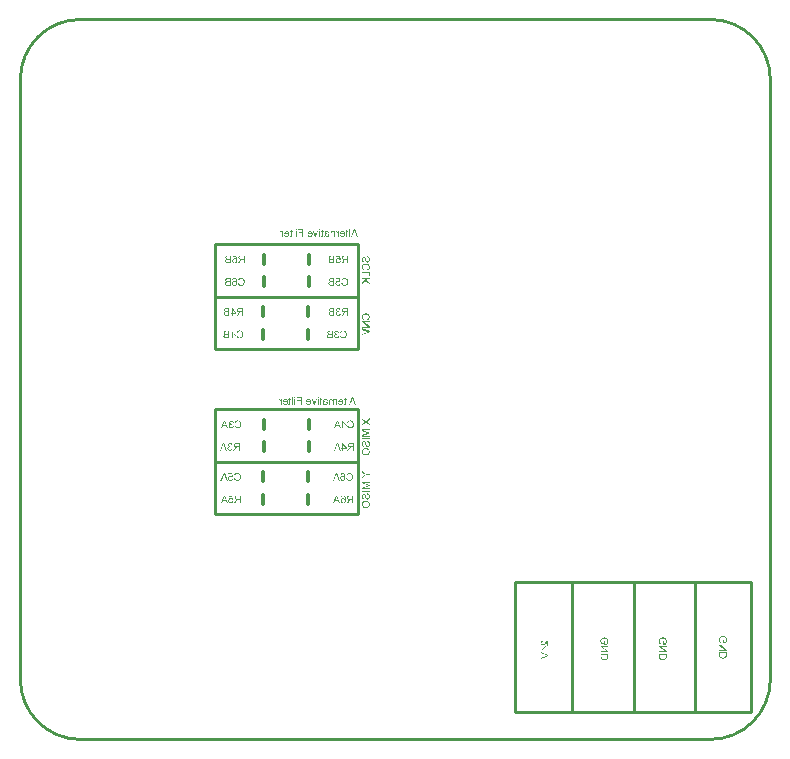
<source format=gbo>
G04*
G04 #@! TF.GenerationSoftware,Altium Limited,Altium Designer,21.2.2 (38)*
G04*
G04 Layer_Color=32896*
%FSLAX25Y25*%
%MOIN*%
G70*
G04*
G04 #@! TF.SameCoordinates,68DB08F9-83E3-4C5C-B4D2-480D45E1357E*
G04*
G04*
G04 #@! TF.FilePolarity,Positive*
G04*
G01*
G75*
%ADD12C,0.01000*%
%ADD13C,0.01200*%
G36*
X207673Y81304D02*
X207744Y81297D01*
X207810Y81282D01*
X207873Y81264D01*
X207929Y81238D01*
X207984Y81215D01*
X208032Y81186D01*
X208077Y81160D01*
X208114Y81134D01*
X208151Y81104D01*
X208180Y81082D01*
X208203Y81060D01*
X208221Y81038D01*
X208236Y81023D01*
X208243Y81016D01*
X208247Y81012D01*
X208295Y80945D01*
X208336Y80868D01*
X208373Y80786D01*
X208406Y80701D01*
X208432Y80612D01*
X208454Y80524D01*
X208473Y80431D01*
X208487Y80346D01*
X208499Y80261D01*
X208506Y80183D01*
X208513Y80113D01*
X208517Y80054D01*
Y80002D01*
X208521Y79965D01*
Y79950D01*
Y79939D01*
Y79935D01*
Y79932D01*
X208517Y79813D01*
X208510Y79702D01*
X208499Y79599D01*
X208480Y79502D01*
X208461Y79417D01*
X208443Y79339D01*
X208421Y79269D01*
X208395Y79206D01*
X208373Y79154D01*
X208350Y79106D01*
X208332Y79069D01*
X208310Y79036D01*
X208295Y79010D01*
X208284Y78996D01*
X208277Y78984D01*
X208273Y78981D01*
X208225Y78929D01*
X208173Y78885D01*
X208121Y78847D01*
X208069Y78814D01*
X208014Y78785D01*
X207962Y78762D01*
X207910Y78744D01*
X207858Y78729D01*
X207814Y78718D01*
X207770Y78707D01*
X207733Y78699D01*
X207699Y78696D01*
X207670D01*
X207651Y78692D01*
X207633D01*
X207548Y78696D01*
X207470Y78711D01*
X207400Y78725D01*
X207337Y78748D01*
X207289Y78766D01*
X207252Y78785D01*
X207237Y78788D01*
X207226Y78796D01*
X207222Y78799D01*
X207218D01*
X207155Y78844D01*
X207096Y78896D01*
X207048Y78947D01*
X207007Y78999D01*
X206974Y79047D01*
X206952Y79084D01*
X206944Y79099D01*
X206937Y79110D01*
X206933Y79114D01*
Y79118D01*
X206896Y79195D01*
X206871Y79277D01*
X206852Y79351D01*
X206841Y79421D01*
X206830Y79480D01*
Y79502D01*
X206826Y79524D01*
Y79543D01*
Y79554D01*
Y79562D01*
Y79565D01*
X206830Y79632D01*
X206837Y79695D01*
X206848Y79758D01*
X206859Y79813D01*
X206878Y79865D01*
X206896Y79917D01*
X206915Y79961D01*
X206937Y80002D01*
X206959Y80039D01*
X206978Y80072D01*
X206996Y80098D01*
X207015Y80124D01*
X207026Y80142D01*
X207037Y80154D01*
X207044Y80161D01*
X207048Y80165D01*
X207089Y80205D01*
X207133Y80242D01*
X207181Y80272D01*
X207226Y80298D01*
X207270Y80324D01*
X207314Y80342D01*
X207400Y80368D01*
X207437Y80379D01*
X207474Y80387D01*
X207503Y80390D01*
X207533Y80394D01*
X207555Y80398D01*
X207585D01*
X207651Y80394D01*
X207714Y80383D01*
X207773Y80372D01*
X207825Y80357D01*
X207870Y80339D01*
X207903Y80327D01*
X207925Y80316D01*
X207929Y80313D01*
X207932D01*
X207992Y80276D01*
X208043Y80235D01*
X208091Y80194D01*
X208128Y80150D01*
X208162Y80113D01*
X208188Y80083D01*
X208203Y80061D01*
X208206Y80057D01*
Y80124D01*
X208203Y80190D01*
X208199Y80250D01*
X208191Y80309D01*
X208188Y80361D01*
X208180Y80409D01*
X208173Y80453D01*
X208162Y80494D01*
X208154Y80531D01*
X208147Y80561D01*
X208140Y80586D01*
X208136Y80609D01*
X208128Y80624D01*
X208125Y80635D01*
X208121Y80642D01*
Y80646D01*
X208084Y80720D01*
X208047Y80786D01*
X208006Y80838D01*
X207969Y80882D01*
X207936Y80919D01*
X207910Y80945D01*
X207892Y80960D01*
X207884Y80964D01*
X207840Y80993D01*
X207796Y81012D01*
X207751Y81027D01*
X207707Y81038D01*
X207673Y81045D01*
X207644Y81049D01*
X207618D01*
X207551Y81042D01*
X207488Y81027D01*
X207437Y81005D01*
X207388Y80982D01*
X207351Y80956D01*
X207326Y80934D01*
X207311Y80919D01*
X207303Y80912D01*
X207277Y80879D01*
X207252Y80838D01*
X207229Y80794D01*
X207215Y80749D01*
X207200Y80709D01*
X207189Y80675D01*
X207185Y80653D01*
X207181Y80649D01*
Y80646D01*
X206867Y80672D01*
X206889Y80775D01*
X206922Y80868D01*
X206959Y80949D01*
X207000Y81016D01*
X207041Y81067D01*
X207055Y81090D01*
X207074Y81108D01*
X207085Y81119D01*
X207096Y81130D01*
X207100Y81134D01*
X207104Y81138D01*
X207141Y81167D01*
X207181Y81193D01*
X207263Y81238D01*
X207344Y81267D01*
X207422Y81286D01*
X207492Y81300D01*
X207522Y81304D01*
X207548D01*
X207570Y81308D01*
X207599D01*
X207673Y81304D01*
D02*
G37*
G36*
X210955Y78737D02*
X210615D01*
Y79872D01*
X210178D01*
X210138Y79869D01*
X210108D01*
X210082Y79865D01*
X210064Y79861D01*
X210049D01*
X210041Y79858D01*
X210038D01*
X209979Y79839D01*
X209953Y79828D01*
X209930Y79817D01*
X209908Y79806D01*
X209893Y79798D01*
X209886Y79795D01*
X209882Y79791D01*
X209853Y79769D01*
X209823Y79743D01*
X209768Y79687D01*
X209742Y79662D01*
X209723Y79639D01*
X209712Y79624D01*
X209708Y79621D01*
X209671Y79569D01*
X209631Y79514D01*
X209590Y79454D01*
X209549Y79399D01*
X209516Y79347D01*
X209490Y79306D01*
X209479Y79291D01*
X209472Y79280D01*
X209464Y79273D01*
Y79269D01*
X209127Y78737D01*
X208706D01*
X209146Y79432D01*
X209198Y79506D01*
X209246Y79573D01*
X209294Y79628D01*
X209335Y79680D01*
X209372Y79717D01*
X209401Y79747D01*
X209420Y79765D01*
X209427Y79773D01*
X209457Y79795D01*
X209490Y79821D01*
X209557Y79861D01*
X209586Y79876D01*
X209609Y79891D01*
X209623Y79898D01*
X209631Y79902D01*
X209564Y79913D01*
X209501Y79924D01*
X209446Y79943D01*
X209390Y79957D01*
X209342Y79976D01*
X209298Y79998D01*
X209257Y80017D01*
X209220Y80035D01*
X209190Y80057D01*
X209161Y80076D01*
X209139Y80091D01*
X209120Y80105D01*
X209105Y80116D01*
X209094Y80128D01*
X209090Y80131D01*
X209087Y80135D01*
X209057Y80172D01*
X209028Y80209D01*
X208983Y80287D01*
X208954Y80364D01*
X208931Y80439D01*
X208917Y80501D01*
X208913Y80527D01*
Y80553D01*
X208909Y80572D01*
Y80586D01*
Y80594D01*
Y80598D01*
X208913Y80675D01*
X208924Y80746D01*
X208943Y80812D01*
X208961Y80868D01*
X208983Y80916D01*
X208998Y80953D01*
X209013Y80975D01*
X209016Y80979D01*
Y80982D01*
X209061Y81042D01*
X209105Y81093D01*
X209153Y81138D01*
X209198Y81171D01*
X209239Y81197D01*
X209272Y81212D01*
X209294Y81223D01*
X209298Y81226D01*
X209301D01*
X209335Y81238D01*
X209375Y81249D01*
X209457Y81267D01*
X209546Y81278D01*
X209627Y81289D01*
X209705Y81293D01*
X209738D01*
X209768Y81297D01*
X210955D01*
Y78737D01*
D02*
G37*
G36*
X206667D02*
X206308D01*
X206031Y79514D01*
X204958D01*
X204658Y78737D01*
X204273D01*
X205320Y81297D01*
X205690D01*
X206667Y78737D01*
D02*
G37*
G36*
X199924Y169742D02*
X199609D01*
Y170101D01*
X199924D01*
Y169742D01*
D02*
G37*
G36*
X192165D02*
X191850D01*
Y170101D01*
X192165D01*
Y169742D01*
D02*
G37*
G36*
X202214Y169435D02*
X202292Y169428D01*
X202366Y169417D01*
X202425Y169405D01*
X202477Y169394D01*
X202514Y169383D01*
X202529Y169380D01*
X202540Y169376D01*
X202543Y169372D01*
X202547D01*
X202610Y169346D01*
X202665Y169313D01*
X202713Y169283D01*
X202754Y169254D01*
X202784Y169224D01*
X202806Y169202D01*
X202821Y169187D01*
X202824Y169184D01*
X202858Y169135D01*
X202887Y169084D01*
X202910Y169032D01*
X202928Y168984D01*
X202943Y168936D01*
X202954Y168902D01*
X202958Y168887D01*
Y168876D01*
X202961Y168873D01*
Y168869D01*
X202654Y168828D01*
X202632Y168895D01*
X202610Y168954D01*
X202584Y169002D01*
X202562Y169039D01*
X202540Y169069D01*
X202521Y169087D01*
X202506Y169098D01*
X202503Y169102D01*
X202458Y169128D01*
X202406Y169147D01*
X202351Y169161D01*
X202299Y169169D01*
X202247Y169176D01*
X202210Y169180D01*
X202173D01*
X202088Y169176D01*
X202014Y169165D01*
X201955Y169147D01*
X201903Y169128D01*
X201866Y169106D01*
X201837Y169091D01*
X201818Y169076D01*
X201814Y169072D01*
X201785Y169039D01*
X201763Y168999D01*
X201744Y168954D01*
X201733Y168910D01*
X201726Y168869D01*
X201722Y168832D01*
Y168810D01*
Y168806D01*
Y168802D01*
Y168795D01*
Y168780D01*
Y168754D01*
X201726Y168732D01*
Y168725D01*
Y168721D01*
X201763Y168710D01*
X201803Y168699D01*
X201888Y168677D01*
X201985Y168658D01*
X202073Y168640D01*
X202118Y168632D01*
X202158Y168629D01*
X202196Y168621D01*
X202225Y168617D01*
X202251Y168614D01*
X202270D01*
X202284Y168610D01*
X202288D01*
X202355Y168603D01*
X202410Y168591D01*
X202458Y168584D01*
X202495Y168577D01*
X202525Y168573D01*
X202547Y168566D01*
X202562Y168562D01*
X202566D01*
X202614Y168547D01*
X202654Y168532D01*
X202695Y168514D01*
X202728Y168499D01*
X202758Y168484D01*
X202776Y168469D01*
X202791Y168462D01*
X202795Y168458D01*
X202832Y168432D01*
X202861Y168403D01*
X202891Y168373D01*
X202913Y168344D01*
X202932Y168318D01*
X202947Y168296D01*
X202954Y168281D01*
X202958Y168277D01*
X202976Y168236D01*
X202991Y168192D01*
X203002Y168151D01*
X203010Y168111D01*
X203013Y168077D01*
X203017Y168051D01*
Y168036D01*
Y168029D01*
X203013Y167985D01*
X203010Y167948D01*
X202991Y167870D01*
X202965Y167807D01*
X202936Y167752D01*
X202906Y167707D01*
X202880Y167674D01*
X202861Y167655D01*
X202854Y167648D01*
X202787Y167600D01*
X202713Y167563D01*
X202632Y167537D01*
X202558Y167518D01*
X202491Y167507D01*
X202462Y167504D01*
X202436D01*
X202414Y167500D01*
X202384D01*
X202318Y167504D01*
X202251Y167511D01*
X202192Y167518D01*
X202140Y167530D01*
X202099Y167541D01*
X202066Y167552D01*
X202044Y167555D01*
X202036Y167559D01*
X201974Y167585D01*
X201914Y167618D01*
X201859Y167655D01*
X201803Y167689D01*
X201759Y167722D01*
X201726Y167748D01*
X201703Y167766D01*
X201700Y167774D01*
X201696D01*
X201689Y167726D01*
X201681Y167681D01*
X201674Y167641D01*
X201663Y167607D01*
X201652Y167578D01*
X201644Y167559D01*
X201641Y167544D01*
X201637Y167541D01*
X201308D01*
X201326Y167581D01*
X201344Y167622D01*
X201359Y167659D01*
X201367Y167692D01*
X201378Y167722D01*
X201381Y167744D01*
X201385Y167759D01*
Y167763D01*
X201389Y167789D01*
X201393Y167822D01*
Y167859D01*
X201396Y167900D01*
X201400Y167992D01*
Y168085D01*
X201404Y168173D01*
Y168214D01*
Y168247D01*
Y168277D01*
Y168299D01*
Y168314D01*
Y168318D01*
Y168739D01*
Y168810D01*
X201407Y168873D01*
X201411Y168921D01*
Y168962D01*
X201415Y168991D01*
X201418Y169013D01*
X201422Y169024D01*
Y169028D01*
X201433Y169076D01*
X201448Y169117D01*
X201463Y169150D01*
X201481Y169184D01*
X201496Y169206D01*
X201507Y169224D01*
X201515Y169235D01*
X201518Y169239D01*
X201548Y169269D01*
X201581Y169298D01*
X201618Y169320D01*
X201655Y169343D01*
X201689Y169357D01*
X201714Y169369D01*
X201733Y169376D01*
X201740Y169380D01*
X201800Y169398D01*
X201863Y169413D01*
X201925Y169424D01*
X201988Y169431D01*
X202044Y169435D01*
X202084Y169439D01*
X202125D01*
X202214Y169435D01*
D02*
G37*
G36*
X198625Y167541D02*
X198325D01*
X197619Y169398D01*
X197944D01*
X198355Y168262D01*
X198381Y168188D01*
X198407Y168122D01*
X198425Y168059D01*
X198444Y168011D01*
X198455Y167966D01*
X198466Y167937D01*
X198470Y167918D01*
X198473Y167911D01*
X198495Y167981D01*
X198514Y168051D01*
X198536Y168114D01*
X198555Y168170D01*
X198570Y168218D01*
X198581Y168255D01*
X198584Y168266D01*
X198588Y168277D01*
X198592Y168281D01*
Y168284D01*
X198991Y169398D01*
X199324D01*
X198625Y167541D01*
D02*
G37*
G36*
X209026Y169857D02*
Y169398D01*
X209259D01*
Y169154D01*
X209026D01*
Y168081D01*
Y168029D01*
Y167985D01*
X209022Y167944D01*
X209018Y167903D01*
Y167870D01*
X209015Y167840D01*
X209007Y167792D01*
X209000Y167755D01*
X208996Y167729D01*
X208989Y167715D01*
Y167711D01*
X208974Y167678D01*
X208952Y167652D01*
X208929Y167626D01*
X208911Y167607D01*
X208889Y167589D01*
X208874Y167578D01*
X208863Y167570D01*
X208859Y167567D01*
X208819Y167548D01*
X208778Y167537D01*
X208733Y167526D01*
X208689Y167522D01*
X208652Y167518D01*
X208622Y167515D01*
X208593D01*
X208511Y167518D01*
X208471Y167522D01*
X208434Y167530D01*
X208400Y167533D01*
X208375Y167537D01*
X208360Y167541D01*
X208352D01*
X208393Y167818D01*
X208423Y167815D01*
X208452Y167811D01*
X208478D01*
X208497Y167807D01*
X208534D01*
X208582Y167811D01*
X208615Y167818D01*
X208633Y167826D01*
X208641Y167829D01*
X208667Y167848D01*
X208682Y167866D01*
X208693Y167881D01*
X208696Y167888D01*
X208700Y167907D01*
X208704Y167933D01*
X208707Y167992D01*
X208711Y168018D01*
Y168040D01*
Y168055D01*
Y168062D01*
Y169154D01*
X208393D01*
Y169398D01*
X208711D01*
Y170046D01*
X209026Y169857D01*
D02*
G37*
G36*
X200867D02*
Y169398D01*
X201100D01*
Y169154D01*
X200867D01*
Y168081D01*
Y168029D01*
Y167985D01*
X200864Y167944D01*
X200860Y167903D01*
Y167870D01*
X200856Y167840D01*
X200849Y167792D01*
X200841Y167755D01*
X200838Y167729D01*
X200830Y167715D01*
Y167711D01*
X200815Y167678D01*
X200793Y167652D01*
X200771Y167626D01*
X200752Y167607D01*
X200730Y167589D01*
X200715Y167578D01*
X200704Y167570D01*
X200701Y167567D01*
X200660Y167548D01*
X200619Y167537D01*
X200575Y167526D01*
X200531Y167522D01*
X200494Y167518D01*
X200464Y167515D01*
X200434D01*
X200353Y167518D01*
X200312Y167522D01*
X200275Y167530D01*
X200242Y167533D01*
X200216Y167537D01*
X200201Y167541D01*
X200194D01*
X200235Y167818D01*
X200264Y167815D01*
X200294Y167811D01*
X200320D01*
X200338Y167807D01*
X200375D01*
X200423Y167811D01*
X200457Y167818D01*
X200475Y167826D01*
X200482Y167829D01*
X200508Y167848D01*
X200523Y167866D01*
X200534Y167881D01*
X200538Y167888D01*
X200542Y167907D01*
X200545Y167933D01*
X200549Y167992D01*
X200553Y168018D01*
Y168040D01*
Y168055D01*
Y168062D01*
Y169154D01*
X200235D01*
Y169398D01*
X200553D01*
Y170046D01*
X200867Y169857D01*
D02*
G37*
G36*
X190522D02*
Y169398D01*
X190755D01*
Y169154D01*
X190522D01*
Y168081D01*
Y168029D01*
Y167985D01*
X190518Y167944D01*
X190515Y167903D01*
Y167870D01*
X190511Y167840D01*
X190504Y167792D01*
X190496Y167755D01*
X190492Y167729D01*
X190485Y167715D01*
Y167711D01*
X190470Y167678D01*
X190448Y167652D01*
X190426Y167626D01*
X190407Y167607D01*
X190385Y167589D01*
X190370Y167578D01*
X190359Y167570D01*
X190356Y167567D01*
X190315Y167548D01*
X190274Y167537D01*
X190230Y167526D01*
X190185Y167522D01*
X190148Y167518D01*
X190119Y167515D01*
X190089D01*
X190008Y167518D01*
X189967Y167522D01*
X189930Y167530D01*
X189897Y167533D01*
X189871Y167537D01*
X189856Y167541D01*
X189849D01*
X189889Y167818D01*
X189919Y167815D01*
X189948Y167811D01*
X189974D01*
X189993Y167807D01*
X190030D01*
X190078Y167811D01*
X190111Y167818D01*
X190130Y167826D01*
X190137Y167829D01*
X190163Y167848D01*
X190178Y167866D01*
X190189Y167881D01*
X190193Y167888D01*
X190196Y167907D01*
X190200Y167933D01*
X190204Y167992D01*
X190208Y168018D01*
Y168040D01*
Y168055D01*
Y168062D01*
Y169154D01*
X189889D01*
Y169398D01*
X190208D01*
Y170046D01*
X190522Y169857D01*
D02*
G37*
G36*
X207394Y169435D02*
X207461Y169428D01*
X207523Y169417D01*
X207583Y169398D01*
X207638Y169380D01*
X207690Y169357D01*
X207738Y169335D01*
X207779Y169309D01*
X207820Y169287D01*
X207853Y169261D01*
X207882Y169239D01*
X207905Y169220D01*
X207923Y169202D01*
X207938Y169191D01*
X207945Y169184D01*
X207949Y169180D01*
X207990Y169128D01*
X208027Y169072D01*
X208060Y169017D01*
X208090Y168958D01*
X208112Y168895D01*
X208130Y168836D01*
X208160Y168717D01*
X208171Y168666D01*
X208178Y168614D01*
X208182Y168569D01*
X208186Y168529D01*
X208190Y168495D01*
Y168473D01*
Y168455D01*
Y168451D01*
X208186Y168369D01*
X208178Y168292D01*
X208167Y168218D01*
X208153Y168151D01*
X208134Y168088D01*
X208116Y168029D01*
X208093Y167977D01*
X208071Y167929D01*
X208049Y167888D01*
X208027Y167851D01*
X208008Y167822D01*
X207990Y167796D01*
X207975Y167774D01*
X207964Y167759D01*
X207956Y167752D01*
X207953Y167748D01*
X207905Y167703D01*
X207856Y167666D01*
X207805Y167633D01*
X207749Y167604D01*
X207697Y167581D01*
X207642Y167559D01*
X207538Y167530D01*
X207490Y167522D01*
X207446Y167515D01*
X207405Y167507D01*
X207372Y167504D01*
X207346Y167500D01*
X207305D01*
X207190Y167507D01*
X207087Y167526D01*
X206994Y167548D01*
X206957Y167563D01*
X206920Y167578D01*
X206887Y167593D01*
X206857Y167607D01*
X206835Y167618D01*
X206813Y167630D01*
X206798Y167641D01*
X206787Y167648D01*
X206780Y167655D01*
X206776D01*
X206702Y167722D01*
X206643Y167792D01*
X206591Y167866D01*
X206554Y167937D01*
X206524Y167999D01*
X206513Y168029D01*
X206502Y168051D01*
X206495Y168073D01*
X206491Y168088D01*
X206487Y168096D01*
Y168099D01*
X206813Y168140D01*
X206843Y168070D01*
X206876Y168011D01*
X206909Y167959D01*
X206939Y167918D01*
X206965Y167888D01*
X206987Y167866D01*
X207006Y167851D01*
X207009Y167848D01*
X207057Y167818D01*
X207105Y167796D01*
X207157Y167781D01*
X207202Y167770D01*
X207242Y167763D01*
X207276Y167759D01*
X207305D01*
X207350Y167763D01*
X207390Y167766D01*
X207464Y167785D01*
X207531Y167811D01*
X207590Y167840D01*
X207634Y167866D01*
X207668Y167892D01*
X207690Y167911D01*
X207694Y167918D01*
X207697D01*
X207749Y167985D01*
X207790Y168059D01*
X207820Y168140D01*
X207842Y168214D01*
X207853Y168281D01*
X207860Y168310D01*
X207864Y168336D01*
Y168358D01*
X207868Y168373D01*
Y168384D01*
Y168388D01*
X206480D01*
X206476Y168425D01*
Y168451D01*
Y168466D01*
Y168469D01*
X206480Y168554D01*
X206487Y168632D01*
X206499Y168706D01*
X206513Y168777D01*
X206532Y168839D01*
X206550Y168899D01*
X206573Y168950D01*
X206595Y168999D01*
X206617Y169043D01*
X206639Y169080D01*
X206658Y169109D01*
X206676Y169135D01*
X206691Y169158D01*
X206702Y169172D01*
X206710Y169180D01*
X206713Y169184D01*
X206758Y169228D01*
X206806Y169269D01*
X206857Y169302D01*
X206909Y169332D01*
X206961Y169357D01*
X207009Y169376D01*
X207061Y169394D01*
X207105Y169405D01*
X207154Y169417D01*
X207194Y169424D01*
X207231Y169431D01*
X207261Y169435D01*
X207287Y169439D01*
X207324D01*
X207394Y169435D01*
D02*
G37*
G36*
X196649D02*
X196716Y169428D01*
X196779Y169417D01*
X196838Y169398D01*
X196893Y169380D01*
X196945Y169357D01*
X196993Y169335D01*
X197034Y169309D01*
X197075Y169287D01*
X197108Y169261D01*
X197138Y169239D01*
X197160Y169220D01*
X197178Y169202D01*
X197193Y169191D01*
X197201Y169184D01*
X197204Y169180D01*
X197245Y169128D01*
X197282Y169072D01*
X197315Y169017D01*
X197345Y168958D01*
X197367Y168895D01*
X197386Y168836D01*
X197415Y168717D01*
X197426Y168666D01*
X197434Y168614D01*
X197437Y168569D01*
X197441Y168529D01*
X197445Y168495D01*
Y168473D01*
Y168455D01*
Y168451D01*
X197441Y168369D01*
X197434Y168292D01*
X197423Y168218D01*
X197408Y168151D01*
X197389Y168088D01*
X197371Y168029D01*
X197348Y167977D01*
X197326Y167929D01*
X197304Y167888D01*
X197282Y167851D01*
X197263Y167822D01*
X197245Y167796D01*
X197230Y167774D01*
X197219Y167759D01*
X197212Y167752D01*
X197208Y167748D01*
X197160Y167703D01*
X197112Y167666D01*
X197060Y167633D01*
X197004Y167604D01*
X196953Y167581D01*
X196897Y167559D01*
X196793Y167530D01*
X196745Y167522D01*
X196701Y167515D01*
X196660Y167507D01*
X196627Y167504D01*
X196601Y167500D01*
X196560D01*
X196446Y167507D01*
X196342Y167526D01*
X196250Y167548D01*
X196213Y167563D01*
X196176Y167578D01*
X196142Y167593D01*
X196113Y167607D01*
X196090Y167618D01*
X196068Y167630D01*
X196054Y167641D01*
X196042Y167648D01*
X196035Y167655D01*
X196031D01*
X195957Y167722D01*
X195898Y167792D01*
X195846Y167866D01*
X195809Y167937D01*
X195780Y167999D01*
X195769Y168029D01*
X195757Y168051D01*
X195750Y168073D01*
X195746Y168088D01*
X195743Y168096D01*
Y168099D01*
X196068Y168140D01*
X196098Y168070D01*
X196131Y168011D01*
X196165Y167959D01*
X196194Y167918D01*
X196220Y167888D01*
X196242Y167866D01*
X196261Y167851D01*
X196264Y167848D01*
X196312Y167818D01*
X196361Y167796D01*
X196412Y167781D01*
X196457Y167770D01*
X196497Y167763D01*
X196531Y167759D01*
X196560D01*
X196605Y167763D01*
X196645Y167766D01*
X196720Y167785D01*
X196786Y167811D01*
X196845Y167840D01*
X196890Y167866D01*
X196923Y167892D01*
X196945Y167911D01*
X196949Y167918D01*
X196953D01*
X197004Y167985D01*
X197045Y168059D01*
X197075Y168140D01*
X197097Y168214D01*
X197108Y168281D01*
X197115Y168310D01*
X197119Y168336D01*
Y168358D01*
X197123Y168373D01*
Y168384D01*
Y168388D01*
X195735D01*
X195732Y168425D01*
Y168451D01*
Y168466D01*
Y168469D01*
X195735Y168554D01*
X195743Y168632D01*
X195754Y168706D01*
X195769Y168777D01*
X195787Y168839D01*
X195806Y168899D01*
X195828Y168950D01*
X195850Y168999D01*
X195872Y169043D01*
X195894Y169080D01*
X195913Y169109D01*
X195931Y169135D01*
X195946Y169158D01*
X195957Y169172D01*
X195965Y169180D01*
X195968Y169184D01*
X196013Y169228D01*
X196061Y169269D01*
X196113Y169302D01*
X196165Y169332D01*
X196216Y169357D01*
X196264Y169376D01*
X196316Y169394D01*
X196361Y169405D01*
X196409Y169417D01*
X196449Y169424D01*
X196486Y169431D01*
X196516Y169435D01*
X196542Y169439D01*
X196579D01*
X196649Y169435D01*
D02*
G37*
G36*
X188890D02*
X188957Y169428D01*
X189020Y169417D01*
X189079Y169398D01*
X189135Y169380D01*
X189186Y169357D01*
X189234Y169335D01*
X189275Y169309D01*
X189316Y169287D01*
X189349Y169261D01*
X189379Y169239D01*
X189401Y169220D01*
X189419Y169202D01*
X189434Y169191D01*
X189442Y169184D01*
X189445Y169180D01*
X189486Y169128D01*
X189523Y169072D01*
X189556Y169017D01*
X189586Y168958D01*
X189608Y168895D01*
X189627Y168836D01*
X189656Y168717D01*
X189667Y168666D01*
X189675Y168614D01*
X189678Y168569D01*
X189682Y168529D01*
X189686Y168495D01*
Y168473D01*
Y168455D01*
Y168451D01*
X189682Y168369D01*
X189675Y168292D01*
X189664Y168218D01*
X189649Y168151D01*
X189630Y168088D01*
X189612Y168029D01*
X189590Y167977D01*
X189567Y167929D01*
X189545Y167888D01*
X189523Y167851D01*
X189505Y167822D01*
X189486Y167796D01*
X189471Y167774D01*
X189460Y167759D01*
X189453Y167752D01*
X189449Y167748D01*
X189401Y167703D01*
X189353Y167666D01*
X189301Y167633D01*
X189245Y167604D01*
X189194Y167581D01*
X189138Y167559D01*
X189035Y167530D01*
X188987Y167522D01*
X188942Y167515D01*
X188901Y167507D01*
X188868Y167504D01*
X188842Y167500D01*
X188802D01*
X188687Y167507D01*
X188583Y167526D01*
X188491Y167548D01*
X188454Y167563D01*
X188417Y167578D01*
X188383Y167593D01*
X188354Y167607D01*
X188332Y167618D01*
X188309Y167630D01*
X188295Y167641D01*
X188284Y167648D01*
X188276Y167655D01*
X188272D01*
X188198Y167722D01*
X188139Y167792D01*
X188087Y167866D01*
X188050Y167937D01*
X188021Y167999D01*
X188010Y168029D01*
X187999Y168051D01*
X187991Y168073D01*
X187987Y168088D01*
X187984Y168096D01*
Y168099D01*
X188309Y168140D01*
X188339Y168070D01*
X188372Y168011D01*
X188406Y167959D01*
X188435Y167918D01*
X188461Y167888D01*
X188483Y167866D01*
X188502Y167851D01*
X188505Y167848D01*
X188554Y167818D01*
X188602Y167796D01*
X188654Y167781D01*
X188698Y167770D01*
X188739Y167763D01*
X188772Y167759D01*
X188802D01*
X188846Y167763D01*
X188887Y167766D01*
X188961Y167785D01*
X189027Y167811D01*
X189086Y167840D01*
X189131Y167866D01*
X189164Y167892D01*
X189186Y167911D01*
X189190Y167918D01*
X189194D01*
X189245Y167985D01*
X189286Y168059D01*
X189316Y168140D01*
X189338Y168214D01*
X189349Y168281D01*
X189357Y168310D01*
X189360Y168336D01*
Y168358D01*
X189364Y168373D01*
Y168384D01*
Y168388D01*
X187976D01*
X187973Y168425D01*
Y168451D01*
Y168466D01*
Y168469D01*
X187976Y168554D01*
X187984Y168632D01*
X187995Y168706D01*
X188010Y168777D01*
X188028Y168839D01*
X188047Y168899D01*
X188069Y168950D01*
X188091Y168999D01*
X188113Y169043D01*
X188136Y169080D01*
X188154Y169109D01*
X188172Y169135D01*
X188187Y169158D01*
X188198Y169172D01*
X188206Y169180D01*
X188209Y169184D01*
X188254Y169228D01*
X188302Y169269D01*
X188354Y169302D01*
X188406Y169332D01*
X188457Y169357D01*
X188505Y169376D01*
X188557Y169394D01*
X188602Y169405D01*
X188650Y169417D01*
X188690Y169424D01*
X188727Y169431D01*
X188757Y169435D01*
X188783Y169439D01*
X188820D01*
X188890Y169435D01*
D02*
G37*
G36*
X212500Y167541D02*
X212141D01*
X211864Y168318D01*
X210791D01*
X210491Y167541D01*
X210106D01*
X211153Y170101D01*
X211523D01*
X212500Y167541D01*
D02*
G37*
G36*
X209880D02*
X209566D01*
Y170101D01*
X209880D01*
Y167541D01*
D02*
G37*
G36*
X205451Y169435D02*
X205488Y169428D01*
X205525Y169417D01*
X205555Y169405D01*
X205577Y169394D01*
X205599Y169383D01*
X205611Y169376D01*
X205614Y169372D01*
X205648Y169343D01*
X205681Y169306D01*
X205714Y169261D01*
X205744Y169220D01*
X205773Y169180D01*
X205792Y169147D01*
X205807Y169121D01*
X205810Y169117D01*
Y169398D01*
X206095D01*
Y167541D01*
X205781D01*
Y168510D01*
X205777Y168584D01*
X205773Y168651D01*
X205766Y168714D01*
X205755Y168769D01*
X205744Y168814D01*
X205736Y168847D01*
X205733Y168869D01*
X205729Y168876D01*
X205714Y168917D01*
X205696Y168950D01*
X205677Y168980D01*
X205659Y169006D01*
X205640Y169024D01*
X205629Y169039D01*
X205618Y169047D01*
X205614Y169050D01*
X205585Y169072D01*
X205551Y169087D01*
X205518Y169098D01*
X205492Y169106D01*
X205466Y169109D01*
X205448Y169113D01*
X205429D01*
X205389Y169109D01*
X205348Y169102D01*
X205307Y169091D01*
X205274Y169080D01*
X205244Y169069D01*
X205222Y169058D01*
X205207Y169050D01*
X205204Y169047D01*
X205089Y169335D01*
X205152Y169369D01*
X205211Y169394D01*
X205263Y169413D01*
X205311Y169428D01*
X205352Y169435D01*
X205385Y169439D01*
X205411D01*
X205451Y169435D01*
D02*
G37*
G36*
X204101D02*
X204168Y169424D01*
X204227Y169409D01*
X204286Y169391D01*
X204338Y169369D01*
X204386Y169343D01*
X204430Y169313D01*
X204467Y169287D01*
X204504Y169257D01*
X204534Y169228D01*
X204560Y169202D01*
X204582Y169180D01*
X204597Y169161D01*
X204608Y169147D01*
X204615Y169135D01*
X204619Y169132D01*
Y169398D01*
X204900D01*
Y167541D01*
X204586D01*
Y168551D01*
Y168614D01*
X204578Y168677D01*
X204571Y168728D01*
X204563Y168777D01*
X204552Y168821D01*
X204541Y168862D01*
X204526Y168899D01*
X204512Y168928D01*
X204501Y168954D01*
X204486Y168976D01*
X204475Y168995D01*
X204464Y169010D01*
X204449Y169028D01*
X204441Y169035D01*
X204386Y169080D01*
X204327Y169109D01*
X204268Y169132D01*
X204216Y169150D01*
X204168Y169158D01*
X204131Y169161D01*
X204116Y169165D01*
X204097D01*
X204053Y169161D01*
X204009Y169158D01*
X203972Y169147D01*
X203942Y169135D01*
X203916Y169124D01*
X203894Y169117D01*
X203883Y169109D01*
X203879Y169106D01*
X203846Y169084D01*
X203816Y169058D01*
X203794Y169032D01*
X203775Y169010D01*
X203764Y168987D01*
X203753Y168969D01*
X203746Y168958D01*
Y168954D01*
X203735Y168913D01*
X203724Y168869D01*
X203716Y168821D01*
X203713Y168773D01*
X203709Y168732D01*
Y168699D01*
Y168673D01*
Y168669D01*
Y168666D01*
Y167541D01*
X203394D01*
Y168680D01*
Y168758D01*
X203398Y168821D01*
X203402Y168873D01*
Y168917D01*
X203405Y168947D01*
X203409Y168969D01*
X203413Y168984D01*
Y168987D01*
X203424Y169035D01*
X203442Y169080D01*
X203457Y169117D01*
X203472Y169154D01*
X203490Y169180D01*
X203502Y169198D01*
X203509Y169213D01*
X203513Y169217D01*
X203542Y169254D01*
X203576Y169283D01*
X203609Y169313D01*
X203646Y169335D01*
X203676Y169354D01*
X203701Y169365D01*
X203716Y169372D01*
X203724Y169376D01*
X203775Y169398D01*
X203831Y169413D01*
X203883Y169424D01*
X203931Y169431D01*
X203972Y169435D01*
X204001Y169439D01*
X204031D01*
X204101Y169435D01*
D02*
G37*
G36*
X199924Y167541D02*
X199609D01*
Y169398D01*
X199924D01*
Y167541D01*
D02*
G37*
G36*
X194296D02*
X193956D01*
Y168702D01*
X192753D01*
Y169006D01*
X193956D01*
Y169798D01*
X192564D01*
Y170101D01*
X194296D01*
Y167541D01*
D02*
G37*
G36*
X192165D02*
X191850D01*
Y169398D01*
X192165D01*
Y167541D01*
D02*
G37*
G36*
X191377D02*
X191062D01*
Y170101D01*
X191377D01*
Y167541D01*
D02*
G37*
G36*
X186948Y169435D02*
X186985Y169428D01*
X187022Y169417D01*
X187051Y169405D01*
X187074Y169394D01*
X187096Y169383D01*
X187107Y169376D01*
X187111Y169372D01*
X187144Y169343D01*
X187177Y169306D01*
X187211Y169261D01*
X187240Y169220D01*
X187270Y169180D01*
X187288Y169147D01*
X187303Y169121D01*
X187307Y169117D01*
Y169398D01*
X187592D01*
Y167541D01*
X187277D01*
Y168510D01*
X187273Y168584D01*
X187270Y168651D01*
X187262Y168714D01*
X187251Y168769D01*
X187240Y168814D01*
X187233Y168847D01*
X187229Y168869D01*
X187225Y168876D01*
X187211Y168917D01*
X187192Y168950D01*
X187173Y168980D01*
X187155Y169006D01*
X187136Y169024D01*
X187125Y169039D01*
X187114Y169047D01*
X187111Y169050D01*
X187081Y169072D01*
X187048Y169087D01*
X187014Y169098D01*
X186988Y169106D01*
X186963Y169109D01*
X186944Y169113D01*
X186926D01*
X186885Y169109D01*
X186844Y169102D01*
X186803Y169091D01*
X186770Y169080D01*
X186741Y169069D01*
X186718Y169058D01*
X186704Y169050D01*
X186700Y169047D01*
X186585Y169335D01*
X186648Y169369D01*
X186707Y169394D01*
X186759Y169413D01*
X186807Y169428D01*
X186848Y169435D01*
X186881Y169439D01*
X186907D01*
X186948Y169435D01*
D02*
G37*
G36*
X215727Y160993D02*
X215815Y160978D01*
X215893Y160956D01*
X215964Y160930D01*
X216019Y160904D01*
X216041Y160893D01*
X216060Y160885D01*
X216074Y160874D01*
X216086Y160871D01*
X216093Y160863D01*
X216097D01*
X216167Y160808D01*
X216230Y160748D01*
X216282Y160686D01*
X216326Y160626D01*
X216359Y160574D01*
X216382Y160530D01*
X216389Y160515D01*
X216396Y160504D01*
X216400Y160497D01*
Y160493D01*
X216433Y160401D01*
X216459Y160304D01*
X216474Y160208D01*
X216489Y160116D01*
X216493Y160071D01*
X216496Y160034D01*
Y160001D01*
X216500Y159971D01*
Y159912D01*
X216496Y159812D01*
X216485Y159720D01*
X216467Y159635D01*
X216448Y159564D01*
X216433Y159505D01*
X216422Y159479D01*
X216415Y159457D01*
X216407Y159442D01*
X216404Y159431D01*
X216400Y159424D01*
Y159420D01*
X216359Y159342D01*
X216315Y159276D01*
X216267Y159217D01*
X216223Y159169D01*
X216185Y159132D01*
X216152Y159106D01*
X216130Y159087D01*
X216126Y159083D01*
X216123D01*
X216052Y159043D01*
X215986Y159013D01*
X215923Y158995D01*
X215864Y158980D01*
X215812Y158972D01*
X215771Y158965D01*
X215756D01*
X215745D01*
X215741D01*
X215738D01*
X215664Y158969D01*
X215594Y158980D01*
X215531Y158998D01*
X215479Y159017D01*
X215434Y159039D01*
X215401Y159054D01*
X215383Y159069D01*
X215375Y159072D01*
X215320Y159117D01*
X215268Y159169D01*
X215224Y159224D01*
X215183Y159280D01*
X215153Y159328D01*
X215131Y159368D01*
X215124Y159383D01*
X215116Y159394D01*
X215112Y159402D01*
Y159405D01*
X215098Y159435D01*
X215087Y159472D01*
X215072Y159513D01*
X215057Y159557D01*
X215031Y159650D01*
X215005Y159746D01*
X214994Y159790D01*
X214983Y159831D01*
X214972Y159871D01*
X214965Y159905D01*
X214957Y159931D01*
X214953Y159953D01*
X214950Y159968D01*
Y159971D01*
X214931Y160045D01*
X214916Y160112D01*
X214898Y160171D01*
X214883Y160223D01*
X214865Y160271D01*
X214850Y160312D01*
X214835Y160349D01*
X214824Y160382D01*
X214809Y160408D01*
X214798Y160430D01*
X214791Y160445D01*
X214779Y160460D01*
X214768Y160478D01*
X214765Y160482D01*
X214728Y160515D01*
X214691Y160538D01*
X214654Y160556D01*
X214617Y160567D01*
X214587Y160574D01*
X214561Y160578D01*
X214546D01*
X214539D01*
X214480Y160571D01*
X214428Y160556D01*
X214384Y160534D01*
X214343Y160508D01*
X214313Y160486D01*
X214287Y160464D01*
X214273Y160449D01*
X214269Y160441D01*
X214250Y160412D01*
X214232Y160382D01*
X214202Y160312D01*
X214184Y160238D01*
X214169Y160164D01*
X214162Y160097D01*
X214158Y160068D01*
X214154Y160045D01*
Y159994D01*
X214158Y159890D01*
X214173Y159798D01*
X214195Y159723D01*
X214217Y159661D01*
X214239Y159613D01*
X214262Y159575D01*
X214276Y159557D01*
X214280Y159550D01*
X214332Y159498D01*
X214387Y159457D01*
X214446Y159424D01*
X214506Y159402D01*
X214561Y159387D01*
X214602Y159376D01*
X214620Y159372D01*
X214632Y159368D01*
X214639D01*
X214643D01*
X214617Y159043D01*
X214535Y159050D01*
X214461Y159069D01*
X214391Y159087D01*
X214332Y159113D01*
X214284Y159135D01*
X214247Y159154D01*
X214236Y159161D01*
X214225Y159169D01*
X214221Y159172D01*
X214217D01*
X214154Y159220D01*
X214099Y159272D01*
X214051Y159328D01*
X214014Y159383D01*
X213980Y159431D01*
X213962Y159468D01*
X213954Y159483D01*
X213947Y159494D01*
X213943Y159502D01*
Y159505D01*
X213914Y159587D01*
X213892Y159675D01*
X213873Y159757D01*
X213862Y159835D01*
X213855Y159905D01*
Y159931D01*
X213851Y159957D01*
Y160005D01*
X213855Y160101D01*
X213866Y160186D01*
X213880Y160267D01*
X213895Y160338D01*
X213910Y160393D01*
X213917Y160419D01*
X213925Y160438D01*
X213932Y160452D01*
X213936Y160464D01*
X213940Y160471D01*
Y160475D01*
X213977Y160549D01*
X214017Y160615D01*
X214062Y160671D01*
X214102Y160715D01*
X214139Y160748D01*
X214169Y160774D01*
X214191Y160793D01*
X214195Y160796D01*
X214199D01*
X214262Y160834D01*
X214324Y160859D01*
X214387Y160878D01*
X214443Y160889D01*
X214491Y160896D01*
X214528Y160904D01*
X214543D01*
X214554D01*
X214558D01*
X214561D01*
X214624Y160900D01*
X214683Y160889D01*
X214739Y160874D01*
X214787Y160859D01*
X214824Y160845D01*
X214854Y160830D01*
X214872Y160819D01*
X214879Y160815D01*
X214931Y160778D01*
X214979Y160734D01*
X215020Y160689D01*
X215053Y160645D01*
X215083Y160608D01*
X215101Y160574D01*
X215116Y160552D01*
X215120Y160549D01*
Y160545D01*
X215135Y160515D01*
X215149Y160482D01*
X215175Y160408D01*
X215201Y160323D01*
X215227Y160241D01*
X215249Y160168D01*
X215257Y160134D01*
X215264Y160105D01*
X215272Y160082D01*
X215275Y160064D01*
X215279Y160053D01*
Y160049D01*
X215294Y159986D01*
X215309Y159927D01*
X215323Y159875D01*
X215335Y159831D01*
X215346Y159786D01*
X215357Y159749D01*
X215364Y159716D01*
X215375Y159690D01*
X215383Y159664D01*
X215386Y159646D01*
X215397Y159616D01*
X215401Y159598D01*
X215405Y159594D01*
X215427Y159538D01*
X215453Y159490D01*
X215479Y159450D01*
X215501Y159420D01*
X215523Y159394D01*
X215538Y159379D01*
X215549Y159368D01*
X215553Y159365D01*
X215586Y159339D01*
X215623Y159320D01*
X215660Y159309D01*
X215690Y159298D01*
X215719Y159294D01*
X215741Y159291D01*
X215760D01*
X215764D01*
X215808Y159294D01*
X215849Y159302D01*
X215886Y159313D01*
X215915Y159328D01*
X215945Y159342D01*
X215964Y159353D01*
X215978Y159361D01*
X215982Y159365D01*
X216019Y159394D01*
X216049Y159431D01*
X216074Y159468D01*
X216100Y159502D01*
X216115Y159535D01*
X216130Y159561D01*
X216137Y159579D01*
X216141Y159587D01*
X216160Y159642D01*
X216174Y159701D01*
X216182Y159760D01*
X216189Y159812D01*
X216193Y159857D01*
X216197Y159894D01*
Y159927D01*
X216193Y160008D01*
X216185Y160082D01*
X216174Y160149D01*
X216160Y160208D01*
X216145Y160256D01*
X216134Y160293D01*
X216130Y160304D01*
X216126Y160316D01*
X216123Y160319D01*
Y160323D01*
X216093Y160382D01*
X216060Y160438D01*
X216026Y160478D01*
X215993Y160515D01*
X215967Y160545D01*
X215941Y160563D01*
X215927Y160574D01*
X215923Y160578D01*
X215875Y160604D01*
X215823Y160630D01*
X215767Y160645D01*
X215719Y160660D01*
X215671Y160671D01*
X215638Y160678D01*
X215623D01*
X215612Y160682D01*
X215608D01*
X215605D01*
X215634Y161000D01*
X215727Y160993D01*
D02*
G37*
G36*
X215290Y158591D02*
X215420Y158577D01*
X215534Y158558D01*
X215590Y158543D01*
X215638Y158532D01*
X215682Y158521D01*
X215723Y158506D01*
X215760Y158495D01*
X215790Y158488D01*
X215812Y158477D01*
X215830Y158473D01*
X215841Y158466D01*
X215845D01*
X215956Y158410D01*
X216056Y158347D01*
X216141Y158281D01*
X216174Y158247D01*
X216208Y158218D01*
X216237Y158188D01*
X216263Y158158D01*
X216285Y158133D01*
X216300Y158110D01*
X216315Y158096D01*
X216326Y158081D01*
X216330Y158073D01*
X216334Y158070D01*
X216363Y158018D01*
X216389Y157966D01*
X216430Y157855D01*
X216459Y157744D01*
X216478Y157637D01*
X216485Y157585D01*
X216493Y157541D01*
X216496Y157500D01*
Y157466D01*
X216500Y157437D01*
Y157396D01*
X216496Y157322D01*
X216489Y157252D01*
X216481Y157185D01*
X216467Y157122D01*
X216448Y157063D01*
X216430Y157008D01*
X216411Y156956D01*
X216389Y156908D01*
X216371Y156867D01*
X216352Y156826D01*
X216334Y156797D01*
X216315Y156767D01*
X216300Y156749D01*
X216293Y156730D01*
X216285Y156723D01*
X216282Y156719D01*
X216237Y156667D01*
X216193Y156623D01*
X216141Y156582D01*
X216089Y156542D01*
X215986Y156475D01*
X215882Y156423D01*
X215834Y156401D01*
X215790Y156382D01*
X215749Y156368D01*
X215716Y156357D01*
X215686Y156345D01*
X215664Y156338D01*
X215649Y156334D01*
X215645D01*
X215560Y156675D01*
X215619Y156690D01*
X215675Y156708D01*
X215727Y156727D01*
X215775Y156745D01*
X215819Y156767D01*
X215856Y156789D01*
X215893Y156815D01*
X215927Y156837D01*
X215956Y156856D01*
X215978Y156878D01*
X216001Y156897D01*
X216019Y156912D01*
X216030Y156926D01*
X216041Y156937D01*
X216045Y156941D01*
X216049Y156945D01*
X216078Y156982D01*
X216100Y157023D01*
X216141Y157104D01*
X216171Y157182D01*
X216189Y157259D01*
X216204Y157326D01*
X216208Y157352D01*
Y157378D01*
X216211Y157400D01*
Y157426D01*
X216208Y157511D01*
X216193Y157592D01*
X216174Y157666D01*
X216152Y157733D01*
X216130Y157785D01*
X216119Y157807D01*
X216111Y157825D01*
X216104Y157840D01*
X216097Y157851D01*
X216093Y157859D01*
Y157862D01*
X216041Y157933D01*
X215986Y157992D01*
X215923Y158044D01*
X215864Y158084D01*
X215812Y158118D01*
X215767Y158140D01*
X215749Y158147D01*
X215738Y158155D01*
X215730Y158158D01*
X215727D01*
X215631Y158188D01*
X215534Y158210D01*
X215438Y158229D01*
X215349Y158240D01*
X215309Y158244D01*
X215272Y158247D01*
X215238D01*
X215212Y158251D01*
X215190D01*
X215172D01*
X215161D01*
X215157D01*
X215061Y158247D01*
X214972Y158240D01*
X214891Y158225D01*
X214816Y158210D01*
X214754Y158199D01*
X214728Y158192D01*
X214705Y158184D01*
X214687Y158181D01*
X214676Y158177D01*
X214668Y158173D01*
X214665D01*
X214580Y158136D01*
X214502Y158096D01*
X214439Y158051D01*
X214384Y158003D01*
X214339Y157962D01*
X214310Y157929D01*
X214291Y157903D01*
X214284Y157899D01*
Y157896D01*
X214236Y157818D01*
X214199Y157733D01*
X214173Y157651D01*
X214158Y157574D01*
X214147Y157503D01*
X214143Y157474D01*
Y157448D01*
X214139Y157430D01*
Y157400D01*
X214143Y157307D01*
X214158Y157222D01*
X214180Y157152D01*
X214202Y157089D01*
X214228Y157041D01*
X214247Y157004D01*
X214262Y156982D01*
X214269Y156974D01*
X214324Y156915D01*
X214387Y156860D01*
X214454Y156815D01*
X214521Y156778D01*
X214580Y156749D01*
X214609Y156738D01*
X214632Y156730D01*
X214650Y156723D01*
X214665Y156715D01*
X214672Y156712D01*
X214676D01*
X214598Y156379D01*
X214532Y156401D01*
X214472Y156423D01*
X214417Y156453D01*
X214361Y156479D01*
X214313Y156508D01*
X214269Y156542D01*
X214225Y156571D01*
X214188Y156601D01*
X214158Y156630D01*
X214128Y156656D01*
X214102Y156682D01*
X214084Y156701D01*
X214065Y156719D01*
X214054Y156734D01*
X214051Y156741D01*
X214047Y156745D01*
X214014Y156797D01*
X213980Y156849D01*
X213954Y156900D01*
X213932Y156956D01*
X213899Y157067D01*
X213877Y157167D01*
X213866Y157215D01*
X213862Y157256D01*
X213858Y157296D01*
X213855Y157330D01*
X213851Y157355D01*
Y157393D01*
X213858Y157515D01*
X213877Y157633D01*
X213899Y157737D01*
X213914Y157785D01*
X213929Y157829D01*
X213943Y157870D01*
X213958Y157907D01*
X213969Y157936D01*
X213980Y157966D01*
X213991Y157984D01*
X213999Y157999D01*
X214002Y158010D01*
X214006Y158014D01*
X214069Y158114D01*
X214143Y158199D01*
X214217Y158273D01*
X214291Y158336D01*
X214358Y158384D01*
X214387Y158403D01*
X214413Y158417D01*
X214432Y158432D01*
X214446Y158440D01*
X214458Y158443D01*
X214461Y158447D01*
X214576Y158499D01*
X214694Y158536D01*
X214813Y158562D01*
X214920Y158580D01*
X214968Y158588D01*
X215016Y158591D01*
X215053Y158595D01*
X215090D01*
X215116Y158599D01*
X215138D01*
X215153D01*
X215157D01*
X215290Y158591D01*
D02*
G37*
G36*
X216456Y154329D02*
X216152D01*
Y155591D01*
X213895D01*
Y155931D01*
X216456D01*
Y154329D01*
D02*
G37*
G36*
Y153600D02*
X215568D01*
X215164Y153182D01*
X216456Y152272D01*
Y151824D01*
X214935Y152945D01*
X213895Y151872D01*
Y152335D01*
X215168Y153600D01*
X213895D01*
Y153940D01*
X216456D01*
Y153600D01*
D02*
G37*
G36*
X215290Y141993D02*
X215420Y141978D01*
X215534Y141959D01*
X215590Y141945D01*
X215638Y141933D01*
X215682Y141922D01*
X215723Y141908D01*
X215760Y141896D01*
X215790Y141889D01*
X215812Y141878D01*
X215830Y141874D01*
X215841Y141867D01*
X215845D01*
X215956Y141811D01*
X216056Y141748D01*
X216141Y141682D01*
X216174Y141648D01*
X216208Y141619D01*
X216237Y141589D01*
X216263Y141560D01*
X216285Y141534D01*
X216300Y141512D01*
X216315Y141497D01*
X216326Y141482D01*
X216330Y141475D01*
X216334Y141471D01*
X216363Y141419D01*
X216389Y141367D01*
X216430Y141256D01*
X216459Y141145D01*
X216478Y141038D01*
X216485Y140986D01*
X216493Y140942D01*
X216496Y140901D01*
Y140868D01*
X216500Y140838D01*
Y140797D01*
X216496Y140724D01*
X216489Y140653D01*
X216481Y140587D01*
X216467Y140524D01*
X216448Y140464D01*
X216430Y140409D01*
X216411Y140357D01*
X216389Y140309D01*
X216371Y140268D01*
X216352Y140228D01*
X216334Y140198D01*
X216315Y140168D01*
X216300Y140150D01*
X216293Y140131D01*
X216285Y140124D01*
X216282Y140120D01*
X216237Y140069D01*
X216193Y140024D01*
X216141Y139983D01*
X216089Y139943D01*
X215986Y139876D01*
X215882Y139824D01*
X215834Y139802D01*
X215790Y139784D01*
X215749Y139769D01*
X215716Y139758D01*
X215686Y139747D01*
X215664Y139739D01*
X215649Y139736D01*
X215645D01*
X215560Y140076D01*
X215619Y140091D01*
X215675Y140109D01*
X215727Y140128D01*
X215775Y140146D01*
X215819Y140168D01*
X215856Y140191D01*
X215893Y140217D01*
X215927Y140239D01*
X215956Y140257D01*
X215978Y140279D01*
X216001Y140298D01*
X216019Y140313D01*
X216030Y140328D01*
X216041Y140339D01*
X216045Y140342D01*
X216049Y140346D01*
X216078Y140383D01*
X216100Y140424D01*
X216141Y140505D01*
X216171Y140583D01*
X216189Y140661D01*
X216204Y140727D01*
X216208Y140753D01*
Y140779D01*
X216211Y140801D01*
Y140827D01*
X216208Y140912D01*
X216193Y140994D01*
X216174Y141068D01*
X216152Y141134D01*
X216130Y141186D01*
X216119Y141208D01*
X216111Y141227D01*
X216104Y141242D01*
X216097Y141253D01*
X216093Y141260D01*
Y141264D01*
X216041Y141334D01*
X215986Y141393D01*
X215923Y141445D01*
X215864Y141486D01*
X215812Y141519D01*
X215767Y141541D01*
X215749Y141549D01*
X215738Y141556D01*
X215730Y141560D01*
X215727D01*
X215631Y141589D01*
X215534Y141612D01*
X215438Y141630D01*
X215349Y141641D01*
X215309Y141645D01*
X215272Y141648D01*
X215238D01*
X215212Y141652D01*
X215190D01*
X215172D01*
X215161D01*
X215157D01*
X215061Y141648D01*
X214972Y141641D01*
X214891Y141626D01*
X214816Y141612D01*
X214754Y141600D01*
X214728Y141593D01*
X214705Y141586D01*
X214687Y141582D01*
X214676Y141578D01*
X214668Y141575D01*
X214665D01*
X214580Y141537D01*
X214502Y141497D01*
X214439Y141452D01*
X214384Y141404D01*
X214339Y141364D01*
X214310Y141330D01*
X214291Y141304D01*
X214284Y141301D01*
Y141297D01*
X214236Y141219D01*
X214199Y141134D01*
X214173Y141053D01*
X214158Y140975D01*
X214147Y140905D01*
X214143Y140875D01*
Y140849D01*
X214139Y140831D01*
Y140801D01*
X214143Y140709D01*
X214158Y140624D01*
X214180Y140553D01*
X214202Y140490D01*
X214228Y140442D01*
X214247Y140405D01*
X214262Y140383D01*
X214269Y140376D01*
X214324Y140316D01*
X214387Y140261D01*
X214454Y140217D01*
X214521Y140180D01*
X214580Y140150D01*
X214609Y140139D01*
X214632Y140131D01*
X214650Y140124D01*
X214665Y140117D01*
X214672Y140113D01*
X214676D01*
X214598Y139780D01*
X214532Y139802D01*
X214472Y139824D01*
X214417Y139854D01*
X214361Y139880D01*
X214313Y139910D01*
X214269Y139943D01*
X214225Y139972D01*
X214188Y140002D01*
X214158Y140032D01*
X214128Y140058D01*
X214102Y140083D01*
X214084Y140102D01*
X214065Y140120D01*
X214054Y140135D01*
X214051Y140143D01*
X214047Y140146D01*
X214014Y140198D01*
X213980Y140250D01*
X213954Y140302D01*
X213932Y140357D01*
X213899Y140468D01*
X213877Y140568D01*
X213866Y140616D01*
X213862Y140657D01*
X213858Y140698D01*
X213855Y140731D01*
X213851Y140757D01*
Y140794D01*
X213858Y140916D01*
X213877Y141034D01*
X213899Y141138D01*
X213914Y141186D01*
X213929Y141230D01*
X213943Y141271D01*
X213958Y141308D01*
X213969Y141338D01*
X213980Y141367D01*
X213991Y141386D01*
X213999Y141401D01*
X214002Y141412D01*
X214006Y141415D01*
X214069Y141515D01*
X214143Y141600D01*
X214217Y141674D01*
X214291Y141737D01*
X214358Y141785D01*
X214387Y141804D01*
X214413Y141819D01*
X214432Y141833D01*
X214446Y141841D01*
X214458Y141845D01*
X214461Y141848D01*
X214576Y141900D01*
X214694Y141937D01*
X214813Y141963D01*
X214920Y141981D01*
X214968Y141989D01*
X215016Y141993D01*
X215053Y141996D01*
X215090D01*
X215116Y142000D01*
X215138D01*
X215153D01*
X215157D01*
X215290Y141993D01*
D02*
G37*
G36*
X216456Y138996D02*
X214446D01*
X216456Y137656D01*
Y137305D01*
X213895D01*
Y137630D01*
X215908D01*
X213895Y138973D01*
Y139321D01*
X216456D01*
Y138996D01*
D02*
G37*
G36*
Y136010D02*
Y135654D01*
X213895Y134655D01*
Y135000D01*
X215756Y135695D01*
X215834Y135725D01*
X215908Y135751D01*
X215978Y135773D01*
X216041Y135791D01*
X216097Y135810D01*
X216137Y135821D01*
X216152Y135825D01*
X216163Y135828D01*
X216171Y135832D01*
X216174D01*
X216026Y135877D01*
X215956Y135899D01*
X215893Y135921D01*
X215838Y135939D01*
X215815Y135947D01*
X215793Y135951D01*
X215778Y135958D01*
X215767Y135962D01*
X215760Y135965D01*
X215756D01*
X213895Y136631D01*
Y137001D01*
X216456Y136010D01*
D02*
G37*
G36*
X199424Y113742D02*
X199109D01*
Y114101D01*
X199424D01*
Y113742D01*
D02*
G37*
G36*
X191665D02*
X191350D01*
Y114101D01*
X191665D01*
Y113742D01*
D02*
G37*
G36*
X201714Y113435D02*
X201792Y113428D01*
X201866Y113417D01*
X201925Y113406D01*
X201977Y113394D01*
X202014Y113383D01*
X202028Y113380D01*
X202040Y113376D01*
X202043Y113372D01*
X202047D01*
X202110Y113346D01*
X202165Y113313D01*
X202214Y113283D01*
X202254Y113254D01*
X202284Y113224D01*
X202306Y113202D01*
X202321Y113187D01*
X202325Y113183D01*
X202358Y113135D01*
X202387Y113084D01*
X202410Y113032D01*
X202428Y112984D01*
X202443Y112936D01*
X202454Y112902D01*
X202458Y112888D01*
Y112876D01*
X202461Y112873D01*
Y112869D01*
X202154Y112828D01*
X202132Y112895D01*
X202110Y112954D01*
X202084Y113002D01*
X202062Y113039D01*
X202040Y113069D01*
X202021Y113087D01*
X202006Y113098D01*
X202003Y113102D01*
X201958Y113128D01*
X201906Y113146D01*
X201851Y113161D01*
X201799Y113169D01*
X201747Y113176D01*
X201710Y113180D01*
X201673D01*
X201588Y113176D01*
X201514Y113165D01*
X201455Y113146D01*
X201403Y113128D01*
X201366Y113106D01*
X201337Y113091D01*
X201318Y113076D01*
X201314Y113073D01*
X201285Y113039D01*
X201263Y112998D01*
X201244Y112954D01*
X201233Y112910D01*
X201226Y112869D01*
X201222Y112832D01*
Y112810D01*
Y112806D01*
Y112802D01*
Y112795D01*
Y112780D01*
Y112754D01*
X201226Y112732D01*
Y112725D01*
Y112721D01*
X201263Y112710D01*
X201303Y112699D01*
X201388Y112677D01*
X201485Y112658D01*
X201573Y112640D01*
X201618Y112632D01*
X201659Y112628D01*
X201695Y112621D01*
X201725Y112617D01*
X201751Y112614D01*
X201769D01*
X201784Y112610D01*
X201788D01*
X201855Y112603D01*
X201910Y112592D01*
X201958Y112584D01*
X201995Y112577D01*
X202025Y112573D01*
X202047Y112566D01*
X202062Y112562D01*
X202065D01*
X202114Y112547D01*
X202154Y112532D01*
X202195Y112514D01*
X202228Y112499D01*
X202258Y112484D01*
X202276Y112469D01*
X202291Y112462D01*
X202295Y112458D01*
X202332Y112432D01*
X202361Y112403D01*
X202391Y112373D01*
X202413Y112344D01*
X202432Y112318D01*
X202447Y112295D01*
X202454Y112281D01*
X202458Y112277D01*
X202476Y112236D01*
X202491Y112192D01*
X202502Y112151D01*
X202509Y112110D01*
X202513Y112077D01*
X202517Y112051D01*
Y112037D01*
Y112029D01*
X202513Y111985D01*
X202509Y111948D01*
X202491Y111870D01*
X202465Y111807D01*
X202435Y111752D01*
X202406Y111707D01*
X202380Y111674D01*
X202361Y111655D01*
X202354Y111648D01*
X202288Y111600D01*
X202214Y111563D01*
X202132Y111537D01*
X202058Y111519D01*
X201992Y111507D01*
X201962Y111504D01*
X201936D01*
X201914Y111500D01*
X201884D01*
X201818Y111504D01*
X201751Y111511D01*
X201692Y111519D01*
X201640Y111530D01*
X201599Y111541D01*
X201566Y111552D01*
X201544Y111556D01*
X201536Y111559D01*
X201473Y111585D01*
X201414Y111618D01*
X201359Y111655D01*
X201303Y111689D01*
X201259Y111722D01*
X201226Y111748D01*
X201203Y111766D01*
X201200Y111774D01*
X201196D01*
X201189Y111726D01*
X201181Y111681D01*
X201174Y111641D01*
X201163Y111607D01*
X201152Y111578D01*
X201144Y111559D01*
X201140Y111544D01*
X201137Y111541D01*
X200807D01*
X200826Y111581D01*
X200845Y111622D01*
X200859Y111659D01*
X200867Y111692D01*
X200878Y111722D01*
X200882Y111744D01*
X200885Y111759D01*
Y111763D01*
X200889Y111789D01*
X200893Y111822D01*
Y111859D01*
X200896Y111900D01*
X200900Y111992D01*
Y112085D01*
X200904Y112173D01*
Y112214D01*
Y112247D01*
Y112277D01*
Y112299D01*
Y112314D01*
Y112318D01*
Y112740D01*
Y112810D01*
X200907Y112873D01*
X200911Y112921D01*
Y112961D01*
X200915Y112991D01*
X200919Y113013D01*
X200922Y113024D01*
Y113028D01*
X200933Y113076D01*
X200948Y113117D01*
X200963Y113150D01*
X200981Y113183D01*
X200996Y113206D01*
X201007Y113224D01*
X201015Y113235D01*
X201018Y113239D01*
X201048Y113269D01*
X201081Y113298D01*
X201118Y113320D01*
X201155Y113343D01*
X201189Y113357D01*
X201215Y113368D01*
X201233Y113376D01*
X201240Y113380D01*
X201300Y113398D01*
X201362Y113413D01*
X201425Y113424D01*
X201488Y113431D01*
X201544Y113435D01*
X201585Y113439D01*
X201625D01*
X201714Y113435D01*
D02*
G37*
G36*
X198125Y111541D02*
X197825D01*
X197119Y113398D01*
X197444D01*
X197855Y112262D01*
X197881Y112188D01*
X197907Y112122D01*
X197925Y112059D01*
X197944Y112011D01*
X197955Y111966D01*
X197966Y111937D01*
X197970Y111918D01*
X197973Y111911D01*
X197995Y111981D01*
X198014Y112051D01*
X198036Y112114D01*
X198055Y112170D01*
X198070Y112218D01*
X198081Y112255D01*
X198084Y112266D01*
X198088Y112277D01*
X198092Y112281D01*
Y112284D01*
X198491Y113398D01*
X198824D01*
X198125Y111541D01*
D02*
G37*
G36*
X208526Y113857D02*
Y113398D01*
X208759D01*
Y113154D01*
X208526D01*
Y112081D01*
Y112029D01*
Y111985D01*
X208522Y111944D01*
X208518Y111903D01*
Y111870D01*
X208515Y111840D01*
X208507Y111792D01*
X208500Y111755D01*
X208496Y111729D01*
X208489Y111715D01*
Y111711D01*
X208474Y111678D01*
X208452Y111652D01*
X208430Y111626D01*
X208411Y111607D01*
X208389Y111589D01*
X208374Y111578D01*
X208363Y111570D01*
X208359Y111567D01*
X208318Y111548D01*
X208278Y111537D01*
X208233Y111526D01*
X208189Y111522D01*
X208152Y111519D01*
X208122Y111515D01*
X208093D01*
X208011Y111519D01*
X207971Y111522D01*
X207934Y111530D01*
X207900Y111533D01*
X207874Y111537D01*
X207860Y111541D01*
X207852D01*
X207893Y111818D01*
X207923Y111814D01*
X207952Y111811D01*
X207978D01*
X207997Y111807D01*
X208034D01*
X208082Y111811D01*
X208115Y111818D01*
X208134Y111826D01*
X208141Y111829D01*
X208167Y111848D01*
X208182Y111866D01*
X208193Y111881D01*
X208196Y111889D01*
X208200Y111907D01*
X208204Y111933D01*
X208208Y111992D01*
X208211Y112018D01*
Y112040D01*
Y112055D01*
Y112062D01*
Y113154D01*
X207893D01*
Y113398D01*
X208211D01*
Y114046D01*
X208526Y113857D01*
D02*
G37*
G36*
X200367D02*
Y113398D01*
X200600D01*
Y113154D01*
X200367D01*
Y112081D01*
Y112029D01*
Y111985D01*
X200363Y111944D01*
X200360Y111903D01*
Y111870D01*
X200356Y111840D01*
X200349Y111792D01*
X200341Y111755D01*
X200338Y111729D01*
X200330Y111715D01*
Y111711D01*
X200315Y111678D01*
X200293Y111652D01*
X200271Y111626D01*
X200253Y111607D01*
X200230Y111589D01*
X200216Y111578D01*
X200204Y111570D01*
X200201Y111567D01*
X200160Y111548D01*
X200119Y111537D01*
X200075Y111526D01*
X200030Y111522D01*
X199994Y111519D01*
X199964Y111515D01*
X199934D01*
X199853Y111519D01*
X199812Y111522D01*
X199775Y111530D01*
X199742Y111533D01*
X199716Y111537D01*
X199701Y111541D01*
X199694D01*
X199734Y111818D01*
X199764Y111814D01*
X199794Y111811D01*
X199820D01*
X199838Y111807D01*
X199875D01*
X199923Y111811D01*
X199957Y111818D01*
X199975Y111826D01*
X199982Y111829D01*
X200008Y111848D01*
X200023Y111866D01*
X200034Y111881D01*
X200038Y111889D01*
X200042Y111907D01*
X200045Y111933D01*
X200049Y111992D01*
X200053Y112018D01*
Y112040D01*
Y112055D01*
Y112062D01*
Y113154D01*
X199734D01*
Y113398D01*
X200053D01*
Y114046D01*
X200367Y113857D01*
D02*
G37*
G36*
X190022D02*
Y113398D01*
X190255D01*
Y113154D01*
X190022D01*
Y112081D01*
Y112029D01*
Y111985D01*
X190018Y111944D01*
X190015Y111903D01*
Y111870D01*
X190011Y111840D01*
X190004Y111792D01*
X189996Y111755D01*
X189992Y111729D01*
X189985Y111715D01*
Y111711D01*
X189970Y111678D01*
X189948Y111652D01*
X189926Y111626D01*
X189907Y111607D01*
X189885Y111589D01*
X189870Y111578D01*
X189859Y111570D01*
X189856Y111567D01*
X189815Y111548D01*
X189774Y111537D01*
X189730Y111526D01*
X189685Y111522D01*
X189648Y111519D01*
X189619Y111515D01*
X189589D01*
X189508Y111519D01*
X189467Y111522D01*
X189430Y111530D01*
X189397Y111533D01*
X189371Y111537D01*
X189356Y111541D01*
X189349D01*
X189389Y111818D01*
X189419Y111814D01*
X189448Y111811D01*
X189474D01*
X189493Y111807D01*
X189530D01*
X189578Y111811D01*
X189611Y111818D01*
X189630Y111826D01*
X189637Y111829D01*
X189663Y111848D01*
X189678Y111866D01*
X189689Y111881D01*
X189693Y111889D01*
X189696Y111907D01*
X189700Y111933D01*
X189704Y111992D01*
X189708Y112018D01*
Y112040D01*
Y112055D01*
Y112062D01*
Y113154D01*
X189389D01*
Y113398D01*
X189708D01*
Y114046D01*
X190022Y113857D01*
D02*
G37*
G36*
X206894Y113435D02*
X206961Y113428D01*
X207024Y113417D01*
X207083Y113398D01*
X207138Y113380D01*
X207190Y113357D01*
X207238Y113335D01*
X207279Y113309D01*
X207319Y113287D01*
X207353Y113261D01*
X207382Y113239D01*
X207405Y113221D01*
X207423Y113202D01*
X207438Y113191D01*
X207445Y113183D01*
X207449Y113180D01*
X207490Y113128D01*
X207527Y113073D01*
X207560Y113017D01*
X207590Y112958D01*
X207612Y112895D01*
X207630Y112836D01*
X207660Y112717D01*
X207671Y112665D01*
X207678Y112614D01*
X207682Y112569D01*
X207686Y112529D01*
X207689Y112495D01*
Y112473D01*
Y112455D01*
Y112451D01*
X207686Y112370D01*
X207678Y112292D01*
X207667Y112218D01*
X207652Y112151D01*
X207634Y112088D01*
X207615Y112029D01*
X207593Y111977D01*
X207571Y111929D01*
X207549Y111889D01*
X207527Y111852D01*
X207508Y111822D01*
X207490Y111796D01*
X207475Y111774D01*
X207464Y111759D01*
X207456Y111752D01*
X207453Y111748D01*
X207405Y111704D01*
X207357Y111667D01*
X207305Y111633D01*
X207249Y111604D01*
X207197Y111581D01*
X207142Y111559D01*
X207038Y111530D01*
X206990Y111522D01*
X206946Y111515D01*
X206905Y111507D01*
X206872Y111504D01*
X206846Y111500D01*
X206805D01*
X206691Y111507D01*
X206587Y111526D01*
X206494Y111548D01*
X206457Y111563D01*
X206420Y111578D01*
X206387Y111592D01*
X206358Y111607D01*
X206335Y111618D01*
X206313Y111629D01*
X206298Y111641D01*
X206287Y111648D01*
X206280Y111655D01*
X206276D01*
X206202Y111722D01*
X206143Y111792D01*
X206091Y111866D01*
X206054Y111937D01*
X206025Y111999D01*
X206013Y112029D01*
X206002Y112051D01*
X205995Y112074D01*
X205991Y112088D01*
X205988Y112096D01*
Y112099D01*
X206313Y112140D01*
X206343Y112070D01*
X206376Y112011D01*
X206409Y111959D01*
X206439Y111918D01*
X206465Y111889D01*
X206487Y111866D01*
X206505Y111852D01*
X206509Y111848D01*
X206557Y111818D01*
X206605Y111796D01*
X206657Y111781D01*
X206702Y111770D01*
X206742Y111763D01*
X206776Y111759D01*
X206805D01*
X206850Y111763D01*
X206890Y111766D01*
X206964Y111785D01*
X207031Y111811D01*
X207090Y111840D01*
X207135Y111866D01*
X207168Y111892D01*
X207190Y111911D01*
X207194Y111918D01*
X207197D01*
X207249Y111985D01*
X207290Y112059D01*
X207319Y112140D01*
X207342Y112214D01*
X207353Y112281D01*
X207360Y112310D01*
X207364Y112336D01*
Y112358D01*
X207368Y112373D01*
Y112384D01*
Y112388D01*
X205980D01*
X205976Y112425D01*
Y112451D01*
Y112466D01*
Y112469D01*
X205980Y112555D01*
X205988Y112632D01*
X205999Y112706D01*
X206013Y112777D01*
X206032Y112839D01*
X206050Y112899D01*
X206073Y112950D01*
X206095Y112998D01*
X206117Y113043D01*
X206139Y113080D01*
X206158Y113110D01*
X206176Y113135D01*
X206191Y113158D01*
X206202Y113172D01*
X206209Y113180D01*
X206213Y113183D01*
X206258Y113228D01*
X206306Y113269D01*
X206358Y113302D01*
X206409Y113331D01*
X206461Y113357D01*
X206509Y113376D01*
X206561Y113394D01*
X206605Y113406D01*
X206653Y113417D01*
X206694Y113424D01*
X206731Y113431D01*
X206761Y113435D01*
X206787Y113439D01*
X206824D01*
X206894Y113435D01*
D02*
G37*
G36*
X196149D02*
X196216Y113428D01*
X196279Y113417D01*
X196338Y113398D01*
X196393Y113380D01*
X196445Y113357D01*
X196493Y113335D01*
X196534Y113309D01*
X196575Y113287D01*
X196608Y113261D01*
X196638Y113239D01*
X196660Y113221D01*
X196678Y113202D01*
X196693Y113191D01*
X196701Y113183D01*
X196704Y113180D01*
X196745Y113128D01*
X196782Y113073D01*
X196815Y113017D01*
X196845Y112958D01*
X196867Y112895D01*
X196886Y112836D01*
X196915Y112717D01*
X196926Y112665D01*
X196934Y112614D01*
X196937Y112569D01*
X196941Y112529D01*
X196945Y112495D01*
Y112473D01*
Y112455D01*
Y112451D01*
X196941Y112370D01*
X196934Y112292D01*
X196923Y112218D01*
X196908Y112151D01*
X196889Y112088D01*
X196871Y112029D01*
X196848Y111977D01*
X196826Y111929D01*
X196804Y111889D01*
X196782Y111852D01*
X196763Y111822D01*
X196745Y111796D01*
X196730Y111774D01*
X196719Y111759D01*
X196712Y111752D01*
X196708Y111748D01*
X196660Y111704D01*
X196612Y111667D01*
X196560Y111633D01*
X196504Y111604D01*
X196453Y111581D01*
X196397Y111559D01*
X196293Y111530D01*
X196245Y111522D01*
X196201Y111515D01*
X196160Y111507D01*
X196127Y111504D01*
X196101Y111500D01*
X196060D01*
X195946Y111507D01*
X195842Y111526D01*
X195750Y111548D01*
X195713Y111563D01*
X195676Y111578D01*
X195642Y111592D01*
X195613Y111607D01*
X195590Y111618D01*
X195568Y111629D01*
X195554Y111641D01*
X195542Y111648D01*
X195535Y111655D01*
X195531D01*
X195457Y111722D01*
X195398Y111792D01*
X195346Y111866D01*
X195309Y111937D01*
X195280Y111999D01*
X195269Y112029D01*
X195257Y112051D01*
X195250Y112074D01*
X195246Y112088D01*
X195243Y112096D01*
Y112099D01*
X195568Y112140D01*
X195598Y112070D01*
X195631Y112011D01*
X195665Y111959D01*
X195694Y111918D01*
X195720Y111889D01*
X195742Y111866D01*
X195761Y111852D01*
X195764Y111848D01*
X195812Y111818D01*
X195861Y111796D01*
X195912Y111781D01*
X195957Y111770D01*
X195998Y111763D01*
X196031Y111759D01*
X196060D01*
X196105Y111763D01*
X196145Y111766D01*
X196220Y111785D01*
X196286Y111811D01*
X196345Y111840D01*
X196390Y111866D01*
X196423Y111892D01*
X196445Y111911D01*
X196449Y111918D01*
X196453D01*
X196504Y111985D01*
X196545Y112059D01*
X196575Y112140D01*
X196597Y112214D01*
X196608Y112281D01*
X196615Y112310D01*
X196619Y112336D01*
Y112358D01*
X196623Y112373D01*
Y112384D01*
Y112388D01*
X195235D01*
X195232Y112425D01*
Y112451D01*
Y112466D01*
Y112469D01*
X195235Y112555D01*
X195243Y112632D01*
X195254Y112706D01*
X195269Y112777D01*
X195287Y112839D01*
X195306Y112899D01*
X195328Y112950D01*
X195350Y112998D01*
X195372Y113043D01*
X195394Y113080D01*
X195413Y113110D01*
X195431Y113135D01*
X195446Y113158D01*
X195457Y113172D01*
X195465Y113180D01*
X195468Y113183D01*
X195513Y113228D01*
X195561Y113269D01*
X195613Y113302D01*
X195665Y113331D01*
X195716Y113357D01*
X195764Y113376D01*
X195816Y113394D01*
X195861Y113406D01*
X195909Y113417D01*
X195949Y113424D01*
X195986Y113431D01*
X196016Y113435D01*
X196042Y113439D01*
X196079D01*
X196149Y113435D01*
D02*
G37*
G36*
X188390D02*
X188457Y113428D01*
X188520Y113417D01*
X188579Y113398D01*
X188635Y113380D01*
X188686Y113357D01*
X188734Y113335D01*
X188775Y113309D01*
X188816Y113287D01*
X188849Y113261D01*
X188879Y113239D01*
X188901Y113221D01*
X188919Y113202D01*
X188934Y113191D01*
X188942Y113183D01*
X188945Y113180D01*
X188986Y113128D01*
X189023Y113073D01*
X189056Y113017D01*
X189086Y112958D01*
X189108Y112895D01*
X189127Y112836D01*
X189156Y112717D01*
X189167Y112665D01*
X189175Y112614D01*
X189178Y112569D01*
X189182Y112529D01*
X189186Y112495D01*
Y112473D01*
Y112455D01*
Y112451D01*
X189182Y112370D01*
X189175Y112292D01*
X189164Y112218D01*
X189149Y112151D01*
X189130Y112088D01*
X189112Y112029D01*
X189090Y111977D01*
X189067Y111929D01*
X189045Y111889D01*
X189023Y111852D01*
X189005Y111822D01*
X188986Y111796D01*
X188971Y111774D01*
X188960Y111759D01*
X188953Y111752D01*
X188949Y111748D01*
X188901Y111704D01*
X188853Y111667D01*
X188801Y111633D01*
X188745Y111604D01*
X188694Y111581D01*
X188638Y111559D01*
X188535Y111530D01*
X188487Y111522D01*
X188442Y111515D01*
X188401Y111507D01*
X188368Y111504D01*
X188342Y111500D01*
X188302D01*
X188187Y111507D01*
X188083Y111526D01*
X187991Y111548D01*
X187954Y111563D01*
X187917Y111578D01*
X187883Y111592D01*
X187854Y111607D01*
X187832Y111618D01*
X187809Y111629D01*
X187795Y111641D01*
X187784Y111648D01*
X187776Y111655D01*
X187772D01*
X187698Y111722D01*
X187639Y111792D01*
X187587Y111866D01*
X187550Y111937D01*
X187521Y111999D01*
X187510Y112029D01*
X187499Y112051D01*
X187491Y112074D01*
X187487Y112088D01*
X187484Y112096D01*
Y112099D01*
X187809Y112140D01*
X187839Y112070D01*
X187872Y112011D01*
X187906Y111959D01*
X187935Y111918D01*
X187961Y111889D01*
X187983Y111866D01*
X188002Y111852D01*
X188005Y111848D01*
X188054Y111818D01*
X188102Y111796D01*
X188154Y111781D01*
X188198Y111770D01*
X188239Y111763D01*
X188272Y111759D01*
X188302D01*
X188346Y111763D01*
X188387Y111766D01*
X188461Y111785D01*
X188527Y111811D01*
X188586Y111840D01*
X188631Y111866D01*
X188664Y111892D01*
X188686Y111911D01*
X188690Y111918D01*
X188694D01*
X188745Y111985D01*
X188786Y112059D01*
X188816Y112140D01*
X188838Y112214D01*
X188849Y112281D01*
X188856Y112310D01*
X188860Y112336D01*
Y112358D01*
X188864Y112373D01*
Y112384D01*
Y112388D01*
X187476D01*
X187473Y112425D01*
Y112451D01*
Y112466D01*
Y112469D01*
X187476Y112555D01*
X187484Y112632D01*
X187495Y112706D01*
X187510Y112777D01*
X187528Y112839D01*
X187547Y112899D01*
X187569Y112950D01*
X187591Y112998D01*
X187613Y113043D01*
X187636Y113080D01*
X187654Y113110D01*
X187672Y113135D01*
X187687Y113158D01*
X187698Y113172D01*
X187706Y113180D01*
X187709Y113183D01*
X187754Y113228D01*
X187802Y113269D01*
X187854Y113302D01*
X187906Y113331D01*
X187957Y113357D01*
X188005Y113376D01*
X188057Y113394D01*
X188102Y113406D01*
X188150Y113417D01*
X188190Y113424D01*
X188227Y113431D01*
X188257Y113435D01*
X188283Y113439D01*
X188320D01*
X188390Y113435D01*
D02*
G37*
G36*
X212000Y111541D02*
X211641D01*
X211364Y112318D01*
X210291D01*
X209991Y111541D01*
X209606D01*
X210653Y114101D01*
X211023D01*
X212000Y111541D01*
D02*
G37*
G36*
X209380D02*
X209066D01*
Y114101D01*
X209380D01*
Y111541D01*
D02*
G37*
G36*
X204952Y113435D02*
X204989Y113428D01*
X205026Y113417D01*
X205055Y113406D01*
X205077Y113394D01*
X205100Y113383D01*
X205111Y113376D01*
X205114Y113372D01*
X205148Y113343D01*
X205181Y113306D01*
X205214Y113261D01*
X205244Y113221D01*
X205273Y113180D01*
X205292Y113146D01*
X205307Y113121D01*
X205310Y113117D01*
Y113398D01*
X205595D01*
Y111541D01*
X205281D01*
Y112510D01*
X205277Y112584D01*
X205273Y112651D01*
X205266Y112714D01*
X205255Y112769D01*
X205244Y112813D01*
X205236Y112847D01*
X205233Y112869D01*
X205229Y112876D01*
X205214Y112917D01*
X205196Y112950D01*
X205177Y112980D01*
X205159Y113006D01*
X205140Y113024D01*
X205129Y113039D01*
X205118Y113047D01*
X205114Y113050D01*
X205085Y113073D01*
X205051Y113087D01*
X205018Y113098D01*
X204992Y113106D01*
X204966Y113110D01*
X204948Y113113D01*
X204929D01*
X204889Y113110D01*
X204848Y113102D01*
X204807Y113091D01*
X204774Y113080D01*
X204744Y113069D01*
X204722Y113058D01*
X204707Y113050D01*
X204704Y113047D01*
X204589Y113335D01*
X204652Y113368D01*
X204711Y113394D01*
X204763Y113413D01*
X204811Y113428D01*
X204852Y113435D01*
X204885Y113439D01*
X204911D01*
X204952Y113435D01*
D02*
G37*
G36*
X203601D02*
X203668Y113424D01*
X203727Y113409D01*
X203786Y113391D01*
X203838Y113368D01*
X203886Y113343D01*
X203930Y113313D01*
X203967Y113287D01*
X204004Y113258D01*
X204034Y113228D01*
X204060Y113202D01*
X204082Y113180D01*
X204097Y113161D01*
X204108Y113146D01*
X204115Y113135D01*
X204119Y113132D01*
Y113398D01*
X204400D01*
Y111541D01*
X204086D01*
Y112551D01*
Y112614D01*
X204078Y112677D01*
X204071Y112728D01*
X204064Y112777D01*
X204052Y112821D01*
X204041Y112862D01*
X204027Y112899D01*
X204012Y112928D01*
X204001Y112954D01*
X203986Y112976D01*
X203975Y112995D01*
X203964Y113010D01*
X203949Y113028D01*
X203941Y113036D01*
X203886Y113080D01*
X203827Y113110D01*
X203767Y113132D01*
X203716Y113150D01*
X203668Y113158D01*
X203631Y113161D01*
X203616Y113165D01*
X203597D01*
X203553Y113161D01*
X203508Y113158D01*
X203471Y113146D01*
X203442Y113135D01*
X203416Y113124D01*
X203394Y113117D01*
X203383Y113110D01*
X203379Y113106D01*
X203346Y113084D01*
X203316Y113058D01*
X203294Y113032D01*
X203275Y113010D01*
X203264Y112987D01*
X203253Y112969D01*
X203246Y112958D01*
Y112954D01*
X203235Y112913D01*
X203224Y112869D01*
X203216Y112821D01*
X203212Y112773D01*
X203209Y112732D01*
Y112699D01*
Y112673D01*
Y112669D01*
Y112665D01*
Y111541D01*
X202894D01*
Y112680D01*
Y112758D01*
X202898Y112821D01*
X202902Y112873D01*
Y112917D01*
X202905Y112947D01*
X202909Y112969D01*
X202913Y112984D01*
Y112987D01*
X202924Y113036D01*
X202942Y113080D01*
X202957Y113117D01*
X202972Y113154D01*
X202991Y113180D01*
X203002Y113198D01*
X203009Y113213D01*
X203013Y113217D01*
X203042Y113254D01*
X203076Y113283D01*
X203109Y113313D01*
X203146Y113335D01*
X203175Y113354D01*
X203201Y113365D01*
X203216Y113372D01*
X203224Y113376D01*
X203275Y113398D01*
X203331Y113413D01*
X203383Y113424D01*
X203431Y113431D01*
X203471Y113435D01*
X203501Y113439D01*
X203531D01*
X203601Y113435D01*
D02*
G37*
G36*
X199424Y111541D02*
X199109D01*
Y113398D01*
X199424D01*
Y111541D01*
D02*
G37*
G36*
X193796D02*
X193456D01*
Y112703D01*
X192253D01*
Y113006D01*
X193456D01*
Y113798D01*
X192064D01*
Y114101D01*
X193796D01*
Y111541D01*
D02*
G37*
G36*
X191665D02*
X191350D01*
Y113398D01*
X191665D01*
Y111541D01*
D02*
G37*
G36*
X190877D02*
X190562D01*
Y114101D01*
X190877D01*
Y111541D01*
D02*
G37*
G36*
X186448Y113435D02*
X186485Y113428D01*
X186522Y113417D01*
X186551Y113406D01*
X186574Y113394D01*
X186596Y113383D01*
X186607Y113376D01*
X186611Y113372D01*
X186644Y113343D01*
X186677Y113306D01*
X186711Y113261D01*
X186740Y113221D01*
X186770Y113180D01*
X186788Y113146D01*
X186803Y113121D01*
X186807Y113117D01*
Y113398D01*
X187092D01*
Y111541D01*
X186777D01*
Y112510D01*
X186773Y112584D01*
X186770Y112651D01*
X186762Y112714D01*
X186751Y112769D01*
X186740Y112813D01*
X186733Y112847D01*
X186729Y112869D01*
X186725Y112876D01*
X186711Y112917D01*
X186692Y112950D01*
X186673Y112980D01*
X186655Y113006D01*
X186636Y113024D01*
X186625Y113039D01*
X186614Y113047D01*
X186611Y113050D01*
X186581Y113073D01*
X186548Y113087D01*
X186514Y113098D01*
X186488Y113106D01*
X186463Y113110D01*
X186444Y113113D01*
X186426D01*
X186385Y113110D01*
X186344Y113102D01*
X186303Y113091D01*
X186270Y113080D01*
X186241Y113069D01*
X186218Y113058D01*
X186204Y113050D01*
X186200Y113047D01*
X186085Y113335D01*
X186148Y113368D01*
X186207Y113394D01*
X186259Y113413D01*
X186307Y113428D01*
X186348Y113435D01*
X186381Y113439D01*
X186407D01*
X186448Y113435D01*
D02*
G37*
G36*
X216456Y106593D02*
X215568Y105946D01*
X215545Y105931D01*
X215519Y105912D01*
X215460Y105871D01*
X215431Y105853D01*
X215408Y105838D01*
X215394Y105827D01*
X215390Y105823D01*
X215445Y105786D01*
X215497Y105753D01*
X215516Y105738D01*
X215531Y105731D01*
X215542Y105724D01*
X215545Y105720D01*
X216456Y105072D01*
Y104654D01*
X215112Y105613D01*
X213895Y104725D01*
Y105095D01*
X214576Y105605D01*
X214632Y105649D01*
X214683Y105686D01*
X214735Y105724D01*
X214776Y105753D01*
X214813Y105779D01*
X214842Y105798D01*
X214857Y105809D01*
X214865Y105812D01*
X214820Y105838D01*
X214772Y105868D01*
X214720Y105901D01*
X214668Y105934D01*
X214624Y105968D01*
X214587Y105990D01*
X214572Y106001D01*
X214561Y106008D01*
X214558Y106016D01*
X214554D01*
X213895Y106482D01*
Y106885D01*
X215131Y106012D01*
X216456Y107000D01*
Y106593D01*
D02*
G37*
G36*
Y103041D02*
X214276D01*
X216456Y102301D01*
Y101998D01*
X214313Y101250D01*
X216456D01*
Y100925D01*
X213895D01*
Y101380D01*
X215679Y101994D01*
X215775Y102027D01*
X215856Y102053D01*
X215927Y102079D01*
X215986Y102097D01*
X216030Y102112D01*
X216063Y102123D01*
X216082Y102127D01*
X216089Y102131D01*
X216038Y102146D01*
X215978Y102164D01*
X215915Y102186D01*
X215852Y102205D01*
X215797Y102223D01*
X215753Y102238D01*
X215734Y102245D01*
X215723Y102249D01*
X215716Y102253D01*
X215712D01*
X213895Y102860D01*
Y103367D01*
X216456D01*
Y103041D01*
D02*
G37*
G36*
Y99977D02*
X213895D01*
Y100318D01*
X216456D01*
Y99977D01*
D02*
G37*
G36*
X215727Y99485D02*
X215815Y99471D01*
X215893Y99448D01*
X215964Y99422D01*
X216019Y99397D01*
X216041Y99385D01*
X216060Y99378D01*
X216074Y99367D01*
X216086Y99363D01*
X216093Y99356D01*
X216097D01*
X216167Y99300D01*
X216230Y99241D01*
X216282Y99178D01*
X216326Y99119D01*
X216359Y99067D01*
X216382Y99023D01*
X216389Y99008D01*
X216396Y98997D01*
X216400Y98989D01*
Y98986D01*
X216433Y98893D01*
X216459Y98797D01*
X216474Y98701D01*
X216489Y98608D01*
X216493Y98564D01*
X216496Y98527D01*
Y98494D01*
X216500Y98464D01*
Y98405D01*
X216496Y98305D01*
X216485Y98212D01*
X216467Y98127D01*
X216448Y98057D01*
X216433Y97998D01*
X216422Y97972D01*
X216415Y97950D01*
X216407Y97935D01*
X216404Y97924D01*
X216400Y97917D01*
Y97913D01*
X216359Y97835D01*
X216315Y97768D01*
X216267Y97709D01*
X216223Y97661D01*
X216185Y97624D01*
X216152Y97598D01*
X216130Y97580D01*
X216126Y97576D01*
X216123D01*
X216052Y97535D01*
X215986Y97506D01*
X215923Y97487D01*
X215864Y97473D01*
X215812Y97465D01*
X215771Y97458D01*
X215756D01*
X215745D01*
X215741D01*
X215738D01*
X215664Y97461D01*
X215594Y97473D01*
X215531Y97491D01*
X215479Y97509D01*
X215434Y97532D01*
X215401Y97546D01*
X215383Y97561D01*
X215375Y97565D01*
X215320Y97609D01*
X215268Y97661D01*
X215224Y97717D01*
X215183Y97772D01*
X215153Y97820D01*
X215131Y97861D01*
X215124Y97876D01*
X215116Y97887D01*
X215112Y97894D01*
Y97898D01*
X215098Y97928D01*
X215087Y97965D01*
X215072Y98005D01*
X215057Y98050D01*
X215031Y98142D01*
X215005Y98238D01*
X214994Y98283D01*
X214983Y98324D01*
X214972Y98364D01*
X214965Y98397D01*
X214957Y98423D01*
X214953Y98446D01*
X214950Y98460D01*
Y98464D01*
X214931Y98538D01*
X214916Y98605D01*
X214898Y98664D01*
X214883Y98716D01*
X214865Y98764D01*
X214850Y98804D01*
X214835Y98842D01*
X214824Y98875D01*
X214809Y98901D01*
X214798Y98923D01*
X214791Y98938D01*
X214779Y98953D01*
X214768Y98971D01*
X214765Y98975D01*
X214728Y99008D01*
X214691Y99030D01*
X214654Y99049D01*
X214617Y99060D01*
X214587Y99067D01*
X214561Y99071D01*
X214546D01*
X214539D01*
X214480Y99063D01*
X214428Y99049D01*
X214384Y99027D01*
X214343Y99001D01*
X214313Y98978D01*
X214287Y98956D01*
X214273Y98941D01*
X214269Y98934D01*
X214250Y98904D01*
X214232Y98875D01*
X214202Y98804D01*
X214184Y98730D01*
X214169Y98656D01*
X214162Y98590D01*
X214158Y98560D01*
X214154Y98538D01*
Y98486D01*
X214158Y98383D01*
X214173Y98290D01*
X214195Y98216D01*
X214217Y98153D01*
X214239Y98105D01*
X214262Y98068D01*
X214276Y98050D01*
X214280Y98042D01*
X214332Y97991D01*
X214387Y97950D01*
X214446Y97917D01*
X214506Y97894D01*
X214561Y97879D01*
X214602Y97868D01*
X214620Y97865D01*
X214632Y97861D01*
X214639D01*
X214643D01*
X214617Y97535D01*
X214535Y97543D01*
X214461Y97561D01*
X214391Y97580D01*
X214332Y97606D01*
X214284Y97628D01*
X214247Y97646D01*
X214236Y97654D01*
X214225Y97661D01*
X214221Y97665D01*
X214217D01*
X214154Y97713D01*
X214099Y97765D01*
X214051Y97820D01*
X214014Y97876D01*
X213980Y97924D01*
X213962Y97961D01*
X213954Y97976D01*
X213947Y97987D01*
X213943Y97994D01*
Y97998D01*
X213914Y98079D01*
X213892Y98168D01*
X213873Y98250D01*
X213862Y98327D01*
X213855Y98397D01*
Y98423D01*
X213851Y98449D01*
Y98497D01*
X213855Y98594D01*
X213866Y98679D01*
X213880Y98760D01*
X213895Y98830D01*
X213910Y98886D01*
X213917Y98912D01*
X213925Y98930D01*
X213932Y98945D01*
X213936Y98956D01*
X213940Y98964D01*
Y98967D01*
X213977Y99041D01*
X214017Y99108D01*
X214062Y99163D01*
X214102Y99208D01*
X214139Y99241D01*
X214169Y99267D01*
X214191Y99286D01*
X214195Y99289D01*
X214199D01*
X214262Y99326D01*
X214324Y99352D01*
X214387Y99371D01*
X214443Y99382D01*
X214491Y99389D01*
X214528Y99397D01*
X214543D01*
X214554D01*
X214558D01*
X214561D01*
X214624Y99393D01*
X214683Y99382D01*
X214739Y99367D01*
X214787Y99352D01*
X214824Y99337D01*
X214854Y99322D01*
X214872Y99311D01*
X214879Y99308D01*
X214931Y99271D01*
X214979Y99226D01*
X215020Y99182D01*
X215053Y99138D01*
X215083Y99101D01*
X215101Y99067D01*
X215116Y99045D01*
X215120Y99041D01*
Y99038D01*
X215135Y99008D01*
X215149Y98975D01*
X215175Y98901D01*
X215201Y98816D01*
X215227Y98734D01*
X215249Y98660D01*
X215257Y98627D01*
X215264Y98597D01*
X215272Y98575D01*
X215275Y98557D01*
X215279Y98545D01*
Y98542D01*
X215294Y98479D01*
X215309Y98420D01*
X215323Y98368D01*
X215335Y98324D01*
X215346Y98279D01*
X215357Y98242D01*
X215364Y98209D01*
X215375Y98183D01*
X215383Y98157D01*
X215386Y98138D01*
X215397Y98109D01*
X215401Y98090D01*
X215405Y98087D01*
X215427Y98031D01*
X215453Y97983D01*
X215479Y97942D01*
X215501Y97913D01*
X215523Y97887D01*
X215538Y97872D01*
X215549Y97861D01*
X215553Y97857D01*
X215586Y97831D01*
X215623Y97813D01*
X215660Y97802D01*
X215690Y97791D01*
X215719Y97787D01*
X215741Y97783D01*
X215760D01*
X215764D01*
X215808Y97787D01*
X215849Y97794D01*
X215886Y97806D01*
X215915Y97820D01*
X215945Y97835D01*
X215964Y97846D01*
X215978Y97854D01*
X215982Y97857D01*
X216019Y97887D01*
X216049Y97924D01*
X216074Y97961D01*
X216100Y97994D01*
X216115Y98027D01*
X216130Y98053D01*
X216137Y98072D01*
X216141Y98079D01*
X216160Y98135D01*
X216174Y98194D01*
X216182Y98253D01*
X216189Y98305D01*
X216193Y98349D01*
X216197Y98386D01*
Y98420D01*
X216193Y98501D01*
X216185Y98575D01*
X216174Y98642D01*
X216160Y98701D01*
X216145Y98749D01*
X216134Y98786D01*
X216130Y98797D01*
X216126Y98808D01*
X216123Y98812D01*
Y98816D01*
X216093Y98875D01*
X216060Y98930D01*
X216026Y98971D01*
X215993Y99008D01*
X215967Y99038D01*
X215941Y99056D01*
X215927Y99067D01*
X215923Y99071D01*
X215875Y99097D01*
X215823Y99123D01*
X215767Y99138D01*
X215719Y99152D01*
X215671Y99163D01*
X215638Y99171D01*
X215623D01*
X215612Y99174D01*
X215608D01*
X215605D01*
X215634Y99493D01*
X215727Y99485D01*
D02*
G37*
G36*
X215338Y97088D02*
X215453Y97073D01*
X215564Y97051D01*
X215612Y97036D01*
X215660Y97021D01*
X215701Y97010D01*
X215738Y96995D01*
X215771Y96984D01*
X215801Y96973D01*
X215823Y96966D01*
X215838Y96958D01*
X215849Y96951D01*
X215852D01*
X215960Y96888D01*
X216052Y96821D01*
X216134Y96747D01*
X216200Y96677D01*
X216256Y96614D01*
X216278Y96588D01*
X216293Y96566D01*
X216308Y96544D01*
X216319Y96529D01*
X216322Y96522D01*
X216326Y96518D01*
X216356Y96462D01*
X216382Y96407D01*
X216426Y96296D01*
X216456Y96189D01*
X216478Y96089D01*
X216485Y96041D01*
X216489Y96000D01*
X216496Y95963D01*
Y95930D01*
X216500Y95907D01*
Y95870D01*
X216493Y95748D01*
X216474Y95634D01*
X216452Y95526D01*
X216437Y95478D01*
X216422Y95434D01*
X216407Y95393D01*
X216393Y95356D01*
X216382Y95327D01*
X216371Y95301D01*
X216359Y95278D01*
X216352Y95260D01*
X216345Y95253D01*
Y95249D01*
X216278Y95145D01*
X216204Y95056D01*
X216126Y94982D01*
X216052Y94920D01*
X215982Y94868D01*
X215956Y94849D01*
X215930Y94834D01*
X215908Y94820D01*
X215893Y94812D01*
X215882Y94805D01*
X215878D01*
X215819Y94775D01*
X215760Y94753D01*
X215642Y94712D01*
X215523Y94683D01*
X215416Y94664D01*
X215368Y94661D01*
X215323Y94653D01*
X215283Y94649D01*
X215249D01*
X215220Y94646D01*
X215201D01*
X215187D01*
X215183D01*
X215042Y94653D01*
X214913Y94668D01*
X214854Y94679D01*
X214794Y94694D01*
X214742Y94709D01*
X214694Y94720D01*
X214650Y94735D01*
X214609Y94749D01*
X214576Y94760D01*
X214546Y94775D01*
X214524Y94783D01*
X214509Y94790D01*
X214498Y94797D01*
X214495D01*
X214387Y94857D01*
X214291Y94927D01*
X214210Y95001D01*
X214143Y95068D01*
X214091Y95130D01*
X214069Y95160D01*
X214051Y95182D01*
X214039Y95204D01*
X214028Y95219D01*
X214025Y95227D01*
X214021Y95230D01*
X213991Y95286D01*
X213966Y95341D01*
X213921Y95449D01*
X213892Y95560D01*
X213873Y95656D01*
X213866Y95700D01*
X213858Y95745D01*
X213855Y95778D01*
Y95811D01*
X213851Y95837D01*
Y95870D01*
X213855Y95970D01*
X213866Y96063D01*
X213884Y96152D01*
X213906Y96237D01*
X213936Y96314D01*
X213966Y96388D01*
X213999Y96455D01*
X214032Y96514D01*
X214065Y96570D01*
X214099Y96618D01*
X214128Y96658D01*
X214158Y96692D01*
X214180Y96718D01*
X214199Y96740D01*
X214210Y96751D01*
X214213Y96755D01*
X214284Y96814D01*
X214358Y96866D01*
X214439Y96914D01*
X214521Y96951D01*
X214606Y96984D01*
X214687Y97014D01*
X214768Y97036D01*
X214846Y97051D01*
X214920Y97066D01*
X214990Y97077D01*
X215053Y97084D01*
X215105Y97091D01*
X215149D01*
X215183Y97095D01*
X215205D01*
X215209D01*
X215212D01*
X215338Y97088D01*
D02*
G37*
G36*
X215371Y88512D02*
X216456D01*
Y88172D01*
X215371D01*
X213895Y87151D01*
Y87546D01*
X214650Y88038D01*
X214742Y88098D01*
X214828Y88153D01*
X214905Y88201D01*
X214972Y88242D01*
X215027Y88275D01*
X215050Y88290D01*
X215068Y88301D01*
X215083Y88312D01*
X215094Y88320D01*
X215101Y88323D01*
X215105D01*
X215024Y88368D01*
X214946Y88416D01*
X214872Y88460D01*
X214805Y88501D01*
X214750Y88534D01*
X214728Y88549D01*
X214709Y88564D01*
X214694Y88571D01*
X214683Y88579D01*
X214676Y88586D01*
X214672D01*
X213895Y89089D01*
Y89500D01*
X215371Y88512D01*
D02*
G37*
G36*
X216456Y85534D02*
X214276D01*
X216456Y84794D01*
Y84490D01*
X214313Y83743D01*
X216456D01*
Y83417D01*
X213895D01*
Y83872D01*
X215679Y84487D01*
X215775Y84520D01*
X215856Y84546D01*
X215927Y84572D01*
X215986Y84590D01*
X216030Y84605D01*
X216063Y84616D01*
X216082Y84620D01*
X216089Y84623D01*
X216038Y84638D01*
X215978Y84657D01*
X215915Y84679D01*
X215852Y84697D01*
X215797Y84716D01*
X215753Y84731D01*
X215734Y84738D01*
X215723Y84742D01*
X215716Y84746D01*
X215712D01*
X213895Y85352D01*
Y85859D01*
X216456D01*
Y85534D01*
D02*
G37*
G36*
Y82470D02*
X213895D01*
Y82810D01*
X216456D01*
Y82470D01*
D02*
G37*
G36*
X215727Y81978D02*
X215815Y81963D01*
X215893Y81941D01*
X215964Y81915D01*
X216019Y81889D01*
X216041Y81878D01*
X216060Y81871D01*
X216074Y81859D01*
X216086Y81856D01*
X216093Y81848D01*
X216097D01*
X216167Y81793D01*
X216230Y81734D01*
X216282Y81671D01*
X216326Y81612D01*
X216359Y81560D01*
X216382Y81515D01*
X216389Y81501D01*
X216396Y81489D01*
X216400Y81482D01*
Y81478D01*
X216433Y81386D01*
X216459Y81290D01*
X216474Y81194D01*
X216489Y81101D01*
X216493Y81057D01*
X216496Y81020D01*
Y80986D01*
X216500Y80957D01*
Y80897D01*
X216496Y80798D01*
X216485Y80705D01*
X216467Y80620D01*
X216448Y80550D01*
X216433Y80490D01*
X216422Y80465D01*
X216415Y80442D01*
X216407Y80428D01*
X216404Y80417D01*
X216400Y80409D01*
Y80405D01*
X216359Y80328D01*
X216315Y80261D01*
X216267Y80202D01*
X216223Y80154D01*
X216185Y80117D01*
X216152Y80091D01*
X216130Y80072D01*
X216126Y80069D01*
X216123D01*
X216052Y80028D01*
X215986Y79998D01*
X215923Y79980D01*
X215864Y79965D01*
X215812Y79958D01*
X215771Y79950D01*
X215756D01*
X215745D01*
X215741D01*
X215738D01*
X215664Y79954D01*
X215594Y79965D01*
X215531Y79984D01*
X215479Y80002D01*
X215434Y80024D01*
X215401Y80039D01*
X215383Y80054D01*
X215375Y80058D01*
X215320Y80102D01*
X215268Y80154D01*
X215224Y80209D01*
X215183Y80265D01*
X215153Y80313D01*
X215131Y80354D01*
X215124Y80368D01*
X215116Y80379D01*
X215112Y80387D01*
Y80391D01*
X215098Y80420D01*
X215087Y80457D01*
X215072Y80498D01*
X215057Y80542D01*
X215031Y80635D01*
X215005Y80731D01*
X214994Y80775D01*
X214983Y80816D01*
X214972Y80857D01*
X214965Y80890D01*
X214957Y80916D01*
X214953Y80938D01*
X214950Y80953D01*
Y80957D01*
X214931Y81031D01*
X214916Y81097D01*
X214898Y81156D01*
X214883Y81208D01*
X214865Y81256D01*
X214850Y81297D01*
X214835Y81334D01*
X214824Y81367D01*
X214809Y81393D01*
X214798Y81415D01*
X214791Y81430D01*
X214779Y81445D01*
X214768Y81464D01*
X214765Y81467D01*
X214728Y81501D01*
X214691Y81523D01*
X214654Y81541D01*
X214617Y81552D01*
X214587Y81560D01*
X214561Y81564D01*
X214546D01*
X214539D01*
X214480Y81556D01*
X214428Y81541D01*
X214384Y81519D01*
X214343Y81493D01*
X214313Y81471D01*
X214287Y81449D01*
X214273Y81434D01*
X214269Y81427D01*
X214250Y81397D01*
X214232Y81367D01*
X214202Y81297D01*
X214184Y81223D01*
X214169Y81149D01*
X214162Y81082D01*
X214158Y81053D01*
X214154Y81031D01*
Y80979D01*
X214158Y80875D01*
X214173Y80783D01*
X214195Y80709D01*
X214217Y80646D01*
X214239Y80598D01*
X214262Y80561D01*
X214276Y80542D01*
X214280Y80535D01*
X214332Y80483D01*
X214387Y80442D01*
X214446Y80409D01*
X214506Y80387D01*
X214561Y80372D01*
X214602Y80361D01*
X214620Y80357D01*
X214632Y80354D01*
X214639D01*
X214643D01*
X214617Y80028D01*
X214535Y80035D01*
X214461Y80054D01*
X214391Y80072D01*
X214332Y80098D01*
X214284Y80120D01*
X214247Y80139D01*
X214236Y80146D01*
X214225Y80154D01*
X214221Y80158D01*
X214217D01*
X214154Y80206D01*
X214099Y80257D01*
X214051Y80313D01*
X214014Y80368D01*
X213980Y80417D01*
X213962Y80453D01*
X213954Y80468D01*
X213947Y80479D01*
X213943Y80487D01*
Y80490D01*
X213914Y80572D01*
X213892Y80661D01*
X213873Y80742D01*
X213862Y80820D01*
X213855Y80890D01*
Y80916D01*
X213851Y80942D01*
Y80990D01*
X213855Y81086D01*
X213866Y81171D01*
X213880Y81253D01*
X213895Y81323D01*
X213910Y81379D01*
X213917Y81404D01*
X213925Y81423D01*
X213932Y81438D01*
X213936Y81449D01*
X213940Y81456D01*
Y81460D01*
X213977Y81534D01*
X214017Y81600D01*
X214062Y81656D01*
X214102Y81700D01*
X214139Y81734D01*
X214169Y81760D01*
X214191Y81778D01*
X214195Y81782D01*
X214199D01*
X214262Y81819D01*
X214324Y81845D01*
X214387Y81863D01*
X214443Y81874D01*
X214491Y81882D01*
X214528Y81889D01*
X214543D01*
X214554D01*
X214558D01*
X214561D01*
X214624Y81885D01*
X214683Y81874D01*
X214739Y81859D01*
X214787Y81845D01*
X214824Y81830D01*
X214854Y81815D01*
X214872Y81804D01*
X214879Y81800D01*
X214931Y81763D01*
X214979Y81719D01*
X215020Y81674D01*
X215053Y81630D01*
X215083Y81593D01*
X215101Y81560D01*
X215116Y81538D01*
X215120Y81534D01*
Y81530D01*
X215135Y81501D01*
X215149Y81467D01*
X215175Y81393D01*
X215201Y81308D01*
X215227Y81227D01*
X215249Y81153D01*
X215257Y81120D01*
X215264Y81090D01*
X215272Y81068D01*
X215275Y81049D01*
X215279Y81038D01*
Y81034D01*
X215294Y80971D01*
X215309Y80912D01*
X215323Y80861D01*
X215335Y80816D01*
X215346Y80772D01*
X215357Y80735D01*
X215364Y80701D01*
X215375Y80676D01*
X215383Y80650D01*
X215386Y80631D01*
X215397Y80602D01*
X215401Y80583D01*
X215405Y80579D01*
X215427Y80524D01*
X215453Y80476D01*
X215479Y80435D01*
X215501Y80405D01*
X215523Y80379D01*
X215538Y80365D01*
X215549Y80354D01*
X215553Y80350D01*
X215586Y80324D01*
X215623Y80305D01*
X215660Y80294D01*
X215690Y80283D01*
X215719Y80280D01*
X215741Y80276D01*
X215760D01*
X215764D01*
X215808Y80280D01*
X215849Y80287D01*
X215886Y80298D01*
X215915Y80313D01*
X215945Y80328D01*
X215964Y80339D01*
X215978Y80346D01*
X215982Y80350D01*
X216019Y80379D01*
X216049Y80417D01*
X216074Y80453D01*
X216100Y80487D01*
X216115Y80520D01*
X216130Y80546D01*
X216137Y80564D01*
X216141Y80572D01*
X216160Y80627D01*
X216174Y80687D01*
X216182Y80746D01*
X216189Y80798D01*
X216193Y80842D01*
X216197Y80879D01*
Y80912D01*
X216193Y80994D01*
X216185Y81068D01*
X216174Y81134D01*
X216160Y81194D01*
X216145Y81242D01*
X216134Y81279D01*
X216130Y81290D01*
X216126Y81301D01*
X216123Y81305D01*
Y81308D01*
X216093Y81367D01*
X216060Y81423D01*
X216026Y81464D01*
X215993Y81501D01*
X215967Y81530D01*
X215941Y81549D01*
X215927Y81560D01*
X215923Y81564D01*
X215875Y81589D01*
X215823Y81615D01*
X215767Y81630D01*
X215719Y81645D01*
X215671Y81656D01*
X215638Y81663D01*
X215623D01*
X215612Y81667D01*
X215608D01*
X215605D01*
X215634Y81985D01*
X215727Y81978D01*
D02*
G37*
G36*
X215338Y79580D02*
X215453Y79566D01*
X215564Y79543D01*
X215612Y79528D01*
X215660Y79514D01*
X215701Y79503D01*
X215738Y79488D01*
X215771Y79477D01*
X215801Y79466D01*
X215823Y79458D01*
X215838Y79451D01*
X215849Y79443D01*
X215852D01*
X215960Y79381D01*
X216052Y79314D01*
X216134Y79240D01*
X216200Y79170D01*
X216256Y79107D01*
X216278Y79081D01*
X216293Y79059D01*
X216308Y79036D01*
X216319Y79022D01*
X216322Y79014D01*
X216326Y79010D01*
X216356Y78955D01*
X216382Y78900D01*
X216426Y78789D01*
X216456Y78681D01*
X216478Y78581D01*
X216485Y78533D01*
X216489Y78492D01*
X216496Y78456D01*
Y78422D01*
X216500Y78400D01*
Y78363D01*
X216493Y78241D01*
X216474Y78126D01*
X216452Y78019D01*
X216437Y77971D01*
X216422Y77926D01*
X216407Y77886D01*
X216393Y77849D01*
X216382Y77819D01*
X216371Y77793D01*
X216359Y77771D01*
X216352Y77753D01*
X216345Y77745D01*
Y77741D01*
X216278Y77638D01*
X216204Y77549D01*
X216126Y77475D01*
X216052Y77412D01*
X215982Y77360D01*
X215956Y77342D01*
X215930Y77327D01*
X215908Y77312D01*
X215893Y77305D01*
X215882Y77297D01*
X215878D01*
X215819Y77268D01*
X215760Y77246D01*
X215642Y77205D01*
X215523Y77175D01*
X215416Y77157D01*
X215368Y77153D01*
X215323Y77146D01*
X215283Y77142D01*
X215249D01*
X215220Y77138D01*
X215201D01*
X215187D01*
X215183D01*
X215042Y77146D01*
X214913Y77161D01*
X214854Y77172D01*
X214794Y77186D01*
X214742Y77201D01*
X214694Y77212D01*
X214650Y77227D01*
X214609Y77242D01*
X214576Y77253D01*
X214546Y77268D01*
X214524Y77275D01*
X214509Y77283D01*
X214498Y77290D01*
X214495D01*
X214387Y77349D01*
X214291Y77420D01*
X214210Y77494D01*
X214143Y77560D01*
X214091Y77623D01*
X214069Y77653D01*
X214051Y77675D01*
X214039Y77697D01*
X214028Y77712D01*
X214025Y77719D01*
X214021Y77723D01*
X213991Y77778D01*
X213966Y77834D01*
X213921Y77941D01*
X213892Y78052D01*
X213873Y78148D01*
X213866Y78193D01*
X213858Y78237D01*
X213855Y78271D01*
Y78304D01*
X213851Y78330D01*
Y78363D01*
X213855Y78463D01*
X213866Y78555D01*
X213884Y78644D01*
X213906Y78729D01*
X213936Y78807D01*
X213966Y78881D01*
X213999Y78948D01*
X214032Y79007D01*
X214065Y79062D01*
X214099Y79110D01*
X214128Y79151D01*
X214158Y79184D01*
X214180Y79210D01*
X214199Y79233D01*
X214210Y79244D01*
X214213Y79247D01*
X214284Y79307D01*
X214358Y79358D01*
X214439Y79406D01*
X214521Y79443D01*
X214606Y79477D01*
X214687Y79506D01*
X214768Y79528D01*
X214846Y79543D01*
X214920Y79558D01*
X214990Y79569D01*
X215053Y79577D01*
X215105Y79584D01*
X215149D01*
X215183Y79588D01*
X215205D01*
X215209D01*
X215212D01*
X215338Y79580D01*
D02*
G37*
G36*
X276000Y31302D02*
X275697D01*
Y32563D01*
X275634Y32519D01*
X275608Y32497D01*
X275582Y32478D01*
X275560Y32460D01*
X275545Y32445D01*
X275534Y32434D01*
X275530Y32430D01*
X275512Y32412D01*
X275493Y32390D01*
X275445Y32338D01*
X275390Y32278D01*
X275334Y32216D01*
X275286Y32156D01*
X275264Y32131D01*
X275241Y32108D01*
X275227Y32090D01*
X275216Y32075D01*
X275208Y32068D01*
X275204Y32064D01*
X275153Y32005D01*
X275105Y31945D01*
X275057Y31894D01*
X275016Y31846D01*
X274975Y31801D01*
X274938Y31764D01*
X274905Y31727D01*
X274875Y31698D01*
X274846Y31668D01*
X274823Y31646D01*
X274805Y31627D01*
X274786Y31609D01*
X274764Y31590D01*
X274757Y31583D01*
X274694Y31531D01*
X274638Y31487D01*
X274583Y31450D01*
X274538Y31420D01*
X274498Y31398D01*
X274468Y31383D01*
X274450Y31376D01*
X274442Y31372D01*
X274387Y31350D01*
X274331Y31335D01*
X274279Y31320D01*
X274235Y31313D01*
X274194Y31309D01*
X274165Y31305D01*
X274146D01*
X274139D01*
X274083Y31309D01*
X274032Y31317D01*
X273980Y31324D01*
X273935Y31339D01*
X273847Y31376D01*
X273776Y31413D01*
X273743Y31435D01*
X273717Y31453D01*
X273691Y31472D01*
X273673Y31490D01*
X273658Y31505D01*
X273643Y31513D01*
X273639Y31520D01*
X273636Y31524D01*
X273599Y31564D01*
X273565Y31609D01*
X273539Y31657D01*
X273517Y31705D01*
X273480Y31801D01*
X273454Y31897D01*
X273447Y31938D01*
X273440Y31979D01*
X273436Y32016D01*
X273432Y32045D01*
X273429Y32071D01*
Y32108D01*
X273432Y32175D01*
X273436Y32238D01*
X273447Y32297D01*
X273458Y32353D01*
X273473Y32404D01*
X273488Y32452D01*
X273506Y32497D01*
X273525Y32537D01*
X273543Y32574D01*
X273562Y32604D01*
X273576Y32630D01*
X273591Y32652D01*
X273602Y32671D01*
X273614Y32682D01*
X273617Y32689D01*
X273621Y32693D01*
X273658Y32730D01*
X273699Y32763D01*
X273743Y32796D01*
X273787Y32822D01*
X273876Y32867D01*
X273965Y32896D01*
X274006Y32908D01*
X274046Y32919D01*
X274080Y32926D01*
X274109Y32933D01*
X274135Y32937D01*
X274154D01*
X274165Y32941D01*
X274168D01*
X274202Y32619D01*
X274117Y32612D01*
X274043Y32597D01*
X273976Y32574D01*
X273924Y32549D01*
X273880Y32526D01*
X273850Y32504D01*
X273832Y32489D01*
X273824Y32482D01*
X273780Y32427D01*
X273747Y32367D01*
X273721Y32304D01*
X273706Y32249D01*
X273695Y32197D01*
X273691Y32153D01*
X273688Y32138D01*
Y32116D01*
X273691Y32038D01*
X273706Y31968D01*
X273728Y31909D01*
X273750Y31857D01*
X273776Y31816D01*
X273795Y31790D01*
X273810Y31772D01*
X273817Y31764D01*
X273869Y31720D01*
X273921Y31686D01*
X273972Y31661D01*
X274024Y31646D01*
X274065Y31635D01*
X274102Y31631D01*
X274124Y31627D01*
X274128D01*
X274131D01*
X274198Y31635D01*
X274268Y31650D01*
X274331Y31675D01*
X274391Y31701D01*
X274439Y31731D01*
X274479Y31757D01*
X274494Y31764D01*
X274505Y31772D01*
X274509Y31779D01*
X274513D01*
X274553Y31809D01*
X274594Y31846D01*
X274638Y31886D01*
X274683Y31931D01*
X274772Y32023D01*
X274860Y32116D01*
X274901Y32164D01*
X274938Y32204D01*
X274971Y32245D01*
X275001Y32278D01*
X275023Y32304D01*
X275042Y32327D01*
X275053Y32341D01*
X275057Y32345D01*
X275134Y32438D01*
X275208Y32523D01*
X275275Y32593D01*
X275330Y32649D01*
X275378Y32697D01*
X275412Y32730D01*
X275434Y32748D01*
X275438Y32756D01*
X275441D01*
X275504Y32808D01*
X275563Y32848D01*
X275623Y32885D01*
X275674Y32915D01*
X275719Y32937D01*
X275752Y32952D01*
X275774Y32959D01*
X275778Y32963D01*
X275782D01*
X275822Y32978D01*
X275859Y32985D01*
X275896Y32993D01*
X275930Y32996D01*
X275959Y33000D01*
X275981D01*
X275996D01*
X276000D01*
Y31302D01*
D02*
G37*
G36*
X275386Y29959D02*
X276000D01*
Y29644D01*
X275386D01*
Y29296D01*
X275097D01*
Y29644D01*
X273440D01*
Y29899D01*
X275097Y31072D01*
X275386D01*
Y29959D01*
D02*
G37*
G36*
X276000Y28120D02*
Y27764D01*
X273440Y26765D01*
Y27110D01*
X275301Y27805D01*
X275378Y27835D01*
X275452Y27861D01*
X275523Y27883D01*
X275586Y27901D01*
X275641Y27920D01*
X275682Y27931D01*
X275697Y27935D01*
X275708Y27938D01*
X275715Y27942D01*
X275719D01*
X275571Y27986D01*
X275500Y28009D01*
X275438Y28031D01*
X275382Y28049D01*
X275360Y28057D01*
X275338Y28060D01*
X275323Y28068D01*
X275312Y28072D01*
X275304Y28075D01*
X275301D01*
X273440Y28741D01*
Y29111D01*
X276000Y28120D01*
D02*
G37*
G36*
X294827Y33993D02*
X294957Y33974D01*
X295016Y33963D01*
X295071Y33952D01*
X295127Y33937D01*
X295175Y33922D01*
X295219Y33907D01*
X295256Y33893D01*
X295293Y33882D01*
X295319Y33871D01*
X295345Y33859D01*
X295360Y33852D01*
X295371Y33845D01*
X295375D01*
X295482Y33778D01*
X295574Y33704D01*
X295656Y33626D01*
X295723Y33552D01*
X295774Y33482D01*
X295793Y33456D01*
X295811Y33430D01*
X295822Y33408D01*
X295833Y33393D01*
X295837Y33382D01*
X295841Y33378D01*
X295870Y33319D01*
X295893Y33260D01*
X295933Y33142D01*
X295959Y33027D01*
X295982Y32920D01*
X295985Y32871D01*
X295993Y32827D01*
X295996Y32786D01*
Y32753D01*
X296000Y32727D01*
Y32690D01*
X295996Y32587D01*
X295985Y32487D01*
X295967Y32394D01*
X295948Y32313D01*
X295941Y32280D01*
X295933Y32246D01*
X295922Y32217D01*
X295915Y32191D01*
X295907Y32172D01*
X295904Y32157D01*
X295900Y32150D01*
Y32146D01*
X295859Y32046D01*
X295811Y31954D01*
X295760Y31865D01*
X295711Y31787D01*
X295689Y31754D01*
X295667Y31721D01*
X295649Y31695D01*
X295634Y31673D01*
X295619Y31654D01*
X295608Y31639D01*
X295604Y31632D01*
X295600Y31628D01*
X294650D01*
Y32716D01*
X294953D01*
Y31961D01*
X295434D01*
X295471Y32006D01*
X295504Y32057D01*
X295534Y32113D01*
X295560Y32165D01*
X295582Y32209D01*
X295600Y32250D01*
X295608Y32265D01*
X295612Y32272D01*
X295615Y32280D01*
Y32283D01*
X295641Y32361D01*
X295663Y32439D01*
X295678Y32509D01*
X295686Y32576D01*
X295693Y32631D01*
Y32653D01*
X295697Y32675D01*
Y32712D01*
X295693Y32805D01*
X295678Y32894D01*
X295660Y32975D01*
X295641Y33049D01*
X295619Y33108D01*
X295612Y33134D01*
X295604Y33153D01*
X295597Y33171D01*
X295589Y33182D01*
X295586Y33190D01*
Y33193D01*
X295537Y33271D01*
X295486Y33341D01*
X295430Y33401D01*
X295375Y33449D01*
X295323Y33489D01*
X295282Y33515D01*
X295267Y33526D01*
X295256Y33530D01*
X295249Y33538D01*
X295245D01*
X295153Y33575D01*
X295057Y33604D01*
X294960Y33623D01*
X294868Y33637D01*
X294827Y33641D01*
X294790Y33645D01*
X294753Y33648D01*
X294724D01*
X294701Y33652D01*
X294683D01*
X294672D01*
X294668D01*
X294564Y33648D01*
X294472Y33637D01*
X294383Y33623D01*
X294305Y33604D01*
X294272Y33597D01*
X294243Y33586D01*
X294217Y33578D01*
X294194Y33571D01*
X294176Y33563D01*
X294165Y33560D01*
X294157Y33556D01*
X294154D01*
X294102Y33530D01*
X294054Y33504D01*
X294009Y33478D01*
X293972Y33452D01*
X293943Y33430D01*
X293917Y33412D01*
X293902Y33397D01*
X293898Y33393D01*
X293858Y33353D01*
X293821Y33308D01*
X293791Y33260D01*
X293761Y33216D01*
X293743Y33179D01*
X293724Y33149D01*
X293717Y33127D01*
X293713Y33119D01*
X293688Y33053D01*
X293669Y32986D01*
X293658Y32916D01*
X293647Y32853D01*
X293643Y32798D01*
Y32775D01*
X293639Y32757D01*
Y32716D01*
X293643Y32646D01*
X293651Y32579D01*
X293662Y32520D01*
X293673Y32468D01*
X293688Y32424D01*
X293699Y32390D01*
X293706Y32372D01*
X293710Y32365D01*
X293736Y32309D01*
X293765Y32261D01*
X293795Y32217D01*
X293824Y32183D01*
X293850Y32157D01*
X293869Y32135D01*
X293884Y32124D01*
X293887Y32120D01*
X293932Y32087D01*
X293984Y32061D01*
X294032Y32035D01*
X294083Y32013D01*
X294128Y31998D01*
X294161Y31987D01*
X294176Y31984D01*
X294187Y31980D01*
X294191Y31976D01*
X294194D01*
X294113Y31669D01*
X294021Y31695D01*
X293939Y31728D01*
X293865Y31762D01*
X293806Y31791D01*
X293758Y31821D01*
X293724Y31843D01*
X293702Y31858D01*
X293695Y31865D01*
X293636Y31917D01*
X293588Y31972D01*
X293543Y32032D01*
X293506Y32087D01*
X293480Y32139D01*
X293458Y32180D01*
X293451Y32194D01*
X293447Y32206D01*
X293443Y32213D01*
Y32217D01*
X293414Y32302D01*
X293391Y32390D01*
X293373Y32472D01*
X293362Y32550D01*
X293355Y32620D01*
Y32649D01*
X293351Y32672D01*
Y32790D01*
X293358Y32857D01*
X293377Y32986D01*
X293388Y33045D01*
X293403Y33101D01*
X293414Y33153D01*
X293428Y33201D01*
X293443Y33245D01*
X293458Y33282D01*
X293473Y33316D01*
X293484Y33345D01*
X293495Y33367D01*
X293502Y33382D01*
X293506Y33393D01*
X293510Y33397D01*
X293543Y33449D01*
X293577Y33500D01*
X293654Y33589D01*
X293732Y33667D01*
X293813Y33730D01*
X293884Y33782D01*
X293913Y33800D01*
X293943Y33815D01*
X293965Y33830D01*
X293980Y33837D01*
X293991Y33841D01*
X293995Y33845D01*
X294117Y33896D01*
X294239Y33933D01*
X294357Y33963D01*
X294413Y33970D01*
X294464Y33981D01*
X294513Y33985D01*
X294553Y33993D01*
X294594Y33996D01*
X294627D01*
X294653Y34000D01*
X294672D01*
X294687D01*
X294690D01*
X294827Y33993D01*
D02*
G37*
G36*
X295956Y30807D02*
X293947D01*
X295956Y29467D01*
Y29116D01*
X293395D01*
Y29442D01*
X295408D01*
X293395Y30785D01*
Y31133D01*
X295956D01*
Y30807D01*
D02*
G37*
G36*
Y27625D02*
X295952Y27540D01*
X295948Y27462D01*
X295941Y27392D01*
X295933Y27333D01*
X295926Y27281D01*
X295922Y27244D01*
X295919Y27233D01*
X295915Y27222D01*
Y27214D01*
X295896Y27148D01*
X295874Y27088D01*
X295856Y27037D01*
X295833Y26992D01*
X295815Y26955D01*
X295800Y26929D01*
X295789Y26915D01*
X295785Y26907D01*
X295752Y26859D01*
X295711Y26818D01*
X295674Y26778D01*
X295637Y26744D01*
X295604Y26715D01*
X295578Y26693D01*
X295560Y26678D01*
X295552Y26674D01*
X295493Y26637D01*
X295430Y26600D01*
X295371Y26570D01*
X295312Y26548D01*
X295260Y26526D01*
X295219Y26511D01*
X295204Y26507D01*
X295193Y26504D01*
X295186Y26500D01*
X295182D01*
X295093Y26478D01*
X295005Y26459D01*
X294920Y26448D01*
X294838Y26437D01*
X294768Y26434D01*
X294738D01*
X294712Y26430D01*
X294694D01*
X294675D01*
X294668D01*
X294664D01*
X294538Y26434D01*
X294424Y26445D01*
X294320Y26463D01*
X294272Y26471D01*
X294231Y26482D01*
X294191Y26493D01*
X294157Y26500D01*
X294128Y26507D01*
X294102Y26519D01*
X294080Y26522D01*
X294065Y26530D01*
X294057Y26533D01*
X294054D01*
X293958Y26574D01*
X293872Y26622D01*
X293798Y26674D01*
X293736Y26722D01*
X293684Y26766D01*
X293647Y26803D01*
X293636Y26818D01*
X293625Y26829D01*
X293621Y26833D01*
X293617Y26837D01*
X293569Y26896D01*
X293532Y26959D01*
X293499Y27022D01*
X293473Y27081D01*
X293454Y27133D01*
X293443Y27174D01*
X293436Y27188D01*
Y27199D01*
X293432Y27207D01*
Y27211D01*
X293421Y27273D01*
X293410Y27347D01*
X293403Y27421D01*
X293399Y27495D01*
X293395Y27562D01*
Y28546D01*
X295956D01*
Y27625D01*
D02*
G37*
G36*
X314327Y33993D02*
X314457Y33974D01*
X314516Y33963D01*
X314571Y33952D01*
X314627Y33937D01*
X314675Y33922D01*
X314719Y33907D01*
X314756Y33893D01*
X314793Y33882D01*
X314819Y33871D01*
X314845Y33859D01*
X314860Y33852D01*
X314871Y33845D01*
X314875D01*
X314982Y33778D01*
X315074Y33704D01*
X315156Y33626D01*
X315223Y33552D01*
X315274Y33482D01*
X315293Y33456D01*
X315311Y33430D01*
X315322Y33408D01*
X315334Y33393D01*
X315337Y33382D01*
X315341Y33378D01*
X315370Y33319D01*
X315393Y33260D01*
X315433Y33142D01*
X315459Y33027D01*
X315481Y32920D01*
X315485Y32871D01*
X315493Y32827D01*
X315496Y32786D01*
Y32753D01*
X315500Y32727D01*
Y32690D01*
X315496Y32587D01*
X315485Y32487D01*
X315467Y32394D01*
X315448Y32313D01*
X315441Y32280D01*
X315433Y32246D01*
X315422Y32217D01*
X315415Y32191D01*
X315407Y32172D01*
X315404Y32157D01*
X315400Y32150D01*
Y32146D01*
X315359Y32046D01*
X315311Y31954D01*
X315260Y31865D01*
X315211Y31787D01*
X315189Y31754D01*
X315167Y31721D01*
X315148Y31695D01*
X315134Y31673D01*
X315119Y31654D01*
X315108Y31639D01*
X315104Y31632D01*
X315100Y31628D01*
X314149D01*
Y32716D01*
X314453D01*
Y31961D01*
X314934D01*
X314971Y32006D01*
X315004Y32057D01*
X315034Y32113D01*
X315060Y32165D01*
X315082Y32209D01*
X315100Y32250D01*
X315108Y32265D01*
X315111Y32272D01*
X315115Y32280D01*
Y32283D01*
X315141Y32361D01*
X315163Y32439D01*
X315178Y32509D01*
X315185Y32576D01*
X315193Y32631D01*
Y32653D01*
X315197Y32675D01*
Y32712D01*
X315193Y32805D01*
X315178Y32894D01*
X315160Y32975D01*
X315141Y33049D01*
X315119Y33108D01*
X315111Y33134D01*
X315104Y33153D01*
X315097Y33171D01*
X315089Y33182D01*
X315086Y33190D01*
Y33193D01*
X315037Y33271D01*
X314986Y33341D01*
X314930Y33401D01*
X314875Y33449D01*
X314823Y33489D01*
X314782Y33515D01*
X314767Y33526D01*
X314756Y33530D01*
X314749Y33538D01*
X314745D01*
X314653Y33575D01*
X314557Y33604D01*
X314460Y33623D01*
X314368Y33637D01*
X314327Y33641D01*
X314290Y33645D01*
X314253Y33648D01*
X314224D01*
X314201Y33652D01*
X314183D01*
X314172D01*
X314168D01*
X314064Y33648D01*
X313972Y33637D01*
X313883Y33623D01*
X313805Y33604D01*
X313772Y33597D01*
X313742Y33586D01*
X313717Y33578D01*
X313694Y33571D01*
X313676Y33563D01*
X313665Y33560D01*
X313657Y33556D01*
X313654D01*
X313602Y33530D01*
X313554Y33504D01*
X313509Y33478D01*
X313472Y33452D01*
X313443Y33430D01*
X313417Y33412D01*
X313402Y33397D01*
X313398Y33393D01*
X313358Y33353D01*
X313321Y33308D01*
X313291Y33260D01*
X313262Y33216D01*
X313243Y33179D01*
X313225Y33149D01*
X313217Y33127D01*
X313213Y33119D01*
X313188Y33053D01*
X313169Y32986D01*
X313158Y32916D01*
X313147Y32853D01*
X313143Y32798D01*
Y32775D01*
X313139Y32757D01*
Y32716D01*
X313143Y32646D01*
X313151Y32579D01*
X313162Y32520D01*
X313173Y32468D01*
X313188Y32424D01*
X313199Y32390D01*
X313206Y32372D01*
X313210Y32365D01*
X313236Y32309D01*
X313265Y32261D01*
X313295Y32217D01*
X313324Y32183D01*
X313350Y32157D01*
X313369Y32135D01*
X313384Y32124D01*
X313387Y32120D01*
X313432Y32087D01*
X313484Y32061D01*
X313532Y32035D01*
X313583Y32013D01*
X313628Y31998D01*
X313661Y31987D01*
X313676Y31984D01*
X313687Y31980D01*
X313691Y31976D01*
X313694D01*
X313613Y31669D01*
X313521Y31695D01*
X313439Y31728D01*
X313365Y31762D01*
X313306Y31791D01*
X313258Y31821D01*
X313225Y31843D01*
X313202Y31858D01*
X313195Y31865D01*
X313136Y31917D01*
X313088Y31972D01*
X313043Y32032D01*
X313006Y32087D01*
X312980Y32139D01*
X312958Y32180D01*
X312951Y32194D01*
X312947Y32206D01*
X312943Y32213D01*
Y32217D01*
X312914Y32302D01*
X312892Y32390D01*
X312873Y32472D01*
X312862Y32550D01*
X312855Y32620D01*
Y32649D01*
X312851Y32672D01*
Y32790D01*
X312858Y32857D01*
X312877Y32986D01*
X312888Y33045D01*
X312903Y33101D01*
X312914Y33153D01*
X312929Y33201D01*
X312943Y33245D01*
X312958Y33282D01*
X312973Y33316D01*
X312984Y33345D01*
X312995Y33367D01*
X313002Y33382D01*
X313006Y33393D01*
X313010Y33397D01*
X313043Y33449D01*
X313076Y33500D01*
X313154Y33589D01*
X313232Y33667D01*
X313313Y33730D01*
X313384Y33782D01*
X313413Y33800D01*
X313443Y33815D01*
X313465Y33830D01*
X313480Y33837D01*
X313491Y33841D01*
X313495Y33845D01*
X313617Y33896D01*
X313739Y33933D01*
X313857Y33963D01*
X313913Y33970D01*
X313965Y33981D01*
X314013Y33985D01*
X314053Y33993D01*
X314094Y33996D01*
X314127D01*
X314153Y34000D01*
X314172D01*
X314187D01*
X314190D01*
X314327Y33993D01*
D02*
G37*
G36*
X315456Y30807D02*
X313446D01*
X315456Y29467D01*
Y29116D01*
X312895D01*
Y29442D01*
X314908D01*
X312895Y30785D01*
Y31133D01*
X315456D01*
Y30807D01*
D02*
G37*
G36*
Y27625D02*
X315452Y27540D01*
X315448Y27462D01*
X315441Y27392D01*
X315433Y27333D01*
X315426Y27281D01*
X315422Y27244D01*
X315419Y27233D01*
X315415Y27222D01*
Y27214D01*
X315396Y27148D01*
X315374Y27088D01*
X315356Y27037D01*
X315334Y26992D01*
X315315Y26955D01*
X315300Y26929D01*
X315289Y26915D01*
X315285Y26907D01*
X315252Y26859D01*
X315211Y26818D01*
X315174Y26778D01*
X315137Y26744D01*
X315104Y26715D01*
X315078Y26693D01*
X315060Y26678D01*
X315052Y26674D01*
X314993Y26637D01*
X314930Y26600D01*
X314871Y26570D01*
X314812Y26548D01*
X314760Y26526D01*
X314719Y26511D01*
X314704Y26507D01*
X314693Y26504D01*
X314686Y26500D01*
X314682D01*
X314594Y26478D01*
X314505Y26459D01*
X314420Y26448D01*
X314338Y26437D01*
X314268Y26434D01*
X314238D01*
X314212Y26430D01*
X314194D01*
X314175D01*
X314168D01*
X314164D01*
X314038Y26434D01*
X313924Y26445D01*
X313820Y26463D01*
X313772Y26471D01*
X313731Y26482D01*
X313691Y26493D01*
X313657Y26500D01*
X313628Y26507D01*
X313602Y26519D01*
X313580Y26522D01*
X313565Y26530D01*
X313558Y26533D01*
X313554D01*
X313458Y26574D01*
X313372Y26622D01*
X313299Y26674D01*
X313236Y26722D01*
X313184Y26766D01*
X313147Y26803D01*
X313136Y26818D01*
X313125Y26829D01*
X313121Y26833D01*
X313117Y26837D01*
X313069Y26896D01*
X313032Y26959D01*
X312999Y27022D01*
X312973Y27081D01*
X312954Y27133D01*
X312943Y27174D01*
X312936Y27188D01*
Y27199D01*
X312932Y27207D01*
Y27211D01*
X312921Y27273D01*
X312910Y27347D01*
X312903Y27421D01*
X312899Y27495D01*
X312895Y27562D01*
Y28546D01*
X315456D01*
Y27625D01*
D02*
G37*
G36*
X334327Y34493D02*
X334457Y34474D01*
X334516Y34463D01*
X334571Y34452D01*
X334627Y34437D01*
X334675Y34422D01*
X334719Y34407D01*
X334756Y34393D01*
X334793Y34382D01*
X334819Y34370D01*
X334845Y34359D01*
X334860Y34352D01*
X334871Y34345D01*
X334875D01*
X334982Y34278D01*
X335074Y34204D01*
X335156Y34126D01*
X335223Y34052D01*
X335274Y33982D01*
X335293Y33956D01*
X335311Y33930D01*
X335322Y33908D01*
X335333Y33893D01*
X335337Y33882D01*
X335341Y33878D01*
X335370Y33819D01*
X335393Y33760D01*
X335433Y33642D01*
X335459Y33527D01*
X335482Y33420D01*
X335485Y33371D01*
X335493Y33327D01*
X335496Y33286D01*
Y33253D01*
X335500Y33227D01*
Y33190D01*
X335496Y33087D01*
X335485Y32987D01*
X335467Y32894D01*
X335448Y32813D01*
X335441Y32779D01*
X335433Y32746D01*
X335422Y32717D01*
X335415Y32691D01*
X335407Y32672D01*
X335404Y32657D01*
X335400Y32650D01*
Y32646D01*
X335359Y32546D01*
X335311Y32454D01*
X335260Y32365D01*
X335211Y32287D01*
X335189Y32254D01*
X335167Y32221D01*
X335149Y32195D01*
X335134Y32173D01*
X335119Y32154D01*
X335108Y32139D01*
X335104Y32132D01*
X335100Y32128D01*
X334150D01*
Y33216D01*
X334453D01*
Y32461D01*
X334934D01*
X334971Y32506D01*
X335004Y32557D01*
X335034Y32613D01*
X335060Y32665D01*
X335082Y32709D01*
X335100Y32750D01*
X335108Y32765D01*
X335111Y32772D01*
X335115Y32779D01*
Y32783D01*
X335141Y32861D01*
X335163Y32939D01*
X335178Y33009D01*
X335186Y33075D01*
X335193Y33131D01*
Y33153D01*
X335197Y33175D01*
Y33212D01*
X335193Y33305D01*
X335178Y33394D01*
X335160Y33475D01*
X335141Y33549D01*
X335119Y33608D01*
X335111Y33634D01*
X335104Y33653D01*
X335097Y33671D01*
X335089Y33682D01*
X335086Y33690D01*
Y33693D01*
X335037Y33771D01*
X334986Y33841D01*
X334930Y33901D01*
X334875Y33949D01*
X334823Y33989D01*
X334782Y34015D01*
X334767Y34026D01*
X334756Y34030D01*
X334749Y34038D01*
X334745D01*
X334653Y34075D01*
X334557Y34104D01*
X334460Y34123D01*
X334368Y34137D01*
X334327Y34141D01*
X334290Y34145D01*
X334253Y34148D01*
X334224D01*
X334201Y34152D01*
X334183D01*
X334172D01*
X334168D01*
X334064Y34148D01*
X333972Y34137D01*
X333883Y34123D01*
X333805Y34104D01*
X333772Y34097D01*
X333742Y34086D01*
X333717Y34078D01*
X333694Y34071D01*
X333676Y34063D01*
X333665Y34060D01*
X333657Y34056D01*
X333654D01*
X333602Y34030D01*
X333554Y34004D01*
X333509Y33978D01*
X333472Y33952D01*
X333443Y33930D01*
X333417Y33912D01*
X333402Y33897D01*
X333398Y33893D01*
X333358Y33852D01*
X333321Y33808D01*
X333291Y33760D01*
X333261Y33716D01*
X333243Y33679D01*
X333225Y33649D01*
X333217Y33627D01*
X333213Y33619D01*
X333188Y33553D01*
X333169Y33486D01*
X333158Y33416D01*
X333147Y33353D01*
X333143Y33298D01*
Y33275D01*
X333139Y33257D01*
Y33216D01*
X333143Y33146D01*
X333151Y33079D01*
X333162Y33020D01*
X333173Y32968D01*
X333188Y32924D01*
X333199Y32890D01*
X333206Y32872D01*
X333210Y32865D01*
X333236Y32809D01*
X333265Y32761D01*
X333295Y32717D01*
X333324Y32683D01*
X333350Y32657D01*
X333369Y32635D01*
X333384Y32624D01*
X333387Y32620D01*
X333432Y32587D01*
X333484Y32561D01*
X333532Y32535D01*
X333583Y32513D01*
X333628Y32498D01*
X333661Y32487D01*
X333676Y32484D01*
X333687Y32480D01*
X333691Y32476D01*
X333694D01*
X333613Y32169D01*
X333521Y32195D01*
X333439Y32228D01*
X333365Y32261D01*
X333306Y32291D01*
X333258Y32321D01*
X333225Y32343D01*
X333202Y32358D01*
X333195Y32365D01*
X333136Y32417D01*
X333088Y32472D01*
X333043Y32532D01*
X333006Y32587D01*
X332980Y32639D01*
X332958Y32680D01*
X332951Y32694D01*
X332947Y32706D01*
X332943Y32713D01*
Y32717D01*
X332914Y32802D01*
X332892Y32890D01*
X332873Y32972D01*
X332862Y33050D01*
X332855Y33120D01*
Y33149D01*
X332851Y33172D01*
Y33290D01*
X332858Y33357D01*
X332877Y33486D01*
X332888Y33545D01*
X332903Y33601D01*
X332914Y33653D01*
X332928Y33701D01*
X332943Y33745D01*
X332958Y33782D01*
X332973Y33816D01*
X332984Y33845D01*
X332995Y33867D01*
X333002Y33882D01*
X333006Y33893D01*
X333010Y33897D01*
X333043Y33949D01*
X333077Y34001D01*
X333154Y34089D01*
X333232Y34167D01*
X333313Y34230D01*
X333384Y34282D01*
X333413Y34300D01*
X333443Y34315D01*
X333465Y34330D01*
X333480Y34337D01*
X333491Y34341D01*
X333495Y34345D01*
X333617Y34396D01*
X333739Y34433D01*
X333857Y34463D01*
X333913Y34470D01*
X333964Y34481D01*
X334013Y34485D01*
X334053Y34493D01*
X334094Y34496D01*
X334127D01*
X334153Y34500D01*
X334172D01*
X334187D01*
X334190D01*
X334327Y34493D01*
D02*
G37*
G36*
X335456Y31307D02*
X333447D01*
X335456Y29967D01*
Y29616D01*
X332895D01*
Y29942D01*
X334908D01*
X332895Y31285D01*
Y31633D01*
X335456D01*
Y31307D01*
D02*
G37*
G36*
Y28125D02*
X335452Y28040D01*
X335448Y27962D01*
X335441Y27892D01*
X335433Y27833D01*
X335426Y27781D01*
X335422Y27744D01*
X335419Y27733D01*
X335415Y27722D01*
Y27714D01*
X335396Y27648D01*
X335374Y27588D01*
X335356Y27537D01*
X335333Y27492D01*
X335315Y27455D01*
X335300Y27429D01*
X335289Y27415D01*
X335285Y27407D01*
X335252Y27359D01*
X335211Y27318D01*
X335174Y27278D01*
X335137Y27244D01*
X335104Y27215D01*
X335078Y27193D01*
X335060Y27178D01*
X335052Y27174D01*
X334993Y27137D01*
X334930Y27100D01*
X334871Y27070D01*
X334812Y27048D01*
X334760Y27026D01*
X334719Y27011D01*
X334704Y27007D01*
X334693Y27004D01*
X334686Y27000D01*
X334682D01*
X334594Y26978D01*
X334505Y26959D01*
X334420Y26948D01*
X334338Y26937D01*
X334268Y26934D01*
X334238D01*
X334212Y26930D01*
X334194D01*
X334175D01*
X334168D01*
X334164D01*
X334038Y26934D01*
X333924Y26945D01*
X333820Y26963D01*
X333772Y26970D01*
X333731Y26982D01*
X333691Y26993D01*
X333657Y27000D01*
X333628Y27007D01*
X333602Y27019D01*
X333580Y27022D01*
X333565Y27030D01*
X333558Y27033D01*
X333554D01*
X333458Y27074D01*
X333372Y27122D01*
X333298Y27174D01*
X333236Y27222D01*
X333184Y27266D01*
X333147Y27303D01*
X333136Y27318D01*
X333125Y27329D01*
X333121Y27333D01*
X333117Y27337D01*
X333069Y27396D01*
X333032Y27459D01*
X332999Y27522D01*
X332973Y27581D01*
X332954Y27633D01*
X332943Y27674D01*
X332936Y27688D01*
Y27699D01*
X332932Y27707D01*
Y27711D01*
X332921Y27773D01*
X332910Y27847D01*
X332903Y27921D01*
X332899Y27995D01*
X332895Y28062D01*
Y29046D01*
X335456D01*
Y28125D01*
D02*
G37*
G36*
X171463Y161304D02*
X171533Y161297D01*
X171600Y161282D01*
X171663Y161264D01*
X171718Y161238D01*
X171774Y161215D01*
X171822Y161186D01*
X171866Y161160D01*
X171903Y161134D01*
X171940Y161104D01*
X171970Y161082D01*
X171992Y161060D01*
X172011Y161038D01*
X172025Y161023D01*
X172033Y161016D01*
X172037Y161012D01*
X172085Y160945D01*
X172125Y160868D01*
X172162Y160786D01*
X172196Y160701D01*
X172222Y160612D01*
X172244Y160524D01*
X172262Y160431D01*
X172277Y160346D01*
X172288Y160261D01*
X172295Y160183D01*
X172303Y160113D01*
X172307Y160054D01*
Y160002D01*
X172310Y159965D01*
Y159950D01*
Y159939D01*
Y159935D01*
Y159932D01*
X172307Y159813D01*
X172299Y159702D01*
X172288Y159599D01*
X172270Y159502D01*
X172251Y159417D01*
X172233Y159340D01*
X172210Y159269D01*
X172185Y159206D01*
X172162Y159154D01*
X172140Y159106D01*
X172122Y159070D01*
X172099Y159036D01*
X172085Y159010D01*
X172073Y158995D01*
X172066Y158984D01*
X172062Y158981D01*
X172014Y158929D01*
X171962Y158884D01*
X171911Y158847D01*
X171859Y158814D01*
X171803Y158784D01*
X171752Y158762D01*
X171700Y158744D01*
X171648Y158729D01*
X171604Y158718D01*
X171559Y158707D01*
X171522Y158700D01*
X171489Y158696D01*
X171459D01*
X171441Y158692D01*
X171422D01*
X171337Y158696D01*
X171259Y158711D01*
X171189Y158725D01*
X171126Y158748D01*
X171078Y158766D01*
X171041Y158784D01*
X171026Y158788D01*
X171015Y158796D01*
X171012Y158799D01*
X171008D01*
X170945Y158844D01*
X170886Y158896D01*
X170838Y158947D01*
X170797Y158999D01*
X170764Y159047D01*
X170741Y159084D01*
X170734Y159099D01*
X170727Y159110D01*
X170723Y159114D01*
Y159118D01*
X170686Y159195D01*
X170660Y159277D01*
X170642Y159351D01*
X170631Y159421D01*
X170619Y159480D01*
Y159502D01*
X170616Y159525D01*
Y159543D01*
Y159554D01*
Y159562D01*
Y159565D01*
X170619Y159632D01*
X170627Y159695D01*
X170638Y159758D01*
X170649Y159813D01*
X170668Y159865D01*
X170686Y159917D01*
X170704Y159961D01*
X170727Y160002D01*
X170749Y160039D01*
X170767Y160072D01*
X170786Y160098D01*
X170804Y160124D01*
X170816Y160143D01*
X170827Y160153D01*
X170834Y160161D01*
X170838Y160165D01*
X170878Y160205D01*
X170923Y160242D01*
X170971Y160272D01*
X171015Y160298D01*
X171060Y160324D01*
X171104Y160342D01*
X171189Y160368D01*
X171226Y160379D01*
X171263Y160387D01*
X171293Y160390D01*
X171322Y160394D01*
X171345Y160398D01*
X171374D01*
X171441Y160394D01*
X171504Y160383D01*
X171563Y160372D01*
X171615Y160357D01*
X171659Y160339D01*
X171692Y160327D01*
X171715Y160316D01*
X171718Y160313D01*
X171722D01*
X171781Y160276D01*
X171833Y160235D01*
X171881Y160194D01*
X171918Y160150D01*
X171951Y160113D01*
X171977Y160083D01*
X171992Y160061D01*
X171996Y160057D01*
Y160124D01*
X171992Y160191D01*
X171988Y160250D01*
X171981Y160309D01*
X171977Y160361D01*
X171970Y160409D01*
X171962Y160453D01*
X171951Y160494D01*
X171944Y160531D01*
X171937Y160561D01*
X171929Y160586D01*
X171925Y160609D01*
X171918Y160624D01*
X171914Y160635D01*
X171911Y160642D01*
Y160646D01*
X171874Y160720D01*
X171837Y160786D01*
X171796Y160838D01*
X171759Y160882D01*
X171726Y160919D01*
X171700Y160945D01*
X171681Y160960D01*
X171674Y160964D01*
X171630Y160994D01*
X171585Y161012D01*
X171541Y161027D01*
X171496Y161038D01*
X171463Y161045D01*
X171433Y161049D01*
X171407D01*
X171341Y161042D01*
X171278Y161027D01*
X171226Y161004D01*
X171178Y160982D01*
X171141Y160956D01*
X171115Y160934D01*
X171100Y160919D01*
X171093Y160912D01*
X171067Y160879D01*
X171041Y160838D01*
X171019Y160794D01*
X171004Y160749D01*
X170989Y160708D01*
X170978Y160675D01*
X170975Y160653D01*
X170971Y160649D01*
Y160646D01*
X170656Y160672D01*
X170679Y160775D01*
X170712Y160868D01*
X170749Y160949D01*
X170790Y161016D01*
X170830Y161067D01*
X170845Y161090D01*
X170864Y161108D01*
X170875Y161119D01*
X170886Y161130D01*
X170889Y161134D01*
X170893Y161138D01*
X170930Y161167D01*
X170971Y161193D01*
X171052Y161238D01*
X171134Y161267D01*
X171211Y161286D01*
X171282Y161301D01*
X171311Y161304D01*
X171337D01*
X171359Y161308D01*
X171389D01*
X171463Y161304D01*
D02*
G37*
G36*
X174745Y158736D02*
X174405D01*
Y159872D01*
X173968D01*
X173927Y159869D01*
X173898D01*
X173872Y159865D01*
X173853Y159861D01*
X173838D01*
X173831Y159857D01*
X173827D01*
X173768Y159839D01*
X173742Y159828D01*
X173720Y159817D01*
X173698Y159806D01*
X173683Y159798D01*
X173676Y159795D01*
X173672Y159791D01*
X173642Y159769D01*
X173613Y159743D01*
X173557Y159687D01*
X173531Y159661D01*
X173513Y159639D01*
X173502Y159625D01*
X173498Y159621D01*
X173461Y159569D01*
X173420Y159513D01*
X173380Y159454D01*
X173339Y159399D01*
X173306Y159347D01*
X173280Y159306D01*
X173269Y159292D01*
X173261Y159280D01*
X173254Y159273D01*
Y159269D01*
X172917Y158736D01*
X172495D01*
X172936Y159432D01*
X172987Y159506D01*
X173036Y159573D01*
X173084Y159628D01*
X173124Y159680D01*
X173161Y159717D01*
X173191Y159747D01*
X173209Y159765D01*
X173217Y159773D01*
X173246Y159795D01*
X173280Y159821D01*
X173346Y159861D01*
X173376Y159876D01*
X173398Y159891D01*
X173413Y159898D01*
X173420Y159902D01*
X173354Y159913D01*
X173291Y159924D01*
X173235Y159943D01*
X173180Y159957D01*
X173132Y159976D01*
X173087Y159998D01*
X173047Y160017D01*
X173010Y160035D01*
X172980Y160057D01*
X172950Y160076D01*
X172928Y160091D01*
X172910Y160105D01*
X172895Y160117D01*
X172884Y160128D01*
X172880Y160131D01*
X172876Y160135D01*
X172847Y160172D01*
X172817Y160209D01*
X172773Y160287D01*
X172743Y160364D01*
X172721Y160438D01*
X172706Y160501D01*
X172703Y160527D01*
Y160553D01*
X172699Y160572D01*
Y160586D01*
Y160594D01*
Y160598D01*
X172703Y160675D01*
X172714Y160746D01*
X172732Y160812D01*
X172751Y160868D01*
X172773Y160916D01*
X172788Y160953D01*
X172802Y160975D01*
X172806Y160979D01*
Y160982D01*
X172851Y161042D01*
X172895Y161093D01*
X172943Y161138D01*
X172987Y161171D01*
X173028Y161197D01*
X173061Y161212D01*
X173084Y161223D01*
X173087Y161226D01*
X173091D01*
X173124Y161238D01*
X173165Y161249D01*
X173246Y161267D01*
X173335Y161278D01*
X173417Y161290D01*
X173494Y161293D01*
X173528D01*
X173557Y161297D01*
X174745D01*
Y158736D01*
D02*
G37*
G36*
X170190D02*
X169213D01*
X169125Y158740D01*
X169047Y158744D01*
X168977Y158751D01*
X168917Y158759D01*
X168869Y158766D01*
X168832Y158770D01*
X168810Y158777D01*
X168803D01*
X168740Y158796D01*
X168688Y158814D01*
X168640Y158836D01*
X168599Y158859D01*
X168566Y158873D01*
X168540Y158888D01*
X168525Y158899D01*
X168521Y158903D01*
X168481Y158936D01*
X168444Y158977D01*
X168414Y159018D01*
X168385Y159055D01*
X168362Y159092D01*
X168348Y159118D01*
X168336Y159136D01*
X168333Y159143D01*
X168307Y159203D01*
X168288Y159262D01*
X168274Y159317D01*
X168266Y159369D01*
X168259Y159414D01*
X168255Y159450D01*
Y159473D01*
Y159476D01*
Y159480D01*
X168259Y159562D01*
X168274Y159635D01*
X168296Y159698D01*
X168318Y159758D01*
X168340Y159802D01*
X168362Y159835D01*
X168377Y159857D01*
X168381Y159865D01*
X168433Y159924D01*
X168488Y159972D01*
X168551Y160013D01*
X168607Y160046D01*
X168658Y160072D01*
X168703Y160087D01*
X168718Y160094D01*
X168729Y160098D01*
X168736Y160102D01*
X168740D01*
X168677Y160139D01*
X168621Y160176D01*
X168577Y160216D01*
X168540Y160253D01*
X168510Y160283D01*
X168488Y160313D01*
X168477Y160327D01*
X168473Y160335D01*
X168444Y160390D01*
X168422Y160442D01*
X168403Y160494D01*
X168392Y160542D01*
X168385Y160583D01*
X168381Y160616D01*
Y160635D01*
Y160642D01*
X168385Y160705D01*
X168396Y160768D01*
X168414Y160823D01*
X168433Y160875D01*
X168451Y160919D01*
X168470Y160949D01*
X168481Y160971D01*
X168484Y160979D01*
X168525Y161034D01*
X168570Y161086D01*
X168618Y161127D01*
X168662Y161160D01*
X168699Y161186D01*
X168732Y161204D01*
X168755Y161215D01*
X168758Y161219D01*
X168762D01*
X168832Y161245D01*
X168910Y161264D01*
X168988Y161278D01*
X169062Y161286D01*
X169128Y161293D01*
X169158D01*
X169184Y161297D01*
X170190D01*
Y158736D01*
D02*
G37*
G36*
X206740Y159952D02*
X206444Y159911D01*
X206418Y159952D01*
X206385Y159985D01*
X206355Y160019D01*
X206326Y160044D01*
X206296Y160063D01*
X206274Y160081D01*
X206259Y160089D01*
X206255Y160092D01*
X206207Y160115D01*
X206159Y160133D01*
X206115Y160144D01*
X206070Y160155D01*
X206033Y160159D01*
X206004Y160163D01*
X205933D01*
X205889Y160155D01*
X205811Y160137D01*
X205745Y160111D01*
X205685Y160085D01*
X205641Y160055D01*
X205608Y160030D01*
X205589Y160011D01*
X205582Y160007D01*
Y160004D01*
X205530Y159941D01*
X205493Y159874D01*
X205467Y159804D01*
X205449Y159734D01*
X205438Y159674D01*
X205434Y159649D01*
Y159626D01*
X205430Y159608D01*
Y159593D01*
Y159586D01*
Y159582D01*
Y159530D01*
X205438Y159482D01*
X205456Y159389D01*
X205482Y159312D01*
X205508Y159249D01*
X205538Y159197D01*
X205563Y159156D01*
X205574Y159145D01*
X205582Y159134D01*
X205586Y159131D01*
X205589Y159127D01*
X205619Y159097D01*
X205648Y159071D01*
X205715Y159027D01*
X205778Y158997D01*
X205841Y158979D01*
X205893Y158964D01*
X205937Y158960D01*
X205952Y158957D01*
X205974D01*
X206044Y158960D01*
X206107Y158975D01*
X206163Y158994D01*
X206207Y159016D01*
X206248Y159038D01*
X206277Y159056D01*
X206292Y159071D01*
X206300Y159075D01*
X206344Y159127D01*
X206381Y159182D01*
X206411Y159245D01*
X206433Y159301D01*
X206448Y159356D01*
X206459Y159397D01*
X206463Y159415D01*
X206466Y159426D01*
Y159434D01*
Y159438D01*
X206796Y159412D01*
X206788Y159353D01*
X206777Y159297D01*
X206744Y159193D01*
X206703Y159105D01*
X206681Y159064D01*
X206659Y159031D01*
X206640Y158997D01*
X206618Y158968D01*
X206599Y158946D01*
X206581Y158927D01*
X206566Y158912D01*
X206559Y158897D01*
X206551Y158894D01*
X206548Y158890D01*
X206503Y158857D01*
X206459Y158827D01*
X206411Y158801D01*
X206363Y158779D01*
X206270Y158746D01*
X206178Y158723D01*
X206137Y158712D01*
X206096Y158709D01*
X206063Y158705D01*
X206033Y158701D01*
X206007Y158698D01*
X205974D01*
X205896Y158701D01*
X205822Y158712D01*
X205752Y158727D01*
X205689Y158746D01*
X205630Y158772D01*
X205574Y158798D01*
X205523Y158823D01*
X205478Y158853D01*
X205438Y158883D01*
X205401Y158908D01*
X205371Y158938D01*
X205345Y158960D01*
X205327Y158979D01*
X205312Y158994D01*
X205304Y159005D01*
X205301Y159008D01*
X205264Y159056D01*
X205234Y159108D01*
X205205Y159156D01*
X205182Y159208D01*
X205145Y159308D01*
X205123Y159404D01*
X205116Y159445D01*
X205108Y159486D01*
X205105Y159519D01*
X205101Y159549D01*
X205097Y159574D01*
Y159593D01*
Y159604D01*
Y159608D01*
X205101Y159674D01*
X205108Y159737D01*
X205119Y159800D01*
X205134Y159856D01*
X205153Y159907D01*
X205171Y159959D01*
X205193Y160004D01*
X205212Y160044D01*
X205234Y160081D01*
X205256Y160115D01*
X205275Y160141D01*
X205293Y160167D01*
X205308Y160185D01*
X205319Y160196D01*
X205327Y160204D01*
X205330Y160207D01*
X205375Y160248D01*
X205419Y160285D01*
X205467Y160315D01*
X205515Y160340D01*
X205563Y160366D01*
X205611Y160385D01*
X205700Y160411D01*
X205741Y160422D01*
X205778Y160429D01*
X205811Y160433D01*
X205841Y160437D01*
X205863Y160440D01*
X205944D01*
X205989Y160433D01*
X206078Y160414D01*
X206159Y160389D01*
X206233Y160359D01*
X206292Y160329D01*
X206318Y160315D01*
X206340Y160303D01*
X206359Y160292D01*
X206370Y160285D01*
X206377Y160281D01*
X206381Y160277D01*
X206244Y160969D01*
X205219D01*
Y161269D01*
X206492D01*
X206740Y159952D01*
D02*
G37*
G36*
X209245Y158742D02*
X208905D01*
Y159878D01*
X208468D01*
X208427Y159874D01*
X208398D01*
X208372Y159871D01*
X208353Y159867D01*
X208338D01*
X208331Y159863D01*
X208327D01*
X208268Y159845D01*
X208242Y159834D01*
X208220Y159822D01*
X208198Y159811D01*
X208183Y159804D01*
X208176Y159800D01*
X208172Y159797D01*
X208142Y159774D01*
X208113Y159748D01*
X208057Y159693D01*
X208031Y159667D01*
X208013Y159645D01*
X208002Y159630D01*
X207998Y159626D01*
X207961Y159574D01*
X207920Y159519D01*
X207880Y159460D01*
X207839Y159404D01*
X207806Y159353D01*
X207780Y159312D01*
X207769Y159297D01*
X207761Y159286D01*
X207754Y159279D01*
Y159275D01*
X207417Y158742D01*
X206995D01*
X207436Y159438D01*
X207487Y159512D01*
X207536Y159578D01*
X207584Y159634D01*
X207624Y159686D01*
X207661Y159722D01*
X207691Y159752D01*
X207709Y159771D01*
X207717Y159778D01*
X207746Y159800D01*
X207780Y159826D01*
X207846Y159867D01*
X207876Y159882D01*
X207898Y159896D01*
X207913Y159904D01*
X207920Y159907D01*
X207854Y159919D01*
X207791Y159930D01*
X207735Y159948D01*
X207680Y159963D01*
X207632Y159982D01*
X207587Y160004D01*
X207547Y160022D01*
X207510Y160041D01*
X207480Y160063D01*
X207450Y160081D01*
X207428Y160096D01*
X207410Y160111D01*
X207395Y160122D01*
X207384Y160133D01*
X207380Y160137D01*
X207376Y160141D01*
X207347Y160178D01*
X207317Y160215D01*
X207273Y160292D01*
X207243Y160370D01*
X207221Y160444D01*
X207206Y160507D01*
X207203Y160533D01*
Y160559D01*
X207199Y160577D01*
Y160592D01*
Y160599D01*
Y160603D01*
X207203Y160681D01*
X207214Y160751D01*
X207232Y160818D01*
X207251Y160873D01*
X207273Y160921D01*
X207288Y160958D01*
X207302Y160980D01*
X207306Y160984D01*
Y160988D01*
X207350Y161047D01*
X207395Y161099D01*
X207443Y161143D01*
X207487Y161177D01*
X207528Y161203D01*
X207561Y161217D01*
X207584Y161228D01*
X207587Y161232D01*
X207591D01*
X207624Y161243D01*
X207665Y161254D01*
X207746Y161273D01*
X207835Y161284D01*
X207917Y161295D01*
X207994Y161299D01*
X208028D01*
X208057Y161302D01*
X209245D01*
Y158742D01*
D02*
G37*
G36*
X204690D02*
X203713D01*
X203625Y158746D01*
X203547Y158749D01*
X203477Y158757D01*
X203417Y158764D01*
X203369Y158772D01*
X203332Y158775D01*
X203310Y158783D01*
X203303D01*
X203240Y158801D01*
X203188Y158820D01*
X203140Y158842D01*
X203099Y158864D01*
X203066Y158879D01*
X203040Y158894D01*
X203025Y158905D01*
X203022Y158908D01*
X202981Y158942D01*
X202944Y158983D01*
X202914Y159023D01*
X202885Y159060D01*
X202862Y159097D01*
X202848Y159123D01*
X202836Y159142D01*
X202833Y159149D01*
X202807Y159208D01*
X202788Y159267D01*
X202774Y159323D01*
X202766Y159375D01*
X202759Y159419D01*
X202755Y159456D01*
Y159478D01*
Y159482D01*
Y159486D01*
X202759Y159567D01*
X202774Y159641D01*
X202796Y159704D01*
X202818Y159763D01*
X202840Y159808D01*
X202862Y159841D01*
X202877Y159863D01*
X202881Y159871D01*
X202933Y159930D01*
X202988Y159978D01*
X203051Y160019D01*
X203107Y160052D01*
X203158Y160078D01*
X203203Y160092D01*
X203218Y160100D01*
X203229Y160104D01*
X203236Y160107D01*
X203240D01*
X203177Y160144D01*
X203121Y160181D01*
X203077Y160222D01*
X203040Y160259D01*
X203010Y160289D01*
X202988Y160318D01*
X202977Y160333D01*
X202973Y160340D01*
X202944Y160396D01*
X202922Y160448D01*
X202903Y160500D01*
X202892Y160548D01*
X202885Y160588D01*
X202881Y160622D01*
Y160640D01*
Y160647D01*
X202885Y160710D01*
X202896Y160773D01*
X202914Y160829D01*
X202933Y160881D01*
X202951Y160925D01*
X202970Y160955D01*
X202981Y160977D01*
X202984Y160984D01*
X203025Y161040D01*
X203070Y161091D01*
X203118Y161132D01*
X203162Y161165D01*
X203199Y161191D01*
X203232Y161210D01*
X203255Y161221D01*
X203258Y161225D01*
X203262D01*
X203332Y161251D01*
X203410Y161269D01*
X203488Y161284D01*
X203562Y161291D01*
X203628Y161299D01*
X203658D01*
X203684Y161302D01*
X204690D01*
Y158742D01*
D02*
G37*
G36*
X170950Y79952D02*
X170654Y79911D01*
X170628Y79952D01*
X170595Y79985D01*
X170566Y80019D01*
X170536Y80044D01*
X170506Y80063D01*
X170484Y80081D01*
X170469Y80089D01*
X170466Y80093D01*
X170418Y80115D01*
X170370Y80133D01*
X170325Y80144D01*
X170281Y80155D01*
X170244Y80159D01*
X170214Y80163D01*
X170144D01*
X170099Y80155D01*
X170022Y80137D01*
X169955Y80111D01*
X169896Y80085D01*
X169852Y80055D01*
X169818Y80030D01*
X169800Y80011D01*
X169792Y80007D01*
Y80004D01*
X169740Y79941D01*
X169703Y79874D01*
X169678Y79804D01*
X169659Y79734D01*
X169648Y79674D01*
X169644Y79649D01*
Y79626D01*
X169641Y79608D01*
Y79593D01*
Y79586D01*
Y79582D01*
Y79530D01*
X169648Y79482D01*
X169667Y79390D01*
X169692Y79312D01*
X169718Y79249D01*
X169748Y79197D01*
X169774Y79156D01*
X169785Y79145D01*
X169792Y79134D01*
X169796Y79131D01*
X169800Y79127D01*
X169829Y79097D01*
X169859Y79071D01*
X169925Y79027D01*
X169988Y78997D01*
X170051Y78979D01*
X170103Y78964D01*
X170148Y78960D01*
X170162Y78957D01*
X170185D01*
X170255Y78960D01*
X170318Y78975D01*
X170373Y78994D01*
X170418Y79016D01*
X170458Y79038D01*
X170488Y79057D01*
X170503Y79071D01*
X170510Y79075D01*
X170554Y79127D01*
X170591Y79182D01*
X170621Y79245D01*
X170643Y79301D01*
X170658Y79356D01*
X170669Y79397D01*
X170673Y79415D01*
X170677Y79426D01*
Y79434D01*
Y79438D01*
X171006Y79412D01*
X170999Y79352D01*
X170987Y79297D01*
X170954Y79193D01*
X170913Y79105D01*
X170891Y79064D01*
X170869Y79031D01*
X170851Y78997D01*
X170828Y78968D01*
X170810Y78945D01*
X170791Y78927D01*
X170776Y78912D01*
X170769Y78897D01*
X170762Y78894D01*
X170758Y78890D01*
X170714Y78857D01*
X170669Y78827D01*
X170621Y78801D01*
X170573Y78779D01*
X170481Y78746D01*
X170388Y78724D01*
X170347Y78712D01*
X170307Y78709D01*
X170273Y78705D01*
X170244Y78701D01*
X170218Y78698D01*
X170185D01*
X170107Y78701D01*
X170033Y78712D01*
X169963Y78727D01*
X169900Y78746D01*
X169840Y78772D01*
X169785Y78798D01*
X169733Y78823D01*
X169689Y78853D01*
X169648Y78883D01*
X169611Y78908D01*
X169581Y78938D01*
X169555Y78960D01*
X169537Y78979D01*
X169522Y78994D01*
X169515Y79005D01*
X169511Y79008D01*
X169474Y79057D01*
X169445Y79108D01*
X169415Y79156D01*
X169393Y79208D01*
X169356Y79308D01*
X169334Y79404D01*
X169326Y79445D01*
X169319Y79486D01*
X169315Y79519D01*
X169311Y79549D01*
X169308Y79575D01*
Y79593D01*
Y79604D01*
Y79608D01*
X169311Y79674D01*
X169319Y79737D01*
X169330Y79800D01*
X169345Y79856D01*
X169363Y79908D01*
X169382Y79959D01*
X169404Y80004D01*
X169422Y80044D01*
X169445Y80081D01*
X169467Y80115D01*
X169485Y80141D01*
X169504Y80167D01*
X169518Y80185D01*
X169530Y80196D01*
X169537Y80203D01*
X169541Y80207D01*
X169585Y80248D01*
X169630Y80285D01*
X169678Y80314D01*
X169726Y80340D01*
X169774Y80366D01*
X169822Y80385D01*
X169911Y80411D01*
X169951Y80422D01*
X169988Y80429D01*
X170022Y80433D01*
X170051Y80437D01*
X170073Y80440D01*
X170155D01*
X170199Y80433D01*
X170288Y80414D01*
X170370Y80388D01*
X170443Y80359D01*
X170503Y80329D01*
X170529Y80314D01*
X170551Y80303D01*
X170569Y80292D01*
X170580Y80285D01*
X170588Y80281D01*
X170591Y80278D01*
X170455Y80969D01*
X169430D01*
Y81269D01*
X170703D01*
X170950Y79952D01*
D02*
G37*
G36*
X173455Y78742D02*
X173115D01*
Y79878D01*
X172678D01*
X172638Y79874D01*
X172608D01*
X172582Y79870D01*
X172564Y79867D01*
X172549D01*
X172541Y79863D01*
X172538D01*
X172478Y79845D01*
X172453Y79834D01*
X172430Y79822D01*
X172408Y79811D01*
X172393Y79804D01*
X172386Y79800D01*
X172382Y79796D01*
X172353Y79774D01*
X172323Y79748D01*
X172268Y79693D01*
X172242Y79667D01*
X172223Y79645D01*
X172212Y79630D01*
X172208Y79626D01*
X172171Y79575D01*
X172131Y79519D01*
X172090Y79460D01*
X172049Y79404D01*
X172016Y79352D01*
X171990Y79312D01*
X171979Y79297D01*
X171972Y79286D01*
X171964Y79278D01*
Y79275D01*
X171627Y78742D01*
X171206D01*
X171646Y79438D01*
X171698Y79512D01*
X171746Y79578D01*
X171794Y79634D01*
X171835Y79685D01*
X171872Y79722D01*
X171901Y79752D01*
X171920Y79771D01*
X171927Y79778D01*
X171957Y79800D01*
X171990Y79826D01*
X172057Y79867D01*
X172086Y79882D01*
X172108Y79896D01*
X172123Y79904D01*
X172131Y79908D01*
X172064Y79919D01*
X172001Y79930D01*
X171946Y79948D01*
X171890Y79963D01*
X171842Y79981D01*
X171798Y80004D01*
X171757Y80022D01*
X171720Y80041D01*
X171690Y80063D01*
X171661Y80081D01*
X171639Y80096D01*
X171620Y80111D01*
X171605Y80122D01*
X171594Y80133D01*
X171590Y80137D01*
X171587Y80141D01*
X171557Y80178D01*
X171528Y80215D01*
X171483Y80292D01*
X171454Y80370D01*
X171431Y80444D01*
X171417Y80507D01*
X171413Y80533D01*
Y80559D01*
X171409Y80577D01*
Y80592D01*
Y80599D01*
Y80603D01*
X171413Y80681D01*
X171424Y80751D01*
X171442Y80818D01*
X171461Y80873D01*
X171483Y80921D01*
X171498Y80958D01*
X171513Y80980D01*
X171517Y80984D01*
Y80988D01*
X171561Y81047D01*
X171605Y81099D01*
X171653Y81143D01*
X171698Y81177D01*
X171739Y81203D01*
X171772Y81217D01*
X171794Y81228D01*
X171798Y81232D01*
X171801D01*
X171835Y81243D01*
X171875Y81254D01*
X171957Y81273D01*
X172046Y81284D01*
X172127Y81295D01*
X172205Y81299D01*
X172238D01*
X172268Y81302D01*
X173455D01*
Y78742D01*
D02*
G37*
G36*
X169167D02*
X168808D01*
X168531Y79519D01*
X167458D01*
X167158Y78742D01*
X166773D01*
X167820Y81302D01*
X168190D01*
X169167Y78742D01*
D02*
G37*
G36*
X174245Y141220D02*
X173905D01*
Y142356D01*
X173468D01*
X173427Y142352D01*
X173398D01*
X173372Y142348D01*
X173353Y142345D01*
X173338D01*
X173331Y142341D01*
X173327D01*
X173268Y142322D01*
X173242Y142311D01*
X173220Y142300D01*
X173198Y142289D01*
X173183Y142282D01*
X173176Y142278D01*
X173172Y142274D01*
X173142Y142252D01*
X173113Y142226D01*
X173057Y142171D01*
X173031Y142145D01*
X173013Y142123D01*
X173002Y142108D01*
X172998Y142104D01*
X172961Y142052D01*
X172920Y141997D01*
X172880Y141938D01*
X172839Y141882D01*
X172806Y141830D01*
X172780Y141790D01*
X172769Y141775D01*
X172761Y141764D01*
X172754Y141756D01*
Y141753D01*
X172417Y141220D01*
X171995D01*
X172436Y141915D01*
X172487Y141989D01*
X172536Y142056D01*
X172584Y142112D01*
X172624Y142163D01*
X172661Y142200D01*
X172691Y142230D01*
X172709Y142248D01*
X172717Y142256D01*
X172746Y142278D01*
X172780Y142304D01*
X172846Y142345D01*
X172876Y142359D01*
X172898Y142374D01*
X172913Y142382D01*
X172920Y142385D01*
X172854Y142396D01*
X172791Y142408D01*
X172735Y142426D01*
X172680Y142441D01*
X172632Y142459D01*
X172587Y142482D01*
X172547Y142500D01*
X172510Y142518D01*
X172480Y142541D01*
X172450Y142559D01*
X172428Y142574D01*
X172410Y142589D01*
X172395Y142600D01*
X172384Y142611D01*
X172380Y142615D01*
X172376Y142618D01*
X172347Y142655D01*
X172317Y142692D01*
X172273Y142770D01*
X172243Y142848D01*
X172221Y142922D01*
X172206Y142985D01*
X172203Y143011D01*
Y143036D01*
X172199Y143055D01*
Y143070D01*
Y143077D01*
Y143081D01*
X172203Y143159D01*
X172214Y143229D01*
X172232Y143296D01*
X172251Y143351D01*
X172273Y143399D01*
X172288Y143436D01*
X172302Y143458D01*
X172306Y143462D01*
Y143466D01*
X172351Y143525D01*
X172395Y143577D01*
X172443Y143621D01*
X172487Y143654D01*
X172528Y143680D01*
X172561Y143695D01*
X172584Y143706D01*
X172587Y143710D01*
X172591D01*
X172624Y143721D01*
X172665Y143732D01*
X172746Y143751D01*
X172835Y143762D01*
X172917Y143773D01*
X172994Y143777D01*
X173028D01*
X173057Y143780D01*
X174245D01*
Y141220D01*
D02*
G37*
G36*
X171903Y142123D02*
Y141834D01*
X170789D01*
Y141220D01*
X170475D01*
Y141834D01*
X170127D01*
Y142123D01*
X170475D01*
Y143780D01*
X170730D01*
X171903Y142123D01*
D02*
G37*
G36*
X169690Y141220D02*
X168713D01*
X168625Y141224D01*
X168547Y141227D01*
X168477Y141235D01*
X168417Y141242D01*
X168369Y141249D01*
X168332Y141253D01*
X168310Y141261D01*
X168303D01*
X168240Y141279D01*
X168188Y141297D01*
X168140Y141320D01*
X168099Y141342D01*
X168066Y141357D01*
X168040Y141372D01*
X168025Y141383D01*
X168022Y141386D01*
X167981Y141420D01*
X167944Y141460D01*
X167914Y141501D01*
X167885Y141538D01*
X167862Y141575D01*
X167848Y141601D01*
X167836Y141619D01*
X167833Y141627D01*
X167807Y141686D01*
X167788Y141745D01*
X167774Y141801D01*
X167766Y141852D01*
X167759Y141897D01*
X167755Y141934D01*
Y141956D01*
Y141960D01*
Y141964D01*
X167759Y142045D01*
X167774Y142119D01*
X167796Y142182D01*
X167818Y142241D01*
X167840Y142285D01*
X167862Y142319D01*
X167877Y142341D01*
X167881Y142348D01*
X167933Y142408D01*
X167988Y142456D01*
X168051Y142496D01*
X168107Y142530D01*
X168158Y142555D01*
X168203Y142570D01*
X168218Y142578D01*
X168229Y142581D01*
X168236Y142585D01*
X168240D01*
X168177Y142622D01*
X168121Y142659D01*
X168077Y142700D01*
X168040Y142737D01*
X168010Y142766D01*
X167988Y142796D01*
X167977Y142811D01*
X167973Y142818D01*
X167944Y142874D01*
X167922Y142926D01*
X167903Y142977D01*
X167892Y143025D01*
X167885Y143066D01*
X167881Y143099D01*
Y143118D01*
Y143125D01*
X167885Y143188D01*
X167896Y143251D01*
X167914Y143307D01*
X167933Y143358D01*
X167951Y143403D01*
X167970Y143432D01*
X167981Y143455D01*
X167984Y143462D01*
X168025Y143517D01*
X168070Y143569D01*
X168118Y143610D01*
X168162Y143643D01*
X168199Y143669D01*
X168232Y143688D01*
X168255Y143699D01*
X168258Y143702D01*
X168262D01*
X168332Y143728D01*
X168410Y143747D01*
X168488Y143762D01*
X168562Y143769D01*
X168628Y143777D01*
X168658D01*
X168684Y143780D01*
X169690D01*
Y141220D01*
D02*
G37*
G36*
X211148Y96220D02*
X210808D01*
Y97356D01*
X210371D01*
X210331Y97352D01*
X210301D01*
X210275Y97348D01*
X210257Y97345D01*
X210242D01*
X210234Y97341D01*
X210231D01*
X210171Y97322D01*
X210145Y97311D01*
X210123Y97300D01*
X210101Y97289D01*
X210086Y97282D01*
X210079Y97278D01*
X210075Y97274D01*
X210046Y97252D01*
X210016Y97226D01*
X209961Y97171D01*
X209935Y97145D01*
X209916Y97123D01*
X209905Y97108D01*
X209901Y97104D01*
X209864Y97052D01*
X209824Y96997D01*
X209783Y96938D01*
X209742Y96882D01*
X209709Y96830D01*
X209683Y96790D01*
X209672Y96775D01*
X209665Y96764D01*
X209657Y96756D01*
Y96753D01*
X209320Y96220D01*
X208899D01*
X209339Y96915D01*
X209391Y96989D01*
X209439Y97056D01*
X209487Y97111D01*
X209528Y97163D01*
X209565Y97200D01*
X209594Y97230D01*
X209613Y97248D01*
X209620Y97256D01*
X209650Y97278D01*
X209683Y97304D01*
X209750Y97345D01*
X209779Y97359D01*
X209801Y97374D01*
X209816Y97382D01*
X209824Y97385D01*
X209757Y97396D01*
X209694Y97408D01*
X209639Y97426D01*
X209583Y97441D01*
X209535Y97459D01*
X209491Y97482D01*
X209450Y97500D01*
X209413Y97518D01*
X209383Y97541D01*
X209354Y97559D01*
X209331Y97574D01*
X209313Y97589D01*
X209298Y97600D01*
X209287Y97611D01*
X209283Y97615D01*
X209280Y97618D01*
X209250Y97655D01*
X209221Y97692D01*
X209176Y97770D01*
X209146Y97848D01*
X209124Y97922D01*
X209109Y97985D01*
X209106Y98011D01*
Y98036D01*
X209102Y98055D01*
Y98070D01*
Y98077D01*
Y98081D01*
X209106Y98159D01*
X209117Y98229D01*
X209135Y98295D01*
X209154Y98351D01*
X209176Y98399D01*
X209191Y98436D01*
X209206Y98458D01*
X209209Y98462D01*
Y98466D01*
X209254Y98525D01*
X209298Y98577D01*
X209346Y98621D01*
X209391Y98654D01*
X209431Y98680D01*
X209465Y98695D01*
X209487Y98706D01*
X209491Y98710D01*
X209494D01*
X209528Y98721D01*
X209568Y98732D01*
X209650Y98751D01*
X209738Y98762D01*
X209820Y98773D01*
X209898Y98777D01*
X209931D01*
X209961Y98780D01*
X211148D01*
Y96220D01*
D02*
G37*
G36*
X208806Y97123D02*
Y96834D01*
X207692D01*
Y96220D01*
X207378D01*
Y96834D01*
X207030D01*
Y97123D01*
X207378D01*
Y98780D01*
X207633D01*
X208806Y97123D01*
D02*
G37*
G36*
X206860Y96220D02*
X206501D01*
X206224Y96997D01*
X205151D01*
X204851Y96220D01*
X204466D01*
X205513Y98780D01*
X205883D01*
X206860Y96220D01*
D02*
G37*
G36*
X206100Y143800D02*
X206200Y143782D01*
X206285Y143752D01*
X206359Y143723D01*
X206392Y143704D01*
X206418Y143690D01*
X206444Y143675D01*
X206463Y143660D01*
X206477Y143649D01*
X206488Y143641D01*
X206496Y143638D01*
X206500Y143634D01*
X206570Y143564D01*
X206625Y143486D01*
X206670Y143405D01*
X206707Y143323D01*
X206729Y143253D01*
X206740Y143223D01*
X206747Y143198D01*
X206751Y143175D01*
X206755Y143160D01*
X206758Y143149D01*
Y143146D01*
X206444Y143090D01*
X206429Y143172D01*
X206407Y143242D01*
X206381Y143301D01*
X206355Y143349D01*
X206329Y143386D01*
X206307Y143412D01*
X206292Y143430D01*
X206289Y143434D01*
X206241Y143471D01*
X206189Y143501D01*
X206141Y143519D01*
X206093Y143534D01*
X206048Y143542D01*
X206015Y143549D01*
X205985D01*
X205919Y143545D01*
X205859Y143530D01*
X205808Y143512D01*
X205763Y143493D01*
X205730Y143471D01*
X205704Y143453D01*
X205685Y143438D01*
X205682Y143434D01*
X205641Y143390D01*
X205611Y143342D01*
X205593Y143294D01*
X205578Y143249D01*
X205571Y143209D01*
X205563Y143179D01*
Y143157D01*
Y143153D01*
Y143149D01*
Y143109D01*
X205571Y143072D01*
X205589Y143009D01*
X205615Y142953D01*
X205645Y142905D01*
X205674Y142872D01*
X205700Y142846D01*
X205719Y142831D01*
X205722Y142827D01*
X205726D01*
X205789Y142794D01*
X205848Y142768D01*
X205911Y142750D01*
X205967Y142739D01*
X206015Y142731D01*
X206055Y142724D01*
X206104D01*
X206118Y142727D01*
X206137D01*
X206174Y142450D01*
X206126Y142461D01*
X206081Y142469D01*
X206044Y142476D01*
X206011Y142480D01*
X205985Y142483D01*
X205952D01*
X205874Y142476D01*
X205804Y142461D01*
X205741Y142439D01*
X205689Y142413D01*
X205648Y142387D01*
X205619Y142365D01*
X205600Y142350D01*
X205593Y142343D01*
X205545Y142287D01*
X205508Y142228D01*
X205482Y142169D01*
X205467Y142110D01*
X205456Y142062D01*
X205452Y142021D01*
X205449Y142006D01*
Y141995D01*
Y141988D01*
Y141984D01*
X205456Y141902D01*
X205475Y141828D01*
X205497Y141766D01*
X205526Y141710D01*
X205556Y141666D01*
X205578Y141632D01*
X205597Y141610D01*
X205604Y141603D01*
X205663Y141551D01*
X205726Y141514D01*
X205789Y141488D01*
X205848Y141470D01*
X205900Y141458D01*
X205941Y141455D01*
X205956Y141451D01*
X205978D01*
X206044Y141455D01*
X206107Y141470D01*
X206163Y141488D01*
X206207Y141510D01*
X206244Y141529D01*
X206274Y141547D01*
X206289Y141562D01*
X206296Y141566D01*
X206340Y141618D01*
X206377Y141677D01*
X206411Y141740D01*
X206437Y141806D01*
X206455Y141862D01*
X206463Y141888D01*
X206466Y141910D01*
X206470Y141928D01*
X206474Y141943D01*
X206477Y141951D01*
Y141954D01*
X206792Y141914D01*
X206784Y141854D01*
X206773Y141799D01*
X206740Y141695D01*
X206699Y141606D01*
X206677Y141569D01*
X206655Y141532D01*
X206633Y141499D01*
X206610Y141473D01*
X206592Y141447D01*
X206574Y141429D01*
X206562Y141414D01*
X206551Y141403D01*
X206544Y141396D01*
X206540Y141392D01*
X206496Y141358D01*
X206451Y141325D01*
X206407Y141299D01*
X206359Y141277D01*
X206266Y141240D01*
X206178Y141218D01*
X206137Y141210D01*
X206100Y141203D01*
X206067Y141200D01*
X206037Y141196D01*
X206015Y141192D01*
X205981D01*
X205911Y141196D01*
X205848Y141203D01*
X205785Y141214D01*
X205726Y141229D01*
X205671Y141248D01*
X205623Y141266D01*
X205574Y141288D01*
X205534Y141310D01*
X205493Y141329D01*
X205460Y141351D01*
X205430Y141370D01*
X205408Y141388D01*
X205389Y141403D01*
X205375Y141414D01*
X205367Y141421D01*
X205364Y141425D01*
X205319Y141470D01*
X205282Y141518D01*
X205249Y141566D01*
X205219Y141614D01*
X205197Y141658D01*
X205175Y141706D01*
X205145Y141795D01*
X205138Y141836D01*
X205131Y141873D01*
X205123Y141906D01*
X205119Y141936D01*
X205116Y141958D01*
Y141976D01*
Y141988D01*
Y141991D01*
X205119Y142080D01*
X205134Y142161D01*
X205156Y142232D01*
X205179Y142291D01*
X205201Y142339D01*
X205223Y142376D01*
X205238Y142398D01*
X205241Y142406D01*
X205293Y142461D01*
X205349Y142509D01*
X205408Y142546D01*
X205467Y142576D01*
X205519Y142598D01*
X205560Y142613D01*
X205574Y142617D01*
X205586Y142620D01*
X205593Y142624D01*
X205597D01*
X205534Y142657D01*
X205482Y142691D01*
X205438Y142727D01*
X205401Y142761D01*
X205371Y142790D01*
X205349Y142816D01*
X205338Y142831D01*
X205334Y142839D01*
X205304Y142890D01*
X205282Y142942D01*
X205264Y142994D01*
X205253Y143042D01*
X205245Y143083D01*
X205241Y143112D01*
Y143134D01*
Y143142D01*
X205245Y143205D01*
X205256Y143268D01*
X205271Y143323D01*
X205290Y143371D01*
X205308Y143412D01*
X205323Y143445D01*
X205334Y143464D01*
X205338Y143471D01*
X205375Y143527D01*
X205419Y143575D01*
X205464Y143616D01*
X205508Y143652D01*
X205545Y143678D01*
X205578Y143701D01*
X205600Y143712D01*
X205604Y143716D01*
X205608D01*
X205674Y143745D01*
X205741Y143767D01*
X205808Y143786D01*
X205867Y143797D01*
X205915Y143804D01*
X205956Y143808D01*
X206048D01*
X206100Y143800D01*
D02*
G37*
G36*
X209245Y141236D02*
X208905D01*
Y142372D01*
X208468D01*
X208427Y142369D01*
X208398D01*
X208372Y142365D01*
X208353Y142361D01*
X208338D01*
X208331Y142358D01*
X208327D01*
X208268Y142339D01*
X208242Y142328D01*
X208220Y142317D01*
X208198Y142306D01*
X208183Y142298D01*
X208176Y142295D01*
X208172Y142291D01*
X208142Y142269D01*
X208113Y142243D01*
X208057Y142187D01*
X208031Y142161D01*
X208013Y142139D01*
X208002Y142124D01*
X207998Y142121D01*
X207961Y142069D01*
X207920Y142013D01*
X207880Y141954D01*
X207839Y141899D01*
X207806Y141847D01*
X207780Y141806D01*
X207769Y141791D01*
X207761Y141780D01*
X207754Y141773D01*
Y141769D01*
X207417Y141236D01*
X206995D01*
X207436Y141932D01*
X207487Y142006D01*
X207536Y142073D01*
X207584Y142128D01*
X207624Y142180D01*
X207661Y142217D01*
X207691Y142247D01*
X207709Y142265D01*
X207717Y142272D01*
X207746Y142295D01*
X207780Y142321D01*
X207846Y142361D01*
X207876Y142376D01*
X207898Y142391D01*
X207913Y142398D01*
X207920Y142402D01*
X207854Y142413D01*
X207791Y142424D01*
X207735Y142443D01*
X207680Y142457D01*
X207632Y142476D01*
X207587Y142498D01*
X207547Y142517D01*
X207510Y142535D01*
X207480Y142557D01*
X207450Y142576D01*
X207428Y142591D01*
X207410Y142605D01*
X207395Y142617D01*
X207384Y142628D01*
X207380Y142631D01*
X207376Y142635D01*
X207347Y142672D01*
X207317Y142709D01*
X207273Y142787D01*
X207243Y142865D01*
X207221Y142938D01*
X207206Y143001D01*
X207203Y143027D01*
Y143053D01*
X207199Y143072D01*
Y143086D01*
Y143094D01*
Y143098D01*
X207203Y143175D01*
X207214Y143246D01*
X207232Y143312D01*
X207251Y143368D01*
X207273Y143416D01*
X207288Y143453D01*
X207302Y143475D01*
X207306Y143479D01*
Y143482D01*
X207350Y143542D01*
X207395Y143593D01*
X207443Y143638D01*
X207487Y143671D01*
X207528Y143697D01*
X207561Y143712D01*
X207584Y143723D01*
X207587Y143727D01*
X207591D01*
X207624Y143738D01*
X207665Y143749D01*
X207746Y143767D01*
X207835Y143778D01*
X207917Y143790D01*
X207994Y143793D01*
X208028D01*
X208057Y143797D01*
X209245D01*
Y141236D01*
D02*
G37*
G36*
X204690D02*
X203713D01*
X203625Y141240D01*
X203547Y141244D01*
X203477Y141251D01*
X203417Y141259D01*
X203369Y141266D01*
X203332Y141270D01*
X203310Y141277D01*
X203303D01*
X203240Y141296D01*
X203188Y141314D01*
X203140Y141336D01*
X203099Y141358D01*
X203066Y141373D01*
X203040Y141388D01*
X203025Y141399D01*
X203022Y141403D01*
X202981Y141436D01*
X202944Y141477D01*
X202914Y141518D01*
X202885Y141555D01*
X202862Y141592D01*
X202848Y141618D01*
X202836Y141636D01*
X202833Y141644D01*
X202807Y141703D01*
X202788Y141762D01*
X202774Y141817D01*
X202766Y141869D01*
X202759Y141914D01*
X202755Y141951D01*
Y141973D01*
Y141976D01*
Y141980D01*
X202759Y142062D01*
X202774Y142136D01*
X202796Y142199D01*
X202818Y142258D01*
X202840Y142302D01*
X202862Y142335D01*
X202877Y142358D01*
X202881Y142365D01*
X202933Y142424D01*
X202988Y142472D01*
X203051Y142513D01*
X203107Y142546D01*
X203158Y142572D01*
X203203Y142587D01*
X203218Y142594D01*
X203229Y142598D01*
X203236Y142602D01*
X203240D01*
X203177Y142639D01*
X203121Y142676D01*
X203077Y142717D01*
X203040Y142753D01*
X203010Y142783D01*
X202988Y142813D01*
X202977Y142827D01*
X202973Y142835D01*
X202944Y142890D01*
X202922Y142942D01*
X202903Y142994D01*
X202892Y143042D01*
X202885Y143083D01*
X202881Y143116D01*
Y143134D01*
Y143142D01*
X202885Y143205D01*
X202896Y143268D01*
X202914Y143323D01*
X202933Y143375D01*
X202951Y143420D01*
X202970Y143449D01*
X202981Y143471D01*
X202984Y143479D01*
X203025Y143534D01*
X203070Y143586D01*
X203118Y143627D01*
X203162Y143660D01*
X203199Y143686D01*
X203232Y143704D01*
X203255Y143716D01*
X203258Y143719D01*
X203262D01*
X203332Y143745D01*
X203410Y143764D01*
X203488Y143778D01*
X203562Y143786D01*
X203628Y143793D01*
X203658D01*
X203684Y143797D01*
X204690D01*
Y141236D01*
D02*
G37*
G36*
X170003Y98800D02*
X170103Y98782D01*
X170188Y98752D01*
X170262Y98723D01*
X170296Y98704D01*
X170321Y98690D01*
X170347Y98675D01*
X170366Y98660D01*
X170381Y98649D01*
X170392Y98641D01*
X170399Y98638D01*
X170403Y98634D01*
X170473Y98564D01*
X170529Y98486D01*
X170573Y98405D01*
X170610Y98323D01*
X170632Y98253D01*
X170643Y98223D01*
X170651Y98198D01*
X170654Y98175D01*
X170658Y98160D01*
X170662Y98149D01*
Y98146D01*
X170347Y98090D01*
X170333Y98172D01*
X170310Y98242D01*
X170284Y98301D01*
X170258Y98349D01*
X170233Y98386D01*
X170210Y98412D01*
X170196Y98431D01*
X170192Y98434D01*
X170144Y98471D01*
X170092Y98501D01*
X170044Y98519D01*
X169996Y98534D01*
X169951Y98541D01*
X169918Y98549D01*
X169888D01*
X169822Y98545D01*
X169763Y98530D01*
X169711Y98512D01*
X169667Y98493D01*
X169633Y98471D01*
X169607Y98453D01*
X169589Y98438D01*
X169585Y98434D01*
X169544Y98390D01*
X169515Y98342D01*
X169496Y98294D01*
X169482Y98249D01*
X169474Y98209D01*
X169467Y98179D01*
Y98157D01*
Y98153D01*
Y98149D01*
Y98109D01*
X169474Y98072D01*
X169493Y98009D01*
X169518Y97953D01*
X169548Y97905D01*
X169578Y97872D01*
X169604Y97846D01*
X169622Y97831D01*
X169626Y97827D01*
X169630D01*
X169692Y97794D01*
X169752Y97768D01*
X169815Y97750D01*
X169870Y97739D01*
X169918Y97731D01*
X169959Y97724D01*
X170007D01*
X170022Y97728D01*
X170040D01*
X170077Y97450D01*
X170029Y97461D01*
X169985Y97469D01*
X169948Y97476D01*
X169914Y97480D01*
X169888Y97483D01*
X169855D01*
X169778Y97476D01*
X169707Y97461D01*
X169644Y97439D01*
X169592Y97413D01*
X169552Y97387D01*
X169522Y97365D01*
X169504Y97350D01*
X169496Y97343D01*
X169448Y97287D01*
X169411Y97228D01*
X169385Y97169D01*
X169370Y97110D01*
X169359Y97062D01*
X169356Y97021D01*
X169352Y97006D01*
Y96995D01*
Y96987D01*
Y96984D01*
X169359Y96902D01*
X169378Y96828D01*
X169400Y96766D01*
X169430Y96710D01*
X169459Y96666D01*
X169482Y96632D01*
X169500Y96610D01*
X169507Y96603D01*
X169567Y96551D01*
X169630Y96514D01*
X169692Y96488D01*
X169752Y96470D01*
X169803Y96459D01*
X169844Y96455D01*
X169859Y96451D01*
X169881D01*
X169948Y96455D01*
X170011Y96470D01*
X170066Y96488D01*
X170110Y96510D01*
X170148Y96529D01*
X170177Y96547D01*
X170192Y96562D01*
X170199Y96566D01*
X170244Y96618D01*
X170281Y96677D01*
X170314Y96740D01*
X170340Y96806D01*
X170358Y96862D01*
X170366Y96888D01*
X170370Y96910D01*
X170373Y96928D01*
X170377Y96943D01*
X170381Y96951D01*
Y96954D01*
X170695Y96913D01*
X170688Y96854D01*
X170677Y96799D01*
X170643Y96695D01*
X170603Y96606D01*
X170580Y96569D01*
X170558Y96532D01*
X170536Y96499D01*
X170514Y96473D01*
X170495Y96447D01*
X170477Y96429D01*
X170466Y96414D01*
X170455Y96403D01*
X170447Y96396D01*
X170443Y96392D01*
X170399Y96359D01*
X170355Y96325D01*
X170310Y96299D01*
X170262Y96277D01*
X170170Y96240D01*
X170081Y96218D01*
X170040Y96211D01*
X170003Y96203D01*
X169970Y96200D01*
X169940Y96196D01*
X169918Y96192D01*
X169885D01*
X169815Y96196D01*
X169752Y96203D01*
X169689Y96214D01*
X169630Y96229D01*
X169574Y96248D01*
X169526Y96266D01*
X169478Y96288D01*
X169437Y96311D01*
X169396Y96329D01*
X169363Y96351D01*
X169334Y96370D01*
X169311Y96388D01*
X169293Y96403D01*
X169278Y96414D01*
X169271Y96421D01*
X169267Y96425D01*
X169222Y96470D01*
X169185Y96518D01*
X169152Y96566D01*
X169123Y96614D01*
X169100Y96658D01*
X169078Y96706D01*
X169049Y96795D01*
X169041Y96836D01*
X169034Y96873D01*
X169026Y96906D01*
X169023Y96936D01*
X169019Y96958D01*
Y96976D01*
Y96987D01*
Y96991D01*
X169023Y97080D01*
X169037Y97162D01*
X169060Y97232D01*
X169082Y97291D01*
X169104Y97339D01*
X169126Y97376D01*
X169141Y97398D01*
X169145Y97406D01*
X169197Y97461D01*
X169252Y97509D01*
X169311Y97546D01*
X169370Y97576D01*
X169422Y97598D01*
X169463Y97613D01*
X169478Y97616D01*
X169489Y97620D01*
X169496Y97624D01*
X169500D01*
X169437Y97657D01*
X169385Y97690D01*
X169341Y97728D01*
X169304Y97761D01*
X169274Y97790D01*
X169252Y97816D01*
X169241Y97831D01*
X169237Y97838D01*
X169208Y97890D01*
X169185Y97942D01*
X169167Y97994D01*
X169156Y98042D01*
X169149Y98083D01*
X169145Y98112D01*
Y98135D01*
Y98142D01*
X169149Y98205D01*
X169160Y98268D01*
X169174Y98323D01*
X169193Y98371D01*
X169211Y98412D01*
X169226Y98445D01*
X169237Y98464D01*
X169241Y98471D01*
X169278Y98527D01*
X169322Y98575D01*
X169367Y98615D01*
X169411Y98652D01*
X169448Y98678D01*
X169482Y98701D01*
X169504Y98712D01*
X169507Y98715D01*
X169511D01*
X169578Y98745D01*
X169644Y98767D01*
X169711Y98786D01*
X169770Y98797D01*
X169818Y98804D01*
X169859Y98808D01*
X169951D01*
X170003Y98800D01*
D02*
G37*
G36*
X173148Y96236D02*
X172808D01*
Y97372D01*
X172371D01*
X172330Y97369D01*
X172301D01*
X172275Y97365D01*
X172257Y97361D01*
X172242D01*
X172234Y97358D01*
X172231D01*
X172171Y97339D01*
X172145Y97328D01*
X172123Y97317D01*
X172101Y97306D01*
X172086Y97298D01*
X172079Y97295D01*
X172075Y97291D01*
X172046Y97269D01*
X172016Y97243D01*
X171960Y97187D01*
X171935Y97162D01*
X171916Y97139D01*
X171905Y97124D01*
X171901Y97121D01*
X171864Y97069D01*
X171824Y97013D01*
X171783Y96954D01*
X171742Y96899D01*
X171709Y96847D01*
X171683Y96806D01*
X171672Y96791D01*
X171665Y96780D01*
X171657Y96773D01*
Y96769D01*
X171320Y96236D01*
X170899D01*
X171339Y96932D01*
X171391Y97006D01*
X171439Y97073D01*
X171487Y97128D01*
X171528Y97180D01*
X171565Y97217D01*
X171594Y97247D01*
X171613Y97265D01*
X171620Y97272D01*
X171650Y97295D01*
X171683Y97321D01*
X171750Y97361D01*
X171779Y97376D01*
X171801Y97391D01*
X171816Y97398D01*
X171824Y97402D01*
X171757Y97413D01*
X171694Y97424D01*
X171639Y97443D01*
X171583Y97457D01*
X171535Y97476D01*
X171491Y97498D01*
X171450Y97517D01*
X171413Y97535D01*
X171383Y97557D01*
X171354Y97576D01*
X171332Y97591D01*
X171313Y97605D01*
X171298Y97616D01*
X171287Y97628D01*
X171283Y97631D01*
X171280Y97635D01*
X171250Y97672D01*
X171221Y97709D01*
X171176Y97787D01*
X171147Y97864D01*
X171124Y97939D01*
X171109Y98001D01*
X171106Y98027D01*
Y98053D01*
X171102Y98072D01*
Y98087D01*
Y98094D01*
Y98098D01*
X171106Y98175D01*
X171117Y98246D01*
X171135Y98312D01*
X171154Y98368D01*
X171176Y98416D01*
X171191Y98453D01*
X171206Y98475D01*
X171209Y98479D01*
Y98482D01*
X171254Y98541D01*
X171298Y98593D01*
X171346Y98638D01*
X171391Y98671D01*
X171431Y98697D01*
X171465Y98712D01*
X171487Y98723D01*
X171491Y98726D01*
X171494D01*
X171528Y98738D01*
X171568Y98749D01*
X171650Y98767D01*
X171739Y98778D01*
X171820Y98789D01*
X171898Y98793D01*
X171931D01*
X171960Y98797D01*
X173148D01*
Y96236D01*
D02*
G37*
G36*
X168860D02*
X168501D01*
X168224Y97013D01*
X167150D01*
X166851Y96236D01*
X166466D01*
X167513Y98797D01*
X167883D01*
X168860Y96236D01*
D02*
G37*
G36*
X171411Y153788D02*
X171482Y153780D01*
X171548Y153765D01*
X171611Y153747D01*
X171667Y153721D01*
X171722Y153699D01*
X171770Y153669D01*
X171815Y153643D01*
X171852Y153617D01*
X171888Y153588D01*
X171918Y153566D01*
X171940Y153543D01*
X171959Y153521D01*
X171974Y153506D01*
X171981Y153499D01*
X171985Y153495D01*
X172033Y153429D01*
X172073Y153351D01*
X172110Y153270D01*
X172144Y153184D01*
X172170Y153096D01*
X172192Y153007D01*
X172210Y152914D01*
X172225Y152829D01*
X172236Y152744D01*
X172244Y152666D01*
X172251Y152596D01*
X172255Y152537D01*
Y152485D01*
X172258Y152448D01*
Y152433D01*
Y152422D01*
Y152419D01*
Y152415D01*
X172255Y152296D01*
X172247Y152185D01*
X172236Y152082D01*
X172218Y151986D01*
X172199Y151901D01*
X172181Y151823D01*
X172159Y151753D01*
X172133Y151690D01*
X172110Y151638D01*
X172088Y151590D01*
X172070Y151553D01*
X172048Y151520D01*
X172033Y151494D01*
X172022Y151479D01*
X172014Y151468D01*
X172011Y151464D01*
X171962Y151412D01*
X171911Y151368D01*
X171859Y151331D01*
X171807Y151297D01*
X171752Y151268D01*
X171700Y151246D01*
X171648Y151227D01*
X171596Y151212D01*
X171552Y151201D01*
X171507Y151190D01*
X171470Y151183D01*
X171437Y151179D01*
X171407D01*
X171389Y151175D01*
X171370D01*
X171285Y151179D01*
X171208Y151194D01*
X171137Y151209D01*
X171074Y151231D01*
X171026Y151249D01*
X170989Y151268D01*
X170975Y151272D01*
X170964Y151279D01*
X170960Y151283D01*
X170956D01*
X170893Y151327D01*
X170834Y151379D01*
X170786Y151431D01*
X170745Y151482D01*
X170712Y151531D01*
X170690Y151568D01*
X170682Y151582D01*
X170675Y151593D01*
X170671Y151597D01*
Y151601D01*
X170634Y151679D01*
X170608Y151760D01*
X170590Y151834D01*
X170579Y151904D01*
X170568Y151963D01*
Y151986D01*
X170564Y152008D01*
Y152026D01*
Y152038D01*
Y152045D01*
Y152049D01*
X170568Y152115D01*
X170575Y152178D01*
X170586Y152241D01*
X170597Y152296D01*
X170616Y152348D01*
X170634Y152400D01*
X170653Y152445D01*
X170675Y152485D01*
X170697Y152522D01*
X170716Y152556D01*
X170734Y152581D01*
X170753Y152607D01*
X170764Y152626D01*
X170775Y152637D01*
X170782Y152644D01*
X170786Y152648D01*
X170827Y152689D01*
X170871Y152726D01*
X170919Y152755D01*
X170964Y152781D01*
X171008Y152807D01*
X171052Y152826D01*
X171137Y152851D01*
X171174Y152863D01*
X171211Y152870D01*
X171241Y152874D01*
X171271Y152877D01*
X171293Y152881D01*
X171322D01*
X171389Y152877D01*
X171452Y152866D01*
X171511Y152855D01*
X171563Y152840D01*
X171607Y152822D01*
X171641Y152811D01*
X171663Y152800D01*
X171667Y152796D01*
X171670D01*
X171729Y152759D01*
X171781Y152718D01*
X171829Y152678D01*
X171866Y152633D01*
X171900Y152596D01*
X171925Y152567D01*
X171940Y152544D01*
X171944Y152541D01*
Y152607D01*
X171940Y152674D01*
X171937Y152733D01*
X171929Y152792D01*
X171925Y152844D01*
X171918Y152892D01*
X171911Y152937D01*
X171900Y152977D01*
X171892Y153014D01*
X171885Y153044D01*
X171877Y153070D01*
X171874Y153092D01*
X171866Y153107D01*
X171863Y153118D01*
X171859Y153125D01*
Y153129D01*
X171822Y153203D01*
X171785Y153270D01*
X171744Y153321D01*
X171707Y153366D01*
X171674Y153403D01*
X171648Y153429D01*
X171630Y153444D01*
X171622Y153447D01*
X171578Y153477D01*
X171533Y153495D01*
X171489Y153510D01*
X171444Y153521D01*
X171411Y153529D01*
X171382Y153532D01*
X171356D01*
X171289Y153525D01*
X171226Y153510D01*
X171174Y153488D01*
X171126Y153466D01*
X171089Y153440D01*
X171063Y153418D01*
X171049Y153403D01*
X171041Y153395D01*
X171015Y153362D01*
X170989Y153321D01*
X170967Y153277D01*
X170952Y153233D01*
X170938Y153192D01*
X170926Y153159D01*
X170923Y153136D01*
X170919Y153133D01*
Y153129D01*
X170605Y153155D01*
X170627Y153259D01*
X170660Y153351D01*
X170697Y153432D01*
X170738Y153499D01*
X170779Y153551D01*
X170793Y153573D01*
X170812Y153592D01*
X170823Y153603D01*
X170834Y153614D01*
X170838Y153617D01*
X170841Y153621D01*
X170878Y153651D01*
X170919Y153677D01*
X171001Y153721D01*
X171082Y153751D01*
X171160Y153769D01*
X171230Y153784D01*
X171259Y153788D01*
X171285D01*
X171308Y153791D01*
X171337D01*
X171411Y153788D01*
D02*
G37*
G36*
X173713Y153817D02*
X173831Y153799D01*
X173935Y153777D01*
X173983Y153762D01*
X174027Y153747D01*
X174068Y153732D01*
X174105Y153717D01*
X174134Y153706D01*
X174164Y153695D01*
X174182Y153684D01*
X174197Y153677D01*
X174208Y153673D01*
X174212Y153669D01*
X174312Y153606D01*
X174397Y153532D01*
X174471Y153458D01*
X174534Y153384D01*
X174582Y153318D01*
X174601Y153288D01*
X174615Y153262D01*
X174630Y153244D01*
X174638Y153229D01*
X174641Y153218D01*
X174645Y153214D01*
X174697Y153099D01*
X174734Y152981D01*
X174760Y152863D01*
X174778Y152755D01*
X174786Y152707D01*
X174789Y152659D01*
X174793Y152622D01*
Y152585D01*
X174797Y152559D01*
Y152537D01*
Y152522D01*
Y152518D01*
X174789Y152385D01*
X174775Y152256D01*
X174756Y152141D01*
X174741Y152086D01*
X174730Y152038D01*
X174719Y151993D01*
X174704Y151952D01*
X174693Y151915D01*
X174686Y151886D01*
X174675Y151864D01*
X174671Y151845D01*
X174663Y151834D01*
Y151830D01*
X174608Y151719D01*
X174545Y151619D01*
X174478Y151534D01*
X174445Y151501D01*
X174416Y151468D01*
X174386Y151438D01*
X174356Y151412D01*
X174330Y151390D01*
X174308Y151375D01*
X174293Y151360D01*
X174279Y151349D01*
X174271Y151346D01*
X174268Y151342D01*
X174216Y151312D01*
X174164Y151286D01*
X174053Y151246D01*
X173942Y151216D01*
X173835Y151198D01*
X173783Y151190D01*
X173739Y151183D01*
X173698Y151179D01*
X173664D01*
X173635Y151175D01*
X173594D01*
X173520Y151179D01*
X173450Y151187D01*
X173383Y151194D01*
X173320Y151209D01*
X173261Y151227D01*
X173206Y151246D01*
X173154Y151264D01*
X173106Y151286D01*
X173065Y151305D01*
X173024Y151323D01*
X172995Y151342D01*
X172965Y151360D01*
X172947Y151375D01*
X172928Y151383D01*
X172921Y151390D01*
X172917Y151394D01*
X172865Y151438D01*
X172821Y151482D01*
X172780Y151534D01*
X172740Y151586D01*
X172673Y151690D01*
X172621Y151793D01*
X172599Y151841D01*
X172580Y151886D01*
X172566Y151927D01*
X172555Y151960D01*
X172543Y151989D01*
X172536Y152012D01*
X172532Y152026D01*
Y152030D01*
X172873Y152115D01*
X172888Y152056D01*
X172906Y152000D01*
X172924Y151949D01*
X172943Y151901D01*
X172965Y151856D01*
X172987Y151819D01*
X173013Y151782D01*
X173036Y151749D01*
X173054Y151719D01*
X173076Y151697D01*
X173095Y151675D01*
X173109Y151656D01*
X173124Y151645D01*
X173135Y151634D01*
X173139Y151630D01*
X173143Y151627D01*
X173180Y151597D01*
X173221Y151575D01*
X173302Y151534D01*
X173380Y151505D01*
X173457Y151486D01*
X173524Y151471D01*
X173550Y151468D01*
X173576D01*
X173598Y151464D01*
X173624D01*
X173709Y151468D01*
X173790Y151482D01*
X173864Y151501D01*
X173931Y151523D01*
X173983Y151545D01*
X174005Y151557D01*
X174023Y151564D01*
X174038Y151571D01*
X174049Y151579D01*
X174057Y151582D01*
X174060D01*
X174131Y151634D01*
X174190Y151690D01*
X174242Y151753D01*
X174282Y151812D01*
X174316Y151864D01*
X174338Y151908D01*
X174345Y151927D01*
X174353Y151938D01*
X174356Y151945D01*
Y151949D01*
X174386Y152045D01*
X174408Y152141D01*
X174427Y152237D01*
X174438Y152326D01*
X174442Y152367D01*
X174445Y152404D01*
Y152437D01*
X174449Y152463D01*
Y152485D01*
Y152504D01*
Y152515D01*
Y152518D01*
X174445Y152615D01*
X174438Y152703D01*
X174423Y152785D01*
X174408Y152859D01*
X174397Y152922D01*
X174390Y152948D01*
X174382Y152970D01*
X174379Y152988D01*
X174375Y152999D01*
X174371Y153007D01*
Y153011D01*
X174334Y153096D01*
X174293Y153173D01*
X174249Y153236D01*
X174201Y153292D01*
X174160Y153336D01*
X174127Y153366D01*
X174101Y153384D01*
X174097Y153392D01*
X174094D01*
X174016Y153440D01*
X173931Y153477D01*
X173849Y153503D01*
X173772Y153517D01*
X173702Y153529D01*
X173672Y153532D01*
X173646D01*
X173627Y153536D01*
X173598D01*
X173505Y153532D01*
X173420Y153517D01*
X173350Y153495D01*
X173287Y153473D01*
X173239Y153447D01*
X173202Y153429D01*
X173180Y153414D01*
X173172Y153407D01*
X173113Y153351D01*
X173058Y153288D01*
X173013Y153221D01*
X172976Y153155D01*
X172947Y153096D01*
X172936Y153066D01*
X172928Y153044D01*
X172921Y153025D01*
X172913Y153011D01*
X172910Y153003D01*
Y152999D01*
X172577Y153077D01*
X172599Y153144D01*
X172621Y153203D01*
X172651Y153259D01*
X172677Y153314D01*
X172706Y153362D01*
X172740Y153407D01*
X172769Y153451D01*
X172799Y153488D01*
X172828Y153517D01*
X172854Y153547D01*
X172880Y153573D01*
X172899Y153592D01*
X172917Y153610D01*
X172932Y153621D01*
X172939Y153625D01*
X172943Y153629D01*
X172995Y153662D01*
X173047Y153695D01*
X173098Y153721D01*
X173154Y153743D01*
X173265Y153777D01*
X173365Y153799D01*
X173413Y153810D01*
X173454Y153814D01*
X173494Y153817D01*
X173528Y153821D01*
X173554Y153825D01*
X173591D01*
X173713Y153817D01*
D02*
G37*
G36*
X170138Y151220D02*
X169162D01*
X169073Y151224D01*
X168995Y151227D01*
X168925Y151235D01*
X168866Y151242D01*
X168817Y151249D01*
X168781Y151253D01*
X168758Y151260D01*
X168751D01*
X168688Y151279D01*
X168636Y151297D01*
X168588Y151320D01*
X168547Y151342D01*
X168514Y151357D01*
X168488Y151372D01*
X168473Y151383D01*
X168470Y151386D01*
X168429Y151420D01*
X168392Y151460D01*
X168362Y151501D01*
X168333Y151538D01*
X168311Y151575D01*
X168296Y151601D01*
X168285Y151619D01*
X168281Y151627D01*
X168255Y151686D01*
X168237Y151745D01*
X168222Y151801D01*
X168214Y151853D01*
X168207Y151897D01*
X168203Y151934D01*
Y151956D01*
Y151960D01*
Y151963D01*
X168207Y152045D01*
X168222Y152119D01*
X168244Y152182D01*
X168266Y152241D01*
X168288Y152285D01*
X168311Y152319D01*
X168325Y152341D01*
X168329Y152348D01*
X168381Y152408D01*
X168436Y152456D01*
X168499Y152496D01*
X168555Y152530D01*
X168607Y152556D01*
X168651Y152570D01*
X168666Y152578D01*
X168677Y152581D01*
X168684Y152585D01*
X168688D01*
X168625Y152622D01*
X168570Y152659D01*
X168525Y152700D01*
X168488Y152737D01*
X168459Y152766D01*
X168436Y152796D01*
X168425Y152811D01*
X168422Y152818D01*
X168392Y152874D01*
X168370Y152926D01*
X168351Y152977D01*
X168340Y153025D01*
X168333Y153066D01*
X168329Y153099D01*
Y153118D01*
Y153125D01*
X168333Y153188D01*
X168344Y153251D01*
X168362Y153307D01*
X168381Y153358D01*
X168399Y153403D01*
X168418Y153432D01*
X168429Y153455D01*
X168433Y153462D01*
X168473Y153517D01*
X168518Y153569D01*
X168566Y153610D01*
X168610Y153643D01*
X168647Y153669D01*
X168681Y153688D01*
X168703Y153699D01*
X168707Y153702D01*
X168710D01*
X168781Y153728D01*
X168858Y153747D01*
X168936Y153762D01*
X169010Y153769D01*
X169077Y153777D01*
X169106D01*
X169132Y153780D01*
X170138D01*
Y151220D01*
D02*
G37*
G36*
X207507Y88788D02*
X207578Y88780D01*
X207644Y88765D01*
X207707Y88747D01*
X207763Y88721D01*
X207818Y88699D01*
X207866Y88669D01*
X207911Y88643D01*
X207948Y88617D01*
X207985Y88588D01*
X208014Y88566D01*
X208036Y88543D01*
X208055Y88521D01*
X208070Y88506D01*
X208077Y88499D01*
X208081Y88495D01*
X208129Y88429D01*
X208170Y88351D01*
X208207Y88270D01*
X208240Y88184D01*
X208266Y88096D01*
X208288Y88007D01*
X208307Y87914D01*
X208321Y87829D01*
X208332Y87744D01*
X208340Y87666D01*
X208347Y87596D01*
X208351Y87537D01*
Y87485D01*
X208355Y87448D01*
Y87433D01*
Y87422D01*
Y87419D01*
Y87415D01*
X208351Y87296D01*
X208344Y87186D01*
X208332Y87082D01*
X208314Y86986D01*
X208295Y86901D01*
X208277Y86823D01*
X208255Y86753D01*
X208229Y86690D01*
X208207Y86638D01*
X208185Y86590D01*
X208166Y86553D01*
X208144Y86519D01*
X208129Y86494D01*
X208118Y86479D01*
X208110Y86468D01*
X208107Y86464D01*
X208059Y86412D01*
X208007Y86368D01*
X207955Y86331D01*
X207903Y86298D01*
X207848Y86268D01*
X207796Y86246D01*
X207744Y86227D01*
X207692Y86212D01*
X207648Y86201D01*
X207604Y86190D01*
X207567Y86183D01*
X207533Y86179D01*
X207504D01*
X207485Y86175D01*
X207467D01*
X207382Y86179D01*
X207304Y86194D01*
X207234Y86209D01*
X207171Y86231D01*
X207123Y86249D01*
X207086Y86268D01*
X207071Y86272D01*
X207060Y86279D01*
X207056Y86283D01*
X207052D01*
X206989Y86327D01*
X206930Y86379D01*
X206882Y86431D01*
X206841Y86483D01*
X206808Y86531D01*
X206786Y86568D01*
X206779Y86582D01*
X206771Y86594D01*
X206767Y86597D01*
Y86601D01*
X206730Y86679D01*
X206704Y86760D01*
X206686Y86834D01*
X206675Y86904D01*
X206664Y86963D01*
Y86986D01*
X206660Y87008D01*
Y87026D01*
Y87037D01*
Y87045D01*
Y87049D01*
X206664Y87115D01*
X206671Y87178D01*
X206682Y87241D01*
X206693Y87296D01*
X206712Y87348D01*
X206730Y87400D01*
X206749Y87445D01*
X206771Y87485D01*
X206793Y87522D01*
X206812Y87555D01*
X206830Y87581D01*
X206849Y87607D01*
X206860Y87626D01*
X206871Y87637D01*
X206878Y87644D01*
X206882Y87648D01*
X206923Y87689D01*
X206967Y87726D01*
X207015Y87755D01*
X207060Y87781D01*
X207104Y87807D01*
X207149Y87826D01*
X207234Y87852D01*
X207271Y87863D01*
X207308Y87870D01*
X207337Y87874D01*
X207367Y87877D01*
X207389Y87881D01*
X207419D01*
X207485Y87877D01*
X207548Y87866D01*
X207607Y87855D01*
X207659Y87840D01*
X207703Y87822D01*
X207737Y87811D01*
X207759Y87800D01*
X207763Y87796D01*
X207766D01*
X207826Y87759D01*
X207877Y87718D01*
X207926Y87678D01*
X207962Y87633D01*
X207996Y87596D01*
X208022Y87567D01*
X208036Y87544D01*
X208040Y87541D01*
Y87607D01*
X208036Y87674D01*
X208033Y87733D01*
X208025Y87792D01*
X208022Y87844D01*
X208014Y87892D01*
X208007Y87937D01*
X207996Y87977D01*
X207988Y88014D01*
X207981Y88044D01*
X207974Y88070D01*
X207970Y88092D01*
X207962Y88107D01*
X207959Y88118D01*
X207955Y88125D01*
Y88129D01*
X207918Y88203D01*
X207881Y88270D01*
X207840Y88321D01*
X207803Y88366D01*
X207770Y88403D01*
X207744Y88429D01*
X207726Y88443D01*
X207718Y88447D01*
X207674Y88477D01*
X207629Y88495D01*
X207585Y88510D01*
X207541Y88521D01*
X207507Y88529D01*
X207478Y88532D01*
X207452D01*
X207385Y88525D01*
X207322Y88510D01*
X207271Y88488D01*
X207223Y88466D01*
X207186Y88440D01*
X207160Y88418D01*
X207145Y88403D01*
X207137Y88395D01*
X207112Y88362D01*
X207086Y88321D01*
X207063Y88277D01*
X207049Y88233D01*
X207034Y88192D01*
X207023Y88159D01*
X207019Y88136D01*
X207015Y88133D01*
Y88129D01*
X206701Y88155D01*
X206723Y88258D01*
X206756Y88351D01*
X206793Y88432D01*
X206834Y88499D01*
X206875Y88551D01*
X206890Y88573D01*
X206908Y88591D01*
X206919Y88603D01*
X206930Y88614D01*
X206934Y88617D01*
X206938Y88621D01*
X206975Y88651D01*
X207015Y88677D01*
X207097Y88721D01*
X207178Y88751D01*
X207256Y88769D01*
X207326Y88784D01*
X207356Y88788D01*
X207382D01*
X207404Y88791D01*
X207433D01*
X207507Y88788D01*
D02*
G37*
G36*
X209809Y88817D02*
X209927Y88799D01*
X210031Y88776D01*
X210079Y88762D01*
X210123Y88747D01*
X210164Y88732D01*
X210201Y88717D01*
X210231Y88706D01*
X210260Y88695D01*
X210279Y88684D01*
X210294Y88677D01*
X210305Y88673D01*
X210308Y88669D01*
X210408Y88606D01*
X210493Y88532D01*
X210567Y88458D01*
X210630Y88384D01*
X210678Y88318D01*
X210697Y88288D01*
X210712Y88262D01*
X210726Y88244D01*
X210734Y88229D01*
X210737Y88218D01*
X210741Y88214D01*
X210793Y88099D01*
X210830Y87981D01*
X210856Y87863D01*
X210874Y87755D01*
X210882Y87707D01*
X210886Y87659D01*
X210889Y87622D01*
Y87585D01*
X210893Y87559D01*
Y87537D01*
Y87522D01*
Y87519D01*
X210886Y87385D01*
X210871Y87256D01*
X210852Y87141D01*
X210837Y87086D01*
X210826Y87037D01*
X210815Y86993D01*
X210800Y86952D01*
X210789Y86915D01*
X210782Y86886D01*
X210771Y86864D01*
X210767Y86845D01*
X210760Y86834D01*
Y86830D01*
X210704Y86719D01*
X210641Y86619D01*
X210575Y86534D01*
X210541Y86501D01*
X210512Y86468D01*
X210482Y86438D01*
X210453Y86412D01*
X210427Y86390D01*
X210404Y86375D01*
X210390Y86360D01*
X210375Y86349D01*
X210367Y86346D01*
X210364Y86342D01*
X210312Y86312D01*
X210260Y86286D01*
X210149Y86246D01*
X210038Y86216D01*
X209931Y86198D01*
X209879Y86190D01*
X209835Y86183D01*
X209794Y86179D01*
X209761D01*
X209731Y86175D01*
X209690D01*
X209616Y86179D01*
X209546Y86186D01*
X209479Y86194D01*
X209417Y86209D01*
X209357Y86227D01*
X209302Y86246D01*
X209250Y86264D01*
X209202Y86286D01*
X209161Y86305D01*
X209121Y86323D01*
X209091Y86342D01*
X209061Y86360D01*
X209043Y86375D01*
X209024Y86383D01*
X209017Y86390D01*
X209013Y86394D01*
X208962Y86438D01*
X208917Y86483D01*
X208876Y86534D01*
X208836Y86586D01*
X208769Y86690D01*
X208717Y86793D01*
X208695Y86841D01*
X208677Y86886D01*
X208662Y86927D01*
X208651Y86960D01*
X208640Y86989D01*
X208632Y87012D01*
X208629Y87026D01*
Y87030D01*
X208969Y87115D01*
X208984Y87056D01*
X209002Y87001D01*
X209021Y86949D01*
X209039Y86901D01*
X209061Y86856D01*
X209084Y86819D01*
X209109Y86782D01*
X209132Y86749D01*
X209150Y86719D01*
X209172Y86697D01*
X209191Y86675D01*
X209206Y86656D01*
X209221Y86645D01*
X209232Y86634D01*
X209235Y86630D01*
X209239Y86627D01*
X209276Y86597D01*
X209317Y86575D01*
X209398Y86534D01*
X209476Y86505D01*
X209554Y86486D01*
X209620Y86471D01*
X209646Y86468D01*
X209672D01*
X209694Y86464D01*
X209720D01*
X209805Y86468D01*
X209887Y86483D01*
X209961Y86501D01*
X210027Y86523D01*
X210079Y86545D01*
X210101Y86557D01*
X210120Y86564D01*
X210134Y86571D01*
X210145Y86579D01*
X210153Y86582D01*
X210157D01*
X210227Y86634D01*
X210286Y86690D01*
X210338Y86753D01*
X210379Y86812D01*
X210412Y86864D01*
X210434Y86908D01*
X210441Y86927D01*
X210449Y86938D01*
X210453Y86945D01*
Y86949D01*
X210482Y87045D01*
X210504Y87141D01*
X210523Y87237D01*
X210534Y87326D01*
X210538Y87367D01*
X210541Y87404D01*
Y87437D01*
X210545Y87463D01*
Y87485D01*
Y87504D01*
Y87515D01*
Y87519D01*
X210541Y87615D01*
X210534Y87704D01*
X210519Y87785D01*
X210504Y87859D01*
X210493Y87922D01*
X210486Y87948D01*
X210478Y87970D01*
X210475Y87988D01*
X210471Y87999D01*
X210467Y88007D01*
Y88011D01*
X210430Y88096D01*
X210390Y88173D01*
X210345Y88236D01*
X210297Y88292D01*
X210257Y88336D01*
X210223Y88366D01*
X210197Y88384D01*
X210194Y88392D01*
X210190D01*
X210112Y88440D01*
X210027Y88477D01*
X209946Y88503D01*
X209868Y88517D01*
X209798Y88529D01*
X209768Y88532D01*
X209742D01*
X209724Y88536D01*
X209694D01*
X209602Y88532D01*
X209517Y88517D01*
X209446Y88495D01*
X209383Y88473D01*
X209335Y88447D01*
X209298Y88429D01*
X209276Y88414D01*
X209269Y88406D01*
X209209Y88351D01*
X209154Y88288D01*
X209109Y88222D01*
X209072Y88155D01*
X209043Y88096D01*
X209032Y88066D01*
X209024Y88044D01*
X209017Y88025D01*
X209010Y88011D01*
X209006Y88003D01*
Y87999D01*
X208673Y88077D01*
X208695Y88144D01*
X208717Y88203D01*
X208747Y88258D01*
X208773Y88314D01*
X208802Y88362D01*
X208836Y88406D01*
X208865Y88451D01*
X208895Y88488D01*
X208925Y88517D01*
X208950Y88547D01*
X208976Y88573D01*
X208995Y88591D01*
X209013Y88610D01*
X209028Y88621D01*
X209035Y88625D01*
X209039Y88629D01*
X209091Y88662D01*
X209143Y88695D01*
X209195Y88721D01*
X209250Y88743D01*
X209361Y88776D01*
X209461Y88799D01*
X209509Y88810D01*
X209550Y88814D01*
X209591Y88817D01*
X209624Y88821D01*
X209650Y88825D01*
X209687D01*
X209809Y88817D01*
D02*
G37*
G36*
X206501Y86220D02*
X206142D01*
X205865Y86997D01*
X204792D01*
X204492Y86220D01*
X204107D01*
X205154Y88780D01*
X205524D01*
X206501Y86220D01*
D02*
G37*
G36*
X206688Y152430D02*
X206392Y152389D01*
X206366Y152430D01*
X206333Y152463D01*
X206303Y152496D01*
X206274Y152522D01*
X206244Y152541D01*
X206222Y152559D01*
X206207Y152567D01*
X206204Y152570D01*
X206155Y152593D01*
X206107Y152611D01*
X206063Y152622D01*
X206018Y152633D01*
X205981Y152637D01*
X205952Y152641D01*
X205882D01*
X205837Y152633D01*
X205760Y152615D01*
X205693Y152589D01*
X205634Y152563D01*
X205589Y152533D01*
X205556Y152507D01*
X205538Y152489D01*
X205530Y152485D01*
Y152481D01*
X205478Y152419D01*
X205441Y152352D01*
X205415Y152282D01*
X205397Y152211D01*
X205386Y152152D01*
X205382Y152126D01*
Y152104D01*
X205378Y152086D01*
Y152071D01*
Y152063D01*
Y152060D01*
Y152008D01*
X205386Y151960D01*
X205404Y151867D01*
X205430Y151790D01*
X205456Y151727D01*
X205486Y151675D01*
X205512Y151634D01*
X205523Y151623D01*
X205530Y151612D01*
X205534Y151608D01*
X205538Y151605D01*
X205567Y151575D01*
X205597Y151549D01*
X205663Y151505D01*
X205726Y151475D01*
X205789Y151457D01*
X205841Y151442D01*
X205885Y151438D01*
X205900Y151434D01*
X205922D01*
X205993Y151438D01*
X206055Y151453D01*
X206111Y151471D01*
X206155Y151494D01*
X206196Y151516D01*
X206226Y151534D01*
X206241Y151549D01*
X206248Y151553D01*
X206292Y151605D01*
X206329Y151660D01*
X206359Y151723D01*
X206381Y151778D01*
X206396Y151834D01*
X206407Y151875D01*
X206411Y151893D01*
X206414Y151904D01*
Y151912D01*
Y151915D01*
X206744Y151890D01*
X206736Y151830D01*
X206725Y151775D01*
X206692Y151671D01*
X206651Y151582D01*
X206629Y151542D01*
X206607Y151508D01*
X206588Y151475D01*
X206566Y151445D01*
X206548Y151423D01*
X206529Y151405D01*
X206514Y151390D01*
X206507Y151375D01*
X206500Y151372D01*
X206496Y151368D01*
X206451Y151335D01*
X206407Y151305D01*
X206359Y151279D01*
X206311Y151257D01*
X206218Y151224D01*
X206126Y151201D01*
X206085Y151190D01*
X206044Y151187D01*
X206011Y151183D01*
X205981Y151179D01*
X205956Y151175D01*
X205922D01*
X205845Y151179D01*
X205771Y151190D01*
X205700Y151205D01*
X205637Y151224D01*
X205578Y151249D01*
X205523Y151275D01*
X205471Y151301D01*
X205427Y151331D01*
X205386Y151360D01*
X205349Y151386D01*
X205319Y151416D01*
X205293Y151438D01*
X205275Y151457D01*
X205260Y151471D01*
X205253Y151482D01*
X205249Y151486D01*
X205212Y151534D01*
X205182Y151586D01*
X205153Y151634D01*
X205131Y151686D01*
X205094Y151786D01*
X205071Y151882D01*
X205064Y151923D01*
X205057Y151963D01*
X205053Y151997D01*
X205049Y152026D01*
X205045Y152052D01*
Y152071D01*
Y152082D01*
Y152086D01*
X205049Y152152D01*
X205057Y152215D01*
X205068Y152278D01*
X205082Y152333D01*
X205101Y152385D01*
X205119Y152437D01*
X205142Y152481D01*
X205160Y152522D01*
X205182Y152559D01*
X205205Y152593D01*
X205223Y152618D01*
X205241Y152644D01*
X205256Y152663D01*
X205267Y152674D01*
X205275Y152681D01*
X205278Y152685D01*
X205323Y152726D01*
X205367Y152763D01*
X205415Y152792D01*
X205464Y152818D01*
X205512Y152844D01*
X205560Y152863D01*
X205648Y152889D01*
X205689Y152900D01*
X205726Y152907D01*
X205760Y152911D01*
X205789Y152914D01*
X205811Y152918D01*
X205893D01*
X205937Y152911D01*
X206026Y152892D01*
X206107Y152866D01*
X206181Y152837D01*
X206241Y152807D01*
X206266Y152792D01*
X206289Y152781D01*
X206307Y152770D01*
X206318Y152763D01*
X206326Y152759D01*
X206329Y152755D01*
X206192Y153447D01*
X205168D01*
Y153747D01*
X206440D01*
X206688Y152430D01*
D02*
G37*
G36*
X208213Y153817D02*
X208331Y153799D01*
X208435Y153777D01*
X208483Y153762D01*
X208527Y153747D01*
X208568Y153732D01*
X208605Y153717D01*
X208634Y153706D01*
X208664Y153695D01*
X208682Y153684D01*
X208697Y153677D01*
X208708Y153673D01*
X208712Y153669D01*
X208812Y153606D01*
X208897Y153532D01*
X208971Y153458D01*
X209034Y153384D01*
X209082Y153318D01*
X209101Y153288D01*
X209115Y153262D01*
X209130Y153244D01*
X209138Y153229D01*
X209141Y153218D01*
X209145Y153214D01*
X209197Y153099D01*
X209234Y152981D01*
X209260Y152863D01*
X209278Y152755D01*
X209286Y152707D01*
X209289Y152659D01*
X209293Y152622D01*
Y152585D01*
X209297Y152559D01*
Y152537D01*
Y152522D01*
Y152518D01*
X209289Y152385D01*
X209275Y152256D01*
X209256Y152141D01*
X209241Y152086D01*
X209230Y152038D01*
X209219Y151993D01*
X209204Y151952D01*
X209193Y151915D01*
X209186Y151886D01*
X209175Y151864D01*
X209171Y151845D01*
X209163Y151834D01*
Y151830D01*
X209108Y151719D01*
X209045Y151619D01*
X208979Y151534D01*
X208945Y151501D01*
X208916Y151468D01*
X208886Y151438D01*
X208856Y151412D01*
X208830Y151390D01*
X208808Y151375D01*
X208793Y151360D01*
X208779Y151349D01*
X208771Y151346D01*
X208768Y151342D01*
X208716Y151312D01*
X208664Y151286D01*
X208553Y151246D01*
X208442Y151216D01*
X208335Y151198D01*
X208283Y151190D01*
X208239Y151183D01*
X208198Y151179D01*
X208165D01*
X208135Y151175D01*
X208094D01*
X208020Y151179D01*
X207950Y151187D01*
X207883Y151194D01*
X207820Y151209D01*
X207761Y151227D01*
X207706Y151246D01*
X207654Y151264D01*
X207606Y151286D01*
X207565Y151305D01*
X207524Y151323D01*
X207495Y151342D01*
X207465Y151360D01*
X207447Y151375D01*
X207428Y151383D01*
X207421Y151390D01*
X207417Y151394D01*
X207365Y151438D01*
X207321Y151482D01*
X207280Y151534D01*
X207240Y151586D01*
X207173Y151690D01*
X207121Y151793D01*
X207099Y151841D01*
X207080Y151886D01*
X207066Y151927D01*
X207054Y151960D01*
X207043Y151989D01*
X207036Y152012D01*
X207032Y152026D01*
Y152030D01*
X207373Y152115D01*
X207387Y152056D01*
X207406Y152000D01*
X207424Y151949D01*
X207443Y151901D01*
X207465Y151856D01*
X207487Y151819D01*
X207513Y151782D01*
X207536Y151749D01*
X207554Y151719D01*
X207576Y151697D01*
X207595Y151675D01*
X207610Y151656D01*
X207624Y151645D01*
X207635Y151634D01*
X207639Y151630D01*
X207643Y151627D01*
X207680Y151597D01*
X207720Y151575D01*
X207802Y151534D01*
X207880Y151505D01*
X207957Y151486D01*
X208024Y151471D01*
X208050Y151468D01*
X208076D01*
X208098Y151464D01*
X208124D01*
X208209Y151468D01*
X208290Y151482D01*
X208364Y151501D01*
X208431Y151523D01*
X208483Y151545D01*
X208505Y151557D01*
X208523Y151564D01*
X208538Y151571D01*
X208549Y151579D01*
X208557Y151582D01*
X208560D01*
X208631Y151634D01*
X208690Y151690D01*
X208742Y151753D01*
X208782Y151812D01*
X208816Y151864D01*
X208838Y151908D01*
X208845Y151927D01*
X208853Y151938D01*
X208856Y151945D01*
Y151949D01*
X208886Y152045D01*
X208908Y152141D01*
X208927Y152237D01*
X208938Y152326D01*
X208942Y152367D01*
X208945Y152404D01*
Y152437D01*
X208949Y152463D01*
Y152485D01*
Y152504D01*
Y152515D01*
Y152518D01*
X208945Y152615D01*
X208938Y152703D01*
X208923Y152785D01*
X208908Y152859D01*
X208897Y152922D01*
X208890Y152948D01*
X208882Y152970D01*
X208879Y152988D01*
X208875Y152999D01*
X208871Y153007D01*
Y153011D01*
X208834Y153096D01*
X208793Y153173D01*
X208749Y153236D01*
X208701Y153292D01*
X208660Y153336D01*
X208627Y153366D01*
X208601Y153384D01*
X208597Y153392D01*
X208594D01*
X208516Y153440D01*
X208431Y153477D01*
X208349Y153503D01*
X208272Y153517D01*
X208202Y153529D01*
X208172Y153532D01*
X208146D01*
X208127Y153536D01*
X208098D01*
X208005Y153532D01*
X207920Y153517D01*
X207850Y153495D01*
X207787Y153473D01*
X207739Y153447D01*
X207702Y153429D01*
X207680Y153414D01*
X207672Y153407D01*
X207613Y153351D01*
X207558Y153288D01*
X207513Y153221D01*
X207476Y153155D01*
X207447Y153096D01*
X207436Y153066D01*
X207428Y153044D01*
X207421Y153025D01*
X207413Y153011D01*
X207410Y153003D01*
Y152999D01*
X207077Y153077D01*
X207099Y153144D01*
X207121Y153203D01*
X207151Y153259D01*
X207177Y153314D01*
X207206Y153362D01*
X207240Y153407D01*
X207269Y153451D01*
X207299Y153488D01*
X207328Y153517D01*
X207354Y153547D01*
X207380Y153573D01*
X207399Y153592D01*
X207417Y153610D01*
X207432Y153621D01*
X207439Y153625D01*
X207443Y153629D01*
X207495Y153662D01*
X207547Y153695D01*
X207598Y153721D01*
X207654Y153743D01*
X207765Y153777D01*
X207865Y153799D01*
X207913Y153810D01*
X207954Y153814D01*
X207994Y153817D01*
X208028Y153821D01*
X208053Y153825D01*
X208090D01*
X208213Y153817D01*
D02*
G37*
G36*
X204638Y151220D02*
X203662D01*
X203573Y151224D01*
X203495Y151227D01*
X203425Y151235D01*
X203366Y151242D01*
X203317Y151249D01*
X203280Y151253D01*
X203258Y151260D01*
X203251D01*
X203188Y151279D01*
X203136Y151297D01*
X203088Y151320D01*
X203047Y151342D01*
X203014Y151357D01*
X202988Y151372D01*
X202973Y151383D01*
X202970Y151386D01*
X202929Y151420D01*
X202892Y151460D01*
X202862Y151501D01*
X202833Y151538D01*
X202811Y151575D01*
X202796Y151601D01*
X202785Y151619D01*
X202781Y151627D01*
X202755Y151686D01*
X202737Y151745D01*
X202722Y151801D01*
X202714Y151853D01*
X202707Y151897D01*
X202703Y151934D01*
Y151956D01*
Y151960D01*
Y151963D01*
X202707Y152045D01*
X202722Y152119D01*
X202744Y152182D01*
X202766Y152241D01*
X202788Y152285D01*
X202811Y152319D01*
X202825Y152341D01*
X202829Y152348D01*
X202881Y152408D01*
X202936Y152456D01*
X202999Y152496D01*
X203055Y152530D01*
X203107Y152556D01*
X203151Y152570D01*
X203166Y152578D01*
X203177Y152581D01*
X203184Y152585D01*
X203188D01*
X203125Y152622D01*
X203070Y152659D01*
X203025Y152700D01*
X202988Y152737D01*
X202959Y152766D01*
X202936Y152796D01*
X202925Y152811D01*
X202922Y152818D01*
X202892Y152874D01*
X202870Y152926D01*
X202851Y152977D01*
X202840Y153025D01*
X202833Y153066D01*
X202829Y153099D01*
Y153118D01*
Y153125D01*
X202833Y153188D01*
X202844Y153251D01*
X202862Y153307D01*
X202881Y153358D01*
X202899Y153403D01*
X202918Y153432D01*
X202929Y153455D01*
X202933Y153462D01*
X202973Y153517D01*
X203018Y153569D01*
X203066Y153610D01*
X203110Y153643D01*
X203147Y153669D01*
X203181Y153688D01*
X203203Y153699D01*
X203206Y153702D01*
X203210D01*
X203280Y153728D01*
X203358Y153747D01*
X203436Y153762D01*
X203510Y153769D01*
X203576Y153777D01*
X203606D01*
X203632Y153780D01*
X204638D01*
Y151220D01*
D02*
G37*
G36*
X170899Y87430D02*
X170603Y87389D01*
X170577Y87430D01*
X170543Y87463D01*
X170514Y87496D01*
X170484Y87522D01*
X170455Y87541D01*
X170432Y87559D01*
X170418Y87567D01*
X170414Y87570D01*
X170366Y87593D01*
X170318Y87611D01*
X170273Y87622D01*
X170229Y87633D01*
X170192Y87637D01*
X170162Y87641D01*
X170092D01*
X170048Y87633D01*
X169970Y87615D01*
X169903Y87589D01*
X169844Y87563D01*
X169800Y87533D01*
X169766Y87507D01*
X169748Y87489D01*
X169740Y87485D01*
Y87481D01*
X169689Y87419D01*
X169652Y87352D01*
X169626Y87282D01*
X169607Y87211D01*
X169596Y87152D01*
X169592Y87126D01*
Y87104D01*
X169589Y87086D01*
Y87071D01*
Y87063D01*
Y87060D01*
Y87008D01*
X169596Y86960D01*
X169615Y86867D01*
X169641Y86790D01*
X169667Y86727D01*
X169696Y86675D01*
X169722Y86634D01*
X169733Y86623D01*
X169740Y86612D01*
X169744Y86608D01*
X169748Y86605D01*
X169778Y86575D01*
X169807Y86549D01*
X169874Y86505D01*
X169937Y86475D01*
X170000Y86457D01*
X170051Y86442D01*
X170096Y86438D01*
X170110Y86434D01*
X170133D01*
X170203Y86438D01*
X170266Y86453D01*
X170321Y86471D01*
X170366Y86494D01*
X170406Y86516D01*
X170436Y86534D01*
X170451Y86549D01*
X170458Y86553D01*
X170503Y86605D01*
X170540Y86660D01*
X170569Y86723D01*
X170591Y86778D01*
X170606Y86834D01*
X170617Y86875D01*
X170621Y86893D01*
X170625Y86904D01*
Y86912D01*
Y86915D01*
X170954Y86889D01*
X170947Y86830D01*
X170936Y86775D01*
X170902Y86671D01*
X170862Y86582D01*
X170839Y86542D01*
X170817Y86508D01*
X170799Y86475D01*
X170776Y86445D01*
X170758Y86423D01*
X170739Y86405D01*
X170725Y86390D01*
X170717Y86375D01*
X170710Y86371D01*
X170706Y86368D01*
X170662Y86335D01*
X170617Y86305D01*
X170569Y86279D01*
X170521Y86257D01*
X170429Y86224D01*
X170336Y86201D01*
X170296Y86190D01*
X170255Y86186D01*
X170221Y86183D01*
X170192Y86179D01*
X170166Y86175D01*
X170133D01*
X170055Y86179D01*
X169981Y86190D01*
X169911Y86205D01*
X169848Y86224D01*
X169789Y86249D01*
X169733Y86275D01*
X169681Y86301D01*
X169637Y86331D01*
X169596Y86360D01*
X169559Y86386D01*
X169530Y86416D01*
X169504Y86438D01*
X169485Y86457D01*
X169470Y86471D01*
X169463Y86483D01*
X169459Y86486D01*
X169422Y86534D01*
X169393Y86586D01*
X169363Y86634D01*
X169341Y86686D01*
X169304Y86786D01*
X169282Y86882D01*
X169274Y86923D01*
X169267Y86963D01*
X169263Y86997D01*
X169260Y87026D01*
X169256Y87052D01*
Y87071D01*
Y87082D01*
Y87086D01*
X169260Y87152D01*
X169267Y87215D01*
X169278Y87278D01*
X169293Y87334D01*
X169311Y87385D01*
X169330Y87437D01*
X169352Y87481D01*
X169370Y87522D01*
X169393Y87559D01*
X169415Y87593D01*
X169433Y87618D01*
X169452Y87644D01*
X169467Y87663D01*
X169478Y87674D01*
X169485Y87681D01*
X169489Y87685D01*
X169533Y87726D01*
X169578Y87763D01*
X169626Y87792D01*
X169674Y87818D01*
X169722Y87844D01*
X169770Y87863D01*
X169859Y87888D01*
X169900Y87900D01*
X169937Y87907D01*
X169970Y87911D01*
X170000Y87914D01*
X170022Y87918D01*
X170103D01*
X170148Y87911D01*
X170236Y87892D01*
X170318Y87866D01*
X170392Y87837D01*
X170451Y87807D01*
X170477Y87792D01*
X170499Y87781D01*
X170518Y87770D01*
X170529Y87763D01*
X170536Y87759D01*
X170540Y87755D01*
X170403Y88447D01*
X169378D01*
Y88747D01*
X170651D01*
X170899Y87430D01*
D02*
G37*
G36*
X172423Y88817D02*
X172541Y88799D01*
X172645Y88776D01*
X172693Y88762D01*
X172738Y88747D01*
X172778Y88732D01*
X172815Y88717D01*
X172845Y88706D01*
X172874Y88695D01*
X172893Y88684D01*
X172908Y88677D01*
X172919Y88673D01*
X172923Y88669D01*
X173022Y88606D01*
X173108Y88532D01*
X173181Y88458D01*
X173244Y88384D01*
X173293Y88318D01*
X173311Y88288D01*
X173326Y88262D01*
X173341Y88244D01*
X173348Y88229D01*
X173352Y88218D01*
X173355Y88214D01*
X173407Y88099D01*
X173444Y87981D01*
X173470Y87863D01*
X173489Y87755D01*
X173496Y87707D01*
X173500Y87659D01*
X173503Y87622D01*
Y87585D01*
X173507Y87559D01*
Y87537D01*
Y87522D01*
Y87519D01*
X173500Y87385D01*
X173485Y87256D01*
X173466Y87141D01*
X173452Y87086D01*
X173441Y87037D01*
X173429Y86993D01*
X173415Y86952D01*
X173404Y86915D01*
X173396Y86886D01*
X173385Y86864D01*
X173381Y86845D01*
X173374Y86834D01*
Y86830D01*
X173318Y86719D01*
X173256Y86619D01*
X173189Y86534D01*
X173156Y86501D01*
X173126Y86468D01*
X173096Y86438D01*
X173067Y86412D01*
X173041Y86390D01*
X173019Y86375D01*
X173004Y86360D01*
X172989Y86349D01*
X172982Y86346D01*
X172978Y86342D01*
X172926Y86312D01*
X172874Y86286D01*
X172763Y86246D01*
X172652Y86216D01*
X172545Y86198D01*
X172493Y86190D01*
X172449Y86183D01*
X172408Y86179D01*
X172375D01*
X172345Y86175D01*
X172305D01*
X172231Y86179D01*
X172160Y86186D01*
X172094Y86194D01*
X172031Y86209D01*
X171972Y86227D01*
X171916Y86246D01*
X171864Y86264D01*
X171816Y86286D01*
X171775Y86305D01*
X171735Y86323D01*
X171705Y86342D01*
X171676Y86360D01*
X171657Y86375D01*
X171639Y86383D01*
X171631Y86390D01*
X171627Y86394D01*
X171576Y86438D01*
X171531Y86483D01*
X171491Y86534D01*
X171450Y86586D01*
X171383Y86690D01*
X171332Y86793D01*
X171309Y86841D01*
X171291Y86886D01*
X171276Y86927D01*
X171265Y86960D01*
X171254Y86989D01*
X171246Y87012D01*
X171243Y87026D01*
Y87030D01*
X171583Y87115D01*
X171598Y87056D01*
X171616Y87001D01*
X171635Y86949D01*
X171653Y86901D01*
X171676Y86856D01*
X171698Y86819D01*
X171724Y86782D01*
X171746Y86749D01*
X171764Y86719D01*
X171787Y86697D01*
X171805Y86675D01*
X171820Y86656D01*
X171835Y86645D01*
X171846Y86634D01*
X171850Y86630D01*
X171853Y86627D01*
X171890Y86597D01*
X171931Y86575D01*
X172012Y86534D01*
X172090Y86505D01*
X172168Y86486D01*
X172234Y86471D01*
X172260Y86468D01*
X172286D01*
X172308Y86464D01*
X172334D01*
X172419Y86468D01*
X172501Y86483D01*
X172575Y86501D01*
X172641Y86523D01*
X172693Y86545D01*
X172715Y86557D01*
X172734Y86564D01*
X172749Y86571D01*
X172760Y86579D01*
X172767Y86582D01*
X172771D01*
X172841Y86634D01*
X172900Y86690D01*
X172952Y86753D01*
X172993Y86812D01*
X173026Y86864D01*
X173048Y86908D01*
X173056Y86927D01*
X173063Y86938D01*
X173067Y86945D01*
Y86949D01*
X173096Y87045D01*
X173119Y87141D01*
X173137Y87237D01*
X173148Y87326D01*
X173152Y87367D01*
X173156Y87404D01*
Y87437D01*
X173159Y87463D01*
Y87485D01*
Y87504D01*
Y87515D01*
Y87519D01*
X173156Y87615D01*
X173148Y87704D01*
X173133Y87785D01*
X173119Y87859D01*
X173108Y87922D01*
X173100Y87948D01*
X173093Y87970D01*
X173089Y87988D01*
X173085Y87999D01*
X173082Y88007D01*
Y88011D01*
X173045Y88096D01*
X173004Y88173D01*
X172959Y88236D01*
X172911Y88292D01*
X172871Y88336D01*
X172837Y88366D01*
X172811Y88384D01*
X172808Y88392D01*
X172804D01*
X172726Y88440D01*
X172641Y88477D01*
X172560Y88503D01*
X172482Y88517D01*
X172412Y88529D01*
X172382Y88532D01*
X172356D01*
X172338Y88536D01*
X172308D01*
X172216Y88532D01*
X172131Y88517D01*
X172060Y88495D01*
X171997Y88473D01*
X171949Y88447D01*
X171912Y88429D01*
X171890Y88414D01*
X171883Y88406D01*
X171824Y88351D01*
X171768Y88288D01*
X171724Y88222D01*
X171687Y88155D01*
X171657Y88096D01*
X171646Y88066D01*
X171639Y88044D01*
X171631Y88025D01*
X171624Y88011D01*
X171620Y88003D01*
Y87999D01*
X171287Y88077D01*
X171309Y88144D01*
X171332Y88203D01*
X171361Y88258D01*
X171387Y88314D01*
X171417Y88362D01*
X171450Y88406D01*
X171479Y88451D01*
X171509Y88488D01*
X171539Y88517D01*
X171565Y88547D01*
X171590Y88573D01*
X171609Y88591D01*
X171627Y88610D01*
X171642Y88621D01*
X171650Y88625D01*
X171653Y88629D01*
X171705Y88662D01*
X171757Y88695D01*
X171809Y88721D01*
X171864Y88743D01*
X171975Y88776D01*
X172075Y88799D01*
X172123Y88810D01*
X172164Y88814D01*
X172205Y88817D01*
X172238Y88821D01*
X172264Y88825D01*
X172301D01*
X172423Y88817D01*
D02*
G37*
G36*
X169115Y86220D02*
X168756D01*
X168479Y86997D01*
X167406D01*
X167106Y86220D01*
X166721D01*
X167768Y88780D01*
X168138D01*
X169115Y86220D01*
D02*
G37*
G36*
X173213Y136317D02*
X173331Y136299D01*
X173435Y136276D01*
X173483Y136262D01*
X173527Y136247D01*
X173568Y136232D01*
X173605Y136217D01*
X173634Y136206D01*
X173664Y136195D01*
X173682Y136184D01*
X173697Y136177D01*
X173708Y136173D01*
X173712Y136169D01*
X173812Y136106D01*
X173897Y136032D01*
X173971Y135958D01*
X174034Y135884D01*
X174082Y135818D01*
X174101Y135788D01*
X174115Y135762D01*
X174130Y135744D01*
X174138Y135729D01*
X174141Y135718D01*
X174145Y135714D01*
X174197Y135599D01*
X174234Y135481D01*
X174260Y135363D01*
X174278Y135255D01*
X174286Y135207D01*
X174289Y135159D01*
X174293Y135122D01*
Y135085D01*
X174297Y135059D01*
Y135037D01*
Y135022D01*
Y135019D01*
X174289Y134885D01*
X174275Y134756D01*
X174256Y134641D01*
X174241Y134586D01*
X174230Y134537D01*
X174219Y134493D01*
X174204Y134452D01*
X174193Y134415D01*
X174186Y134386D01*
X174175Y134364D01*
X174171Y134345D01*
X174163Y134334D01*
Y134330D01*
X174108Y134219D01*
X174045Y134119D01*
X173978Y134034D01*
X173945Y134001D01*
X173916Y133968D01*
X173886Y133938D01*
X173856Y133912D01*
X173830Y133890D01*
X173808Y133875D01*
X173793Y133860D01*
X173779Y133849D01*
X173771Y133846D01*
X173768Y133842D01*
X173716Y133812D01*
X173664Y133786D01*
X173553Y133746D01*
X173442Y133716D01*
X173335Y133698D01*
X173283Y133690D01*
X173239Y133683D01*
X173198Y133679D01*
X173164D01*
X173135Y133675D01*
X173094D01*
X173020Y133679D01*
X172950Y133686D01*
X172883Y133694D01*
X172820Y133709D01*
X172761Y133727D01*
X172706Y133746D01*
X172654Y133764D01*
X172606Y133786D01*
X172565Y133805D01*
X172524Y133823D01*
X172495Y133842D01*
X172465Y133860D01*
X172447Y133875D01*
X172428Y133883D01*
X172421Y133890D01*
X172417Y133894D01*
X172365Y133938D01*
X172321Y133983D01*
X172280Y134034D01*
X172239Y134086D01*
X172173Y134190D01*
X172121Y134293D01*
X172099Y134341D01*
X172080Y134386D01*
X172066Y134426D01*
X172055Y134460D01*
X172043Y134489D01*
X172036Y134512D01*
X172032Y134526D01*
Y134530D01*
X172373Y134615D01*
X172388Y134556D01*
X172406Y134501D01*
X172424Y134449D01*
X172443Y134401D01*
X172465Y134356D01*
X172487Y134319D01*
X172513Y134282D01*
X172536Y134249D01*
X172554Y134219D01*
X172576Y134197D01*
X172595Y134175D01*
X172609Y134156D01*
X172624Y134145D01*
X172635Y134134D01*
X172639Y134131D01*
X172643Y134127D01*
X172680Y134097D01*
X172721Y134075D01*
X172802Y134034D01*
X172880Y134005D01*
X172957Y133986D01*
X173024Y133971D01*
X173050Y133968D01*
X173076D01*
X173098Y133964D01*
X173124D01*
X173209Y133968D01*
X173290Y133983D01*
X173364Y134001D01*
X173431Y134023D01*
X173483Y134045D01*
X173505Y134056D01*
X173523Y134064D01*
X173538Y134071D01*
X173549Y134079D01*
X173557Y134082D01*
X173560D01*
X173631Y134134D01*
X173690Y134190D01*
X173742Y134253D01*
X173782Y134312D01*
X173816Y134364D01*
X173838Y134408D01*
X173845Y134426D01*
X173853Y134438D01*
X173856Y134445D01*
Y134449D01*
X173886Y134545D01*
X173908Y134641D01*
X173927Y134737D01*
X173938Y134826D01*
X173942Y134867D01*
X173945Y134904D01*
Y134937D01*
X173949Y134963D01*
Y134985D01*
Y135004D01*
Y135015D01*
Y135019D01*
X173945Y135115D01*
X173938Y135204D01*
X173923Y135285D01*
X173908Y135359D01*
X173897Y135422D01*
X173890Y135448D01*
X173882Y135470D01*
X173879Y135488D01*
X173875Y135500D01*
X173871Y135507D01*
Y135511D01*
X173834Y135596D01*
X173793Y135673D01*
X173749Y135736D01*
X173701Y135792D01*
X173660Y135836D01*
X173627Y135866D01*
X173601Y135884D01*
X173597Y135892D01*
X173594D01*
X173516Y135940D01*
X173431Y135977D01*
X173349Y136003D01*
X173272Y136018D01*
X173202Y136029D01*
X173172Y136032D01*
X173146D01*
X173127Y136036D01*
X173098D01*
X173005Y136032D01*
X172920Y136018D01*
X172850Y135995D01*
X172787Y135973D01*
X172739Y135947D01*
X172702Y135929D01*
X172680Y135914D01*
X172672Y135907D01*
X172613Y135851D01*
X172558Y135788D01*
X172513Y135722D01*
X172476Y135655D01*
X172447Y135596D01*
X172436Y135566D01*
X172428Y135544D01*
X172421Y135525D01*
X172413Y135511D01*
X172410Y135503D01*
Y135500D01*
X172077Y135577D01*
X172099Y135644D01*
X172121Y135703D01*
X172151Y135758D01*
X172177Y135814D01*
X172206Y135862D01*
X172239Y135907D01*
X172269Y135951D01*
X172299Y135988D01*
X172328Y136018D01*
X172354Y136047D01*
X172380Y136073D01*
X172399Y136091D01*
X172417Y136110D01*
X172432Y136121D01*
X172439Y136125D01*
X172443Y136128D01*
X172495Y136162D01*
X172547Y136195D01*
X172598Y136221D01*
X172654Y136243D01*
X172765Y136276D01*
X172865Y136299D01*
X172913Y136310D01*
X172954Y136313D01*
X172994Y136317D01*
X173028Y136321D01*
X173054Y136325D01*
X173091D01*
X173213Y136317D01*
D02*
G37*
G36*
X171851Y134623D02*
Y134334D01*
X170737D01*
Y133720D01*
X170423D01*
Y134334D01*
X170075D01*
Y134623D01*
X170423D01*
Y136280D01*
X170678D01*
X171851Y134623D01*
D02*
G37*
G36*
X169638Y133720D02*
X168662D01*
X168573Y133723D01*
X168495Y133727D01*
X168425Y133735D01*
X168366Y133742D01*
X168317Y133749D01*
X168280Y133753D01*
X168258Y133760D01*
X168251D01*
X168188Y133779D01*
X168136Y133798D01*
X168088Y133820D01*
X168047Y133842D01*
X168014Y133857D01*
X167988Y133871D01*
X167973Y133883D01*
X167970Y133886D01*
X167929Y133920D01*
X167892Y133960D01*
X167862Y134001D01*
X167833Y134038D01*
X167811Y134075D01*
X167796Y134101D01*
X167785Y134119D01*
X167781Y134127D01*
X167755Y134186D01*
X167737Y134245D01*
X167722Y134301D01*
X167714Y134353D01*
X167707Y134397D01*
X167703Y134434D01*
Y134456D01*
Y134460D01*
Y134464D01*
X167707Y134545D01*
X167722Y134619D01*
X167744Y134682D01*
X167766Y134741D01*
X167788Y134785D01*
X167811Y134819D01*
X167825Y134841D01*
X167829Y134848D01*
X167881Y134907D01*
X167936Y134956D01*
X167999Y134996D01*
X168055Y135030D01*
X168107Y135055D01*
X168151Y135070D01*
X168166Y135078D01*
X168177Y135081D01*
X168184Y135085D01*
X168188D01*
X168125Y135122D01*
X168070Y135159D01*
X168025Y135200D01*
X167988Y135237D01*
X167959Y135266D01*
X167936Y135296D01*
X167925Y135311D01*
X167922Y135318D01*
X167892Y135374D01*
X167870Y135425D01*
X167851Y135477D01*
X167840Y135525D01*
X167833Y135566D01*
X167829Y135599D01*
Y135618D01*
Y135625D01*
X167833Y135688D01*
X167844Y135751D01*
X167862Y135807D01*
X167881Y135858D01*
X167899Y135903D01*
X167918Y135932D01*
X167929Y135955D01*
X167933Y135962D01*
X167973Y136018D01*
X168018Y136069D01*
X168066Y136110D01*
X168110Y136143D01*
X168147Y136169D01*
X168181Y136188D01*
X168203Y136199D01*
X168207Y136203D01*
X168210D01*
X168280Y136228D01*
X168358Y136247D01*
X168436Y136262D01*
X168510Y136269D01*
X168577Y136276D01*
X168606D01*
X168632Y136280D01*
X169638D01*
Y133720D01*
D02*
G37*
G36*
X210116Y106317D02*
X210234Y106299D01*
X210338Y106277D01*
X210386Y106262D01*
X210430Y106247D01*
X210471Y106232D01*
X210508Y106217D01*
X210538Y106206D01*
X210567Y106195D01*
X210586Y106184D01*
X210601Y106177D01*
X210612Y106173D01*
X210615Y106169D01*
X210715Y106106D01*
X210800Y106032D01*
X210874Y105958D01*
X210937Y105884D01*
X210985Y105818D01*
X211004Y105788D01*
X211019Y105762D01*
X211034Y105744D01*
X211041Y105729D01*
X211045Y105718D01*
X211048Y105714D01*
X211100Y105599D01*
X211137Y105481D01*
X211163Y105363D01*
X211181Y105255D01*
X211189Y105207D01*
X211193Y105159D01*
X211196Y105122D01*
Y105085D01*
X211200Y105059D01*
Y105037D01*
Y105022D01*
Y105018D01*
X211193Y104885D01*
X211178Y104756D01*
X211159Y104641D01*
X211144Y104586D01*
X211133Y104537D01*
X211122Y104493D01*
X211107Y104452D01*
X211096Y104415D01*
X211089Y104386D01*
X211078Y104364D01*
X211074Y104345D01*
X211067Y104334D01*
Y104330D01*
X211011Y104219D01*
X210948Y104119D01*
X210882Y104034D01*
X210848Y104001D01*
X210819Y103968D01*
X210789Y103938D01*
X210760Y103912D01*
X210734Y103890D01*
X210712Y103875D01*
X210697Y103860D01*
X210682Y103849D01*
X210675Y103846D01*
X210671Y103842D01*
X210619Y103812D01*
X210567Y103786D01*
X210456Y103746D01*
X210345Y103716D01*
X210238Y103698D01*
X210186Y103690D01*
X210142Y103683D01*
X210101Y103679D01*
X210068D01*
X210038Y103675D01*
X209998D01*
X209924Y103679D01*
X209853Y103686D01*
X209787Y103694D01*
X209724Y103709D01*
X209665Y103727D01*
X209609Y103746D01*
X209557Y103764D01*
X209509Y103786D01*
X209468Y103805D01*
X209428Y103823D01*
X209398Y103842D01*
X209368Y103860D01*
X209350Y103875D01*
X209331Y103883D01*
X209324Y103890D01*
X209320Y103894D01*
X209269Y103938D01*
X209224Y103982D01*
X209184Y104034D01*
X209143Y104086D01*
X209076Y104190D01*
X209024Y104293D01*
X209002Y104341D01*
X208984Y104386D01*
X208969Y104427D01*
X208958Y104460D01*
X208947Y104489D01*
X208939Y104512D01*
X208936Y104526D01*
Y104530D01*
X209276Y104615D01*
X209291Y104556D01*
X209309Y104500D01*
X209328Y104449D01*
X209346Y104401D01*
X209368Y104356D01*
X209391Y104319D01*
X209417Y104282D01*
X209439Y104249D01*
X209457Y104219D01*
X209479Y104197D01*
X209498Y104175D01*
X209513Y104156D01*
X209528Y104145D01*
X209539Y104134D01*
X209542Y104130D01*
X209546Y104127D01*
X209583Y104097D01*
X209624Y104075D01*
X209705Y104034D01*
X209783Y104005D01*
X209861Y103986D01*
X209927Y103971D01*
X209953Y103968D01*
X209979D01*
X210001Y103964D01*
X210027D01*
X210112Y103968D01*
X210194Y103982D01*
X210268Y104001D01*
X210334Y104023D01*
X210386Y104045D01*
X210408Y104057D01*
X210427Y104064D01*
X210441Y104071D01*
X210453Y104079D01*
X210460Y104082D01*
X210464D01*
X210534Y104134D01*
X210593Y104190D01*
X210645Y104253D01*
X210686Y104312D01*
X210719Y104364D01*
X210741Y104408D01*
X210749Y104427D01*
X210756Y104438D01*
X210760Y104445D01*
Y104449D01*
X210789Y104545D01*
X210811Y104641D01*
X210830Y104737D01*
X210841Y104826D01*
X210845Y104867D01*
X210848Y104904D01*
Y104937D01*
X210852Y104963D01*
Y104985D01*
Y105004D01*
Y105015D01*
Y105018D01*
X210848Y105115D01*
X210841Y105203D01*
X210826Y105285D01*
X210811Y105359D01*
X210800Y105422D01*
X210793Y105448D01*
X210786Y105470D01*
X210782Y105488D01*
X210778Y105499D01*
X210774Y105507D01*
Y105511D01*
X210737Y105596D01*
X210697Y105673D01*
X210652Y105736D01*
X210604Y105792D01*
X210564Y105836D01*
X210530Y105866D01*
X210504Y105884D01*
X210501Y105892D01*
X210497D01*
X210419Y105940D01*
X210334Y105977D01*
X210253Y106003D01*
X210175Y106017D01*
X210105Y106029D01*
X210075Y106032D01*
X210049D01*
X210031Y106036D01*
X210001D01*
X209909Y106032D01*
X209824Y106017D01*
X209753Y105995D01*
X209690Y105973D01*
X209642Y105947D01*
X209605Y105929D01*
X209583Y105914D01*
X209576Y105906D01*
X209517Y105851D01*
X209461Y105788D01*
X209417Y105721D01*
X209380Y105655D01*
X209350Y105596D01*
X209339Y105566D01*
X209331Y105544D01*
X209324Y105525D01*
X209317Y105511D01*
X209313Y105503D01*
Y105499D01*
X208980Y105577D01*
X209002Y105644D01*
X209024Y105703D01*
X209054Y105759D01*
X209080Y105814D01*
X209109Y105862D01*
X209143Y105906D01*
X209172Y105951D01*
X209202Y105988D01*
X209232Y106017D01*
X209258Y106047D01*
X209283Y106073D01*
X209302Y106091D01*
X209320Y106110D01*
X209335Y106121D01*
X209343Y106125D01*
X209346Y106129D01*
X209398Y106162D01*
X209450Y106195D01*
X209502Y106221D01*
X209557Y106243D01*
X209668Y106277D01*
X209768Y106299D01*
X209816Y106310D01*
X209857Y106314D01*
X209898Y106317D01*
X209931Y106321D01*
X209957Y106325D01*
X209994D01*
X210116Y106317D01*
D02*
G37*
G36*
X208754Y104623D02*
Y104334D01*
X207641D01*
Y103720D01*
X207326D01*
Y104334D01*
X206978D01*
Y104623D01*
X207326D01*
Y106280D01*
X207581D01*
X208754Y104623D01*
D02*
G37*
G36*
X206808Y103720D02*
X206449D01*
X206172Y104497D01*
X205099D01*
X204799Y103720D01*
X204414D01*
X205461Y106280D01*
X205831D01*
X206808Y103720D01*
D02*
G37*
G36*
X205548Y136284D02*
X205648Y136265D01*
X205733Y136236D01*
X205807Y136206D01*
X205840Y136188D01*
X205866Y136173D01*
X205892Y136158D01*
X205911Y136143D01*
X205925Y136132D01*
X205937Y136125D01*
X205944Y136121D01*
X205948Y136117D01*
X206018Y136047D01*
X206073Y135969D01*
X206118Y135888D01*
X206155Y135807D01*
X206177Y135736D01*
X206188Y135707D01*
X206196Y135681D01*
X206199Y135659D01*
X206203Y135644D01*
X206207Y135633D01*
Y135629D01*
X205892Y135573D01*
X205877Y135655D01*
X205855Y135725D01*
X205829Y135784D01*
X205803Y135833D01*
X205778Y135870D01*
X205755Y135895D01*
X205740Y135914D01*
X205737Y135918D01*
X205689Y135955D01*
X205637Y135984D01*
X205589Y136003D01*
X205541Y136018D01*
X205496Y136025D01*
X205463Y136032D01*
X205433D01*
X205367Y136029D01*
X205308Y136014D01*
X205256Y135995D01*
X205211Y135977D01*
X205178Y135955D01*
X205152Y135936D01*
X205134Y135921D01*
X205130Y135918D01*
X205089Y135873D01*
X205060Y135825D01*
X205041Y135777D01*
X205026Y135733D01*
X205019Y135692D01*
X205012Y135662D01*
Y135640D01*
Y135636D01*
Y135633D01*
Y135592D01*
X205019Y135555D01*
X205037Y135492D01*
X205063Y135437D01*
X205093Y135389D01*
X205123Y135355D01*
X205149Y135329D01*
X205167Y135315D01*
X205171Y135311D01*
X205174D01*
X205237Y135277D01*
X205296Y135252D01*
X205359Y135233D01*
X205415Y135222D01*
X205463Y135215D01*
X205504Y135207D01*
X205552D01*
X205567Y135211D01*
X205585D01*
X205622Y134933D01*
X205574Y134944D01*
X205530Y134952D01*
X205493Y134959D01*
X205459Y134963D01*
X205433Y134967D01*
X205400D01*
X205322Y134959D01*
X205252Y134944D01*
X205189Y134922D01*
X205137Y134896D01*
X205097Y134871D01*
X205067Y134848D01*
X205049Y134834D01*
X205041Y134826D01*
X204993Y134771D01*
X204956Y134711D01*
X204930Y134652D01*
X204915Y134593D01*
X204904Y134545D01*
X204901Y134504D01*
X204897Y134489D01*
Y134478D01*
Y134471D01*
Y134467D01*
X204904Y134386D01*
X204923Y134312D01*
X204945Y134249D01*
X204975Y134193D01*
X205004Y134149D01*
X205026Y134116D01*
X205045Y134093D01*
X205052Y134086D01*
X205112Y134034D01*
X205174Y133997D01*
X205237Y133971D01*
X205296Y133953D01*
X205348Y133942D01*
X205389Y133938D01*
X205404Y133934D01*
X205426D01*
X205493Y133938D01*
X205556Y133953D01*
X205611Y133971D01*
X205655Y133994D01*
X205692Y134012D01*
X205722Y134031D01*
X205737Y134045D01*
X205744Y134049D01*
X205789Y134101D01*
X205826Y134160D01*
X205859Y134223D01*
X205885Y134290D01*
X205903Y134345D01*
X205911Y134371D01*
X205914Y134393D01*
X205918Y134412D01*
X205922Y134426D01*
X205925Y134434D01*
Y134438D01*
X206240Y134397D01*
X206233Y134338D01*
X206222Y134282D01*
X206188Y134179D01*
X206148Y134090D01*
X206125Y134053D01*
X206103Y134016D01*
X206081Y133983D01*
X206059Y133957D01*
X206040Y133931D01*
X206022Y133912D01*
X206011Y133897D01*
X205999Y133886D01*
X205992Y133879D01*
X205988Y133875D01*
X205944Y133842D01*
X205900Y133809D01*
X205855Y133783D01*
X205807Y133760D01*
X205715Y133723D01*
X205626Y133701D01*
X205585Y133694D01*
X205548Y133686D01*
X205515Y133683D01*
X205485Y133679D01*
X205463Y133675D01*
X205430D01*
X205359Y133679D01*
X205296Y133686D01*
X205234Y133698D01*
X205174Y133712D01*
X205119Y133731D01*
X205071Y133749D01*
X205023Y133772D01*
X204982Y133794D01*
X204941Y133812D01*
X204908Y133835D01*
X204878Y133853D01*
X204856Y133871D01*
X204838Y133886D01*
X204823Y133897D01*
X204816Y133905D01*
X204812Y133908D01*
X204767Y133953D01*
X204730Y134001D01*
X204697Y134049D01*
X204667Y134097D01*
X204645Y134142D01*
X204623Y134190D01*
X204593Y134279D01*
X204586Y134319D01*
X204579Y134356D01*
X204571Y134389D01*
X204568Y134419D01*
X204564Y134441D01*
Y134460D01*
Y134471D01*
Y134475D01*
X204568Y134563D01*
X204582Y134645D01*
X204605Y134715D01*
X204627Y134774D01*
X204649Y134822D01*
X204671Y134859D01*
X204686Y134882D01*
X204690Y134889D01*
X204742Y134944D01*
X204797Y134993D01*
X204856Y135030D01*
X204915Y135059D01*
X204967Y135081D01*
X205008Y135096D01*
X205023Y135100D01*
X205034Y135104D01*
X205041Y135107D01*
X205045D01*
X204982Y135141D01*
X204930Y135174D01*
X204886Y135211D01*
X204849Y135244D01*
X204819Y135274D01*
X204797Y135300D01*
X204786Y135315D01*
X204782Y135322D01*
X204753Y135374D01*
X204730Y135425D01*
X204712Y135477D01*
X204701Y135525D01*
X204693Y135566D01*
X204690Y135596D01*
Y135618D01*
Y135625D01*
X204693Y135688D01*
X204704Y135751D01*
X204719Y135807D01*
X204738Y135855D01*
X204756Y135895D01*
X204771Y135929D01*
X204782Y135947D01*
X204786Y135955D01*
X204823Y136010D01*
X204867Y136058D01*
X204912Y136099D01*
X204956Y136136D01*
X204993Y136162D01*
X205026Y136184D01*
X205049Y136195D01*
X205052Y136199D01*
X205056D01*
X205123Y136228D01*
X205189Y136251D01*
X205256Y136269D01*
X205315Y136280D01*
X205363Y136288D01*
X205404Y136291D01*
X205496D01*
X205548Y136284D01*
D02*
G37*
G36*
X207713Y136317D02*
X207831Y136299D01*
X207935Y136276D01*
X207983Y136262D01*
X208027Y136247D01*
X208068Y136232D01*
X208105Y136217D01*
X208134Y136206D01*
X208164Y136195D01*
X208183Y136184D01*
X208197Y136177D01*
X208208Y136173D01*
X208212Y136169D01*
X208312Y136106D01*
X208397Y136032D01*
X208471Y135958D01*
X208534Y135884D01*
X208582Y135818D01*
X208601Y135788D01*
X208615Y135762D01*
X208630Y135744D01*
X208638Y135729D01*
X208641Y135718D01*
X208645Y135714D01*
X208697Y135599D01*
X208734Y135481D01*
X208760Y135363D01*
X208778Y135255D01*
X208786Y135207D01*
X208789Y135159D01*
X208793Y135122D01*
Y135085D01*
X208797Y135059D01*
Y135037D01*
Y135022D01*
Y135019D01*
X208789Y134885D01*
X208774Y134756D01*
X208756Y134641D01*
X208741Y134586D01*
X208730Y134537D01*
X208719Y134493D01*
X208704Y134452D01*
X208693Y134415D01*
X208686Y134386D01*
X208675Y134364D01*
X208671Y134345D01*
X208664Y134334D01*
Y134330D01*
X208608Y134219D01*
X208545Y134119D01*
X208478Y134034D01*
X208445Y134001D01*
X208416Y133968D01*
X208386Y133938D01*
X208356Y133912D01*
X208330Y133890D01*
X208308Y133875D01*
X208294Y133860D01*
X208279Y133849D01*
X208271Y133846D01*
X208268Y133842D01*
X208216Y133812D01*
X208164Y133786D01*
X208053Y133746D01*
X207942Y133716D01*
X207835Y133698D01*
X207783Y133690D01*
X207738Y133683D01*
X207698Y133679D01*
X207664D01*
X207635Y133675D01*
X207594D01*
X207520Y133679D01*
X207450Y133686D01*
X207383Y133694D01*
X207320Y133709D01*
X207261Y133727D01*
X207206Y133746D01*
X207154Y133764D01*
X207106Y133786D01*
X207065Y133805D01*
X207024Y133823D01*
X206995Y133842D01*
X206965Y133860D01*
X206947Y133875D01*
X206928Y133883D01*
X206921Y133890D01*
X206917Y133894D01*
X206865Y133938D01*
X206821Y133983D01*
X206780Y134034D01*
X206739Y134086D01*
X206673Y134190D01*
X206621Y134293D01*
X206599Y134341D01*
X206580Y134386D01*
X206566Y134426D01*
X206555Y134460D01*
X206543Y134489D01*
X206536Y134512D01*
X206532Y134526D01*
Y134530D01*
X206873Y134615D01*
X206888Y134556D01*
X206906Y134501D01*
X206925Y134449D01*
X206943Y134401D01*
X206965Y134356D01*
X206987Y134319D01*
X207013Y134282D01*
X207035Y134249D01*
X207054Y134219D01*
X207076Y134197D01*
X207095Y134175D01*
X207109Y134156D01*
X207124Y134145D01*
X207135Y134134D01*
X207139Y134131D01*
X207143Y134127D01*
X207180Y134097D01*
X207221Y134075D01*
X207302Y134034D01*
X207380Y134005D01*
X207457Y133986D01*
X207524Y133971D01*
X207550Y133968D01*
X207576D01*
X207598Y133964D01*
X207624D01*
X207709Y133968D01*
X207790Y133983D01*
X207864Y134001D01*
X207931Y134023D01*
X207983Y134045D01*
X208005Y134056D01*
X208023Y134064D01*
X208038Y134071D01*
X208049Y134079D01*
X208057Y134082D01*
X208060D01*
X208131Y134134D01*
X208190Y134190D01*
X208242Y134253D01*
X208282Y134312D01*
X208316Y134364D01*
X208338Y134408D01*
X208345Y134426D01*
X208353Y134438D01*
X208356Y134445D01*
Y134449D01*
X208386Y134545D01*
X208408Y134641D01*
X208427Y134737D01*
X208438Y134826D01*
X208441Y134867D01*
X208445Y134904D01*
Y134937D01*
X208449Y134963D01*
Y134985D01*
Y135004D01*
Y135015D01*
Y135019D01*
X208445Y135115D01*
X208438Y135204D01*
X208423Y135285D01*
X208408Y135359D01*
X208397Y135422D01*
X208390Y135448D01*
X208382Y135470D01*
X208379Y135488D01*
X208375Y135500D01*
X208371Y135507D01*
Y135511D01*
X208334Y135596D01*
X208294Y135673D01*
X208249Y135736D01*
X208201Y135792D01*
X208160Y135836D01*
X208127Y135866D01*
X208101Y135884D01*
X208097Y135892D01*
X208094D01*
X208016Y135940D01*
X207931Y135977D01*
X207850Y136003D01*
X207772Y136018D01*
X207701Y136029D01*
X207672Y136032D01*
X207646D01*
X207628Y136036D01*
X207598D01*
X207505Y136032D01*
X207420Y136018D01*
X207350Y135995D01*
X207287Y135973D01*
X207239Y135947D01*
X207202Y135929D01*
X207180Y135914D01*
X207172Y135907D01*
X207113Y135851D01*
X207058Y135788D01*
X207013Y135722D01*
X206976Y135655D01*
X206947Y135596D01*
X206936Y135566D01*
X206928Y135544D01*
X206921Y135525D01*
X206913Y135511D01*
X206910Y135503D01*
Y135500D01*
X206577Y135577D01*
X206599Y135644D01*
X206621Y135703D01*
X206651Y135758D01*
X206677Y135814D01*
X206706Y135862D01*
X206739Y135907D01*
X206769Y135951D01*
X206799Y135988D01*
X206828Y136018D01*
X206854Y136047D01*
X206880Y136073D01*
X206899Y136091D01*
X206917Y136110D01*
X206932Y136121D01*
X206939Y136125D01*
X206943Y136128D01*
X206995Y136162D01*
X207047Y136195D01*
X207098Y136221D01*
X207154Y136243D01*
X207265Y136276D01*
X207365Y136299D01*
X207413Y136310D01*
X207454Y136313D01*
X207494Y136317D01*
X207528Y136321D01*
X207554Y136325D01*
X207591D01*
X207713Y136317D01*
D02*
G37*
G36*
X204138Y133720D02*
X203162D01*
X203073Y133723D01*
X202995Y133727D01*
X202925Y133735D01*
X202866Y133742D01*
X202818Y133749D01*
X202781Y133753D01*
X202758Y133760D01*
X202751D01*
X202688Y133779
... [58849 chars truncated]
</source>
